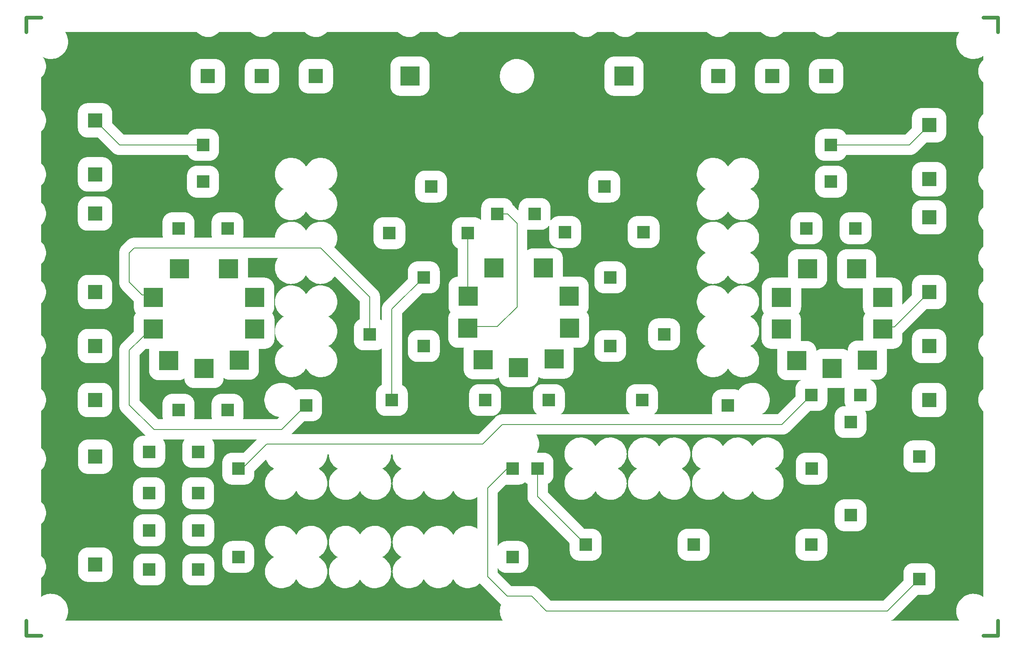
<source format=gbl>
G04 ---------------------------- Layer name :BOTTOM LAYER*
G04 EasyEDA v5.8.22, Tue, 04 Dec 2018 11:43:46 GMT*
G04 7e299c6323ff4f129420c85f7de63bec*
G04 Gerber Generator version 0.2*
G04 Scale: 100 percent, Rotated: No, Reflected: No *
G04 Dimensions in millimeters *
G04 leading zeros omitted , absolute positions ,3 integer and 3 decimal *
%FSLAX33Y33*%
%MOMM*%
G90*
G71D02*

%ADD11C,1.999996*%
%ADD12C,0.152000*%
%ADD13C,0.799998*%
%ADD14R,2.499995X2.499995*%
%ADD15R,2.999994X2.999994*%
%ADD16R,3.999992X3.999992*%

%LPD*%
G36*
G01X98130Y3999D02*
G01X8873Y3999D01*
G01X8893Y4026D01*
G01X9075Y4324D01*
G01X9227Y4638D01*
G01X9346Y4967D01*
G01X9433Y5305D01*
G01X9485Y5650D01*
G01X9502Y5999D01*
G01X9485Y6348D01*
G01X9433Y6693D01*
G01X9346Y7031D01*
G01X9227Y7359D01*
G01X9075Y7674D01*
G01X8893Y7972D01*
G01X8683Y8250D01*
G01X8445Y8506D01*
G01X8183Y8737D01*
G01X7900Y8941D01*
G01X7597Y9116D01*
G01X7279Y9259D01*
G01X6948Y9371D01*
G01X6608Y9448D01*
G01X6261Y9492D01*
G01X5912Y9500D01*
G01X5564Y9474D01*
G01X5220Y9414D01*
G01X4884Y9319D01*
G01X4559Y9192D01*
G01X4248Y9032D01*
G01X3999Y8872D01*
G01X3999Y12740D01*
G01X4109Y12837D01*
G01X4314Y13057D01*
G01X4496Y13297D01*
G01X4652Y13554D01*
G01X4783Y13825D01*
G01X4886Y14108D01*
G01X4960Y14399D01*
G01X5005Y14697D01*
G01X5020Y14997D01*
G01X5005Y15298D01*
G01X4960Y15596D01*
G01X4886Y15887D01*
G01X4783Y16170D01*
G01X4652Y16441D01*
G01X4496Y16698D01*
G01X4314Y16938D01*
G01X4109Y17158D01*
G01X3999Y17255D01*
G01X3999Y23740D01*
G01X4109Y23837D01*
G01X4314Y24057D01*
G01X4496Y24297D01*
G01X4652Y24554D01*
G01X4783Y24825D01*
G01X4886Y25108D01*
G01X4960Y25399D01*
G01X5005Y25697D01*
G01X5020Y25997D01*
G01X5005Y26298D01*
G01X4960Y26596D01*
G01X4886Y26887D01*
G01X4783Y27170D01*
G01X4652Y27441D01*
G01X4496Y27698D01*
G01X4314Y27938D01*
G01X4109Y28158D01*
G01X3999Y28255D01*
G01X3999Y34743D01*
G01X4107Y34838D01*
G01X4312Y35059D01*
G01X4494Y35299D01*
G01X4650Y35555D01*
G01X4781Y35826D01*
G01X4884Y36109D01*
G01X4958Y36401D01*
G01X5003Y36698D01*
G01X5018Y36999D01*
G01X5003Y37299D01*
G01X4958Y37597D01*
G01X4884Y37889D01*
G01X4781Y38171D01*
G01X4650Y38443D01*
G01X4494Y38699D01*
G01X4312Y38939D01*
G01X4107Y39160D01*
G01X3999Y39255D01*
G01X3999Y46743D01*
G01X4107Y46838D01*
G01X4312Y47059D01*
G01X4494Y47298D01*
G01X4650Y47555D01*
G01X4781Y47826D01*
G01X4884Y48109D01*
G01X4958Y48401D01*
G01X5003Y48698D01*
G01X5018Y48999D01*
G01X5003Y49299D01*
G01X4958Y49597D01*
G01X4884Y49889D01*
G01X4781Y50171D01*
G01X4650Y50443D01*
G01X4494Y50699D01*
G01X4312Y50939D01*
G01X4107Y51160D01*
G01X3999Y51255D01*
G01X3999Y57743D01*
G01X4107Y57838D01*
G01X4312Y58059D01*
G01X4494Y58298D01*
G01X4650Y58555D01*
G01X4781Y58826D01*
G01X4884Y59109D01*
G01X4958Y59401D01*
G01X5003Y59698D01*
G01X5018Y59999D01*
G01X5003Y60299D01*
G01X4958Y60597D01*
G01X4884Y60889D01*
G01X4781Y61171D01*
G01X4650Y61443D01*
G01X4494Y61699D01*
G01X4312Y61939D01*
G01X4107Y62160D01*
G01X3999Y62255D01*
G01X3999Y68743D01*
G01X4107Y68838D01*
G01X4312Y69059D01*
G01X4494Y69298D01*
G01X4650Y69555D01*
G01X4781Y69826D01*
G01X4884Y70109D01*
G01X4958Y70401D01*
G01X5003Y70698D01*
G01X5018Y70999D01*
G01X5003Y71299D01*
G01X4958Y71597D01*
G01X4884Y71889D01*
G01X4781Y72171D01*
G01X4650Y72442D01*
G01X4494Y72699D01*
G01X4312Y72939D01*
G01X4107Y73160D01*
G01X3999Y73255D01*
G01X3999Y76743D01*
G01X4107Y76838D01*
G01X4312Y77059D01*
G01X4494Y77298D01*
G01X4650Y77555D01*
G01X4781Y77826D01*
G01X4884Y78109D01*
G01X4958Y78401D01*
G01X5003Y78698D01*
G01X5018Y78999D01*
G01X5003Y79299D01*
G01X4958Y79597D01*
G01X4884Y79889D01*
G01X4781Y80171D01*
G01X4650Y80442D01*
G01X4494Y80699D01*
G01X4312Y80939D01*
G01X4107Y81160D01*
G01X3999Y81255D01*
G01X3999Y84743D01*
G01X4107Y84838D01*
G01X4312Y85059D01*
G01X4494Y85298D01*
G01X4650Y85555D01*
G01X4781Y85826D01*
G01X4884Y86109D01*
G01X4958Y86401D01*
G01X5003Y86698D01*
G01X5018Y86999D01*
G01X5003Y87299D01*
G01X4958Y87597D01*
G01X4884Y87889D01*
G01X4781Y88171D01*
G01X4650Y88442D01*
G01X4494Y88699D01*
G01X4312Y88939D01*
G01X4107Y89160D01*
G01X3999Y89255D01*
G01X3999Y92743D01*
G01X4107Y92838D01*
G01X4312Y93059D01*
G01X4494Y93298D01*
G01X4650Y93555D01*
G01X4781Y93826D01*
G01X4884Y94109D01*
G01X4958Y94401D01*
G01X5003Y94698D01*
G01X5018Y94999D01*
G01X5003Y95299D01*
G01X4958Y95597D01*
G01X4884Y95889D01*
G01X4781Y96171D01*
G01X4650Y96442D01*
G01X4494Y96699D01*
G01X4312Y96939D01*
G01X4107Y97160D01*
G01X3999Y97255D01*
G01X3999Y103743D01*
G01X4107Y103838D01*
G01X4312Y104058D01*
G01X4494Y104298D01*
G01X4650Y104555D01*
G01X4781Y104826D01*
G01X4884Y105109D01*
G01X4958Y105401D01*
G01X5003Y105698D01*
G01X5018Y105999D01*
G01X5003Y106299D01*
G01X4958Y106597D01*
G01X4884Y106889D01*
G01X4781Y107171D01*
G01X4650Y107442D01*
G01X4494Y107699D01*
G01X4312Y107939D01*
G01X4107Y108160D01*
G01X3999Y108255D01*
G01X3999Y114743D01*
G01X4107Y114838D01*
G01X4312Y115058D01*
G01X4494Y115298D01*
G01X4650Y115555D01*
G01X4781Y115826D01*
G01X4884Y116109D01*
G01X4958Y116401D01*
G01X5003Y116698D01*
G01X5018Y116999D01*
G01X5003Y117299D01*
G01X4958Y117597D01*
G01X4884Y117888D01*
G01X4781Y118171D01*
G01X4650Y118442D01*
G01X4494Y118699D01*
G01X4320Y118929D01*
G01X4559Y118806D01*
G01X4884Y118679D01*
G01X5220Y118584D01*
G01X5564Y118523D01*
G01X5912Y118497D01*
G01X6261Y118506D01*
G01X6608Y118549D01*
G01X6948Y118627D01*
G01X7279Y118738D01*
G01X7597Y118882D01*
G01X7900Y119057D01*
G01X8183Y119260D01*
G01X8445Y119491D01*
G01X8683Y119747D01*
G01X8893Y120026D01*
G01X9075Y120324D01*
G01X9227Y120638D01*
G01X9346Y120966D01*
G01X9433Y121305D01*
G01X9485Y121650D01*
G01X9502Y121999D01*
G01X9485Y122347D01*
G01X9433Y122693D01*
G01X9346Y123031D01*
G01X9227Y123359D01*
G01X9075Y123674D01*
G01X8893Y123972D01*
G01X8873Y123999D01*
G01X35742Y123999D01*
G01X35787Y123946D01*
G01X36002Y123735D01*
G01X36237Y123548D01*
G01X36490Y123385D01*
G01X36758Y123247D01*
G01X37038Y123137D01*
G01X37328Y123056D01*
G01X37624Y123004D01*
G01X37924Y122981D01*
G01X38225Y122989D01*
G01X38524Y123026D01*
G01X38817Y123093D01*
G01X39102Y123189D01*
G01X39377Y123313D01*
G01X39637Y123463D01*
G01X39881Y123639D01*
G01X40107Y123838D01*
G01X40256Y123999D01*
G01X46742Y123999D01*
G01X46787Y123946D01*
G01X47002Y123735D01*
G01X47237Y123548D01*
G01X47490Y123385D01*
G01X47758Y123247D01*
G01X48038Y123137D01*
G01X48328Y123056D01*
G01X48624Y123004D01*
G01X48924Y122981D01*
G01X49225Y122989D01*
G01X49524Y123026D01*
G01X49817Y123093D01*
G01X50102Y123189D01*
G01X50376Y123313D01*
G01X50637Y123463D01*
G01X50881Y123639D01*
G01X51107Y123838D01*
G01X51256Y123999D01*
G01X57742Y123999D01*
G01X57787Y123946D01*
G01X58002Y123735D01*
G01X58237Y123548D01*
G01X58490Y123385D01*
G01X58758Y123247D01*
G01X59038Y123137D01*
G01X59328Y123056D01*
G01X59624Y123004D01*
G01X59924Y122981D01*
G01X60225Y122989D01*
G01X60524Y123026D01*
G01X60817Y123093D01*
G01X61102Y123189D01*
G01X61376Y123313D01*
G01X61637Y123463D01*
G01X61881Y123639D01*
G01X62107Y123838D01*
G01X62256Y123999D01*
G01X76742Y123999D01*
G01X76787Y123946D01*
G01X77002Y123735D01*
G01X77237Y123548D01*
G01X77490Y123385D01*
G01X77758Y123247D01*
G01X78038Y123137D01*
G01X78328Y123056D01*
G01X78624Y123004D01*
G01X78924Y122981D01*
G01X79225Y122989D01*
G01X79523Y123026D01*
G01X79817Y123093D01*
G01X80102Y123189D01*
G01X80376Y123313D01*
G01X80637Y123463D01*
G01X80881Y123639D01*
G01X81107Y123838D01*
G01X81256Y123999D01*
G01X84742Y123999D01*
G01X84787Y123946D01*
G01X85002Y123735D01*
G01X85237Y123548D01*
G01X85490Y123385D01*
G01X85758Y123247D01*
G01X86038Y123137D01*
G01X86328Y123056D01*
G01X86624Y123004D01*
G01X86924Y122981D01*
G01X87225Y122989D01*
G01X87523Y123026D01*
G01X87817Y123093D01*
G01X88102Y123189D01*
G01X88376Y123313D01*
G01X88637Y123463D01*
G01X88881Y123639D01*
G01X89107Y123838D01*
G01X89256Y123999D01*
G01X112742Y123999D01*
G01X112787Y123946D01*
G01X113002Y123735D01*
G01X113237Y123548D01*
G01X113490Y123385D01*
G01X113758Y123247D01*
G01X114038Y123137D01*
G01X114328Y123056D01*
G01X114624Y123004D01*
G01X114924Y122981D01*
G01X115225Y122989D01*
G01X115523Y123026D01*
G01X115817Y123093D01*
G01X116102Y123189D01*
G01X116376Y123313D01*
G01X116637Y123463D01*
G01X116881Y123639D01*
G01X117107Y123838D01*
G01X117256Y123999D01*
G01X120742Y123999D01*
G01X120787Y123946D01*
G01X121002Y123735D01*
G01X121237Y123548D01*
G01X121490Y123385D01*
G01X121758Y123247D01*
G01X122038Y123137D01*
G01X122328Y123056D01*
G01X122624Y123004D01*
G01X122924Y122981D01*
G01X123225Y122989D01*
G01X123523Y123026D01*
G01X123817Y123093D01*
G01X124102Y123189D01*
G01X124376Y123313D01*
G01X124637Y123463D01*
G01X124881Y123639D01*
G01X125107Y123838D01*
G01X125256Y123999D01*
G01X139742Y123999D01*
G01X139786Y123946D01*
G01X140002Y123735D01*
G01X140237Y123548D01*
G01X140490Y123385D01*
G01X140758Y123247D01*
G01X141038Y123137D01*
G01X141328Y123056D01*
G01X141624Y123004D01*
G01X141924Y122981D01*
G01X142225Y122989D01*
G01X142523Y123026D01*
G01X142817Y123093D01*
G01X143102Y123189D01*
G01X143376Y123313D01*
G01X143637Y123463D01*
G01X143881Y123639D01*
G01X144107Y123838D01*
G01X144256Y123999D01*
G01X150742Y123999D01*
G01X150786Y123946D01*
G01X151002Y123735D01*
G01X151237Y123548D01*
G01X151490Y123385D01*
G01X151758Y123247D01*
G01X152038Y123137D01*
G01X152328Y123056D01*
G01X152624Y123004D01*
G01X152924Y122981D01*
G01X153225Y122989D01*
G01X153523Y123026D01*
G01X153817Y123093D01*
G01X154102Y123189D01*
G01X154376Y123313D01*
G01X154637Y123463D01*
G01X154881Y123639D01*
G01X155107Y123838D01*
G01X155256Y123999D01*
G01X161742Y123999D01*
G01X161786Y123946D01*
G01X162002Y123735D01*
G01X162237Y123548D01*
G01X162490Y123385D01*
G01X162758Y123247D01*
G01X163038Y123137D01*
G01X163327Y123056D01*
G01X163624Y123004D01*
G01X163924Y122981D01*
G01X164225Y122989D01*
G01X164523Y123026D01*
G01X164817Y123093D01*
G01X165102Y123189D01*
G01X165376Y123313D01*
G01X165637Y123463D01*
G01X165881Y123639D01*
G01X166107Y123838D01*
G01X166256Y123999D01*
G01X191129Y123999D01*
G01X191010Y123825D01*
G01X190843Y123518D01*
G01X190708Y123197D01*
G01X190605Y122863D01*
G01X190536Y122521D01*
G01X190501Y122173D01*
G01X190501Y121824D01*
G01X190536Y121477D01*
G01X190605Y121134D01*
G01X190708Y120801D01*
G01X190843Y120479D01*
G01X191010Y120172D01*
G01X191207Y119884D01*
G01X191432Y119616D01*
G01X191682Y119373D01*
G01X191955Y119155D01*
G01X192248Y118965D01*
G01X192559Y118806D01*
G01X192884Y118679D01*
G01X193220Y118584D01*
G01X193564Y118523D01*
G01X193912Y118497D01*
G01X194261Y118506D01*
G01X194607Y118549D01*
G01X194948Y118627D01*
G01X195279Y118738D01*
G01X195597Y118882D01*
G01X195899Y119057D01*
G01X195999Y119128D01*
G01X195999Y118259D01*
G01X195786Y118052D01*
G01X195593Y117821D01*
G01X195423Y117573D01*
G01X195280Y117308D01*
G01X195163Y117031D01*
G01X195074Y116744D01*
G01X195014Y116449D01*
G01X194984Y116149D01*
G01X194984Y115848D01*
G01X195014Y115549D01*
G01X195074Y115254D01*
G01X195163Y114966D01*
G01X195280Y114689D01*
G01X195423Y114425D01*
G01X195593Y114176D01*
G01X195786Y113946D01*
G01X195999Y113738D01*
G01X195999Y107259D01*
G01X195786Y107052D01*
G01X195593Y106821D01*
G01X195423Y106573D01*
G01X195280Y106308D01*
G01X195163Y106031D01*
G01X195074Y105744D01*
G01X195014Y105449D01*
G01X194984Y105149D01*
G01X194984Y104848D01*
G01X195014Y104549D01*
G01X195074Y104254D01*
G01X195163Y103966D01*
G01X195280Y103689D01*
G01X195423Y103425D01*
G01X195593Y103176D01*
G01X195786Y102946D01*
G01X195999Y102738D01*
G01X195999Y96259D01*
G01X195786Y96052D01*
G01X195593Y95821D01*
G01X195423Y95573D01*
G01X195280Y95309D01*
G01X195163Y95031D01*
G01X195074Y94744D01*
G01X195014Y94449D01*
G01X194984Y94149D01*
G01X194984Y93848D01*
G01X195014Y93549D01*
G01X195074Y93254D01*
G01X195163Y92966D01*
G01X195280Y92689D01*
G01X195423Y92425D01*
G01X195593Y92176D01*
G01X195786Y91946D01*
G01X195999Y91738D01*
G01X195999Y88259D01*
G01X195786Y88052D01*
G01X195593Y87821D01*
G01X195423Y87573D01*
G01X195280Y87309D01*
G01X195163Y87031D01*
G01X195074Y86744D01*
G01X195014Y86449D01*
G01X194984Y86149D01*
G01X194984Y85848D01*
G01X195014Y85549D01*
G01X195074Y85254D01*
G01X195163Y84966D01*
G01X195280Y84689D01*
G01X195423Y84425D01*
G01X195593Y84176D01*
G01X195786Y83946D01*
G01X195999Y83738D01*
G01X195999Y80259D01*
G01X195786Y80052D01*
G01X195593Y79821D01*
G01X195423Y79573D01*
G01X195280Y79309D01*
G01X195163Y79031D01*
G01X195074Y78744D01*
G01X195014Y78449D01*
G01X194984Y78149D01*
G01X194984Y77848D01*
G01X195014Y77549D01*
G01X195074Y77254D01*
G01X195163Y76966D01*
G01X195280Y76689D01*
G01X195423Y76425D01*
G01X195593Y76176D01*
G01X195786Y75946D01*
G01X195999Y75738D01*
G01X195999Y73260D01*
G01X195786Y73052D01*
G01X195593Y72821D01*
G01X195423Y72573D01*
G01X195280Y72309D01*
G01X195163Y72031D01*
G01X195074Y71744D01*
G01X195014Y71449D01*
G01X194984Y71149D01*
G01X194984Y70848D01*
G01X195014Y70549D01*
G01X195074Y70254D01*
G01X195163Y69966D01*
G01X195280Y69689D01*
G01X195423Y69425D01*
G01X195593Y69176D01*
G01X195786Y68946D01*
G01X195999Y68738D01*
G01X195999Y62260D01*
G01X195786Y62052D01*
G01X195593Y61821D01*
G01X195423Y61573D01*
G01X195280Y61309D01*
G01X195163Y61031D01*
G01X195074Y60744D01*
G01X195014Y60449D01*
G01X194984Y60149D01*
G01X194984Y59848D01*
G01X195014Y59549D01*
G01X195074Y59254D01*
G01X195163Y58966D01*
G01X195280Y58689D01*
G01X195423Y58425D01*
G01X195593Y58176D01*
G01X195786Y57946D01*
G01X195999Y57738D01*
G01X195999Y51260D01*
G01X195786Y51052D01*
G01X195593Y50821D01*
G01X195423Y50573D01*
G01X195280Y50309D01*
G01X195163Y50031D01*
G01X195074Y49744D01*
G01X195014Y49449D01*
G01X194984Y49149D01*
G01X194984Y48848D01*
G01X195014Y48549D01*
G01X195074Y48254D01*
G01X195163Y47966D01*
G01X195280Y47689D01*
G01X195423Y47425D01*
G01X195593Y47176D01*
G01X195786Y46946D01*
G01X195999Y46738D01*
G01X195999Y8870D01*
G01X195899Y8941D01*
G01X195597Y9116D01*
G01X195279Y9259D01*
G01X194948Y9371D01*
G01X194607Y9448D01*
G01X194261Y9492D01*
G01X193912Y9500D01*
G01X193564Y9474D01*
G01X193220Y9414D01*
G01X192884Y9319D01*
G01X192559Y9192D01*
G01X192248Y9032D01*
G01X191955Y8843D01*
G01X191682Y8625D01*
G01X191432Y8381D01*
G01X191207Y8114D01*
G01X191010Y7825D01*
G01X190843Y7519D01*
G01X190708Y7197D01*
G01X190605Y6863D01*
G01X190536Y6521D01*
G01X190501Y6174D01*
G01X190501Y5824D01*
G01X190536Y5477D01*
G01X190605Y5135D01*
G01X190708Y4801D01*
G01X190843Y4479D01*
G01X191010Y4173D01*
G01X191129Y3999D01*
G01X177056Y3999D01*
G01X177084Y4007D01*
G01X177112Y4016D01*
G01X177141Y4025D01*
G01X177169Y4034D01*
G01X177197Y4044D01*
G01X177224Y4054D01*
G01X177252Y4064D01*
G01X177280Y4075D01*
G01X177307Y4087D01*
G01X177334Y4098D01*
G01X177361Y4111D01*
G01X177388Y4123D01*
G01X177415Y4136D01*
G01X177442Y4149D01*
G01X177468Y4163D01*
G01X177494Y4177D01*
G01X177520Y4191D01*
G01X177546Y4206D01*
G01X177571Y4221D01*
G01X177596Y4237D01*
G01X177621Y4253D01*
G01X177646Y4269D01*
G01X177671Y4285D01*
G01X177695Y4302D01*
G01X177719Y4319D01*
G01X177743Y4337D01*
G01X177767Y4355D01*
G01X177790Y4373D01*
G01X177813Y4392D01*
G01X177836Y4411D01*
G01X177859Y4430D01*
G01X177881Y4450D01*
G01X177903Y4470D01*
G01X177924Y4490D01*
G01X177946Y4510D01*
G01X177967Y4531D01*
G01X182685Y9249D01*
G01X184251Y9249D01*
G01X184301Y9250D01*
G01X184351Y9252D01*
G01X184401Y9255D01*
G01X184450Y9259D01*
G01X184500Y9265D01*
G01X184549Y9271D01*
G01X184598Y9280D01*
G01X184647Y9289D01*
G01X184696Y9299D01*
G01X184745Y9311D01*
G01X184793Y9324D01*
G01X184841Y9338D01*
G01X184888Y9353D01*
G01X184935Y9370D01*
G01X184982Y9387D01*
G01X185028Y9406D01*
G01X185074Y9426D01*
G01X185119Y9447D01*
G01X185164Y9469D01*
G01X185208Y9493D01*
G01X185251Y9517D01*
G01X185294Y9543D01*
G01X185336Y9569D01*
G01X185378Y9597D01*
G01X185419Y9625D01*
G01X185459Y9655D01*
G01X185498Y9686D01*
G01X185537Y9717D01*
G01X185574Y9750D01*
G01X185611Y9783D01*
G01X185648Y9817D01*
G01X185683Y9853D01*
G01X185717Y9889D01*
G01X185751Y9926D01*
G01X185783Y9964D01*
G01X185815Y10002D01*
G01X185845Y10042D01*
G01X185875Y10082D01*
G01X185904Y10123D01*
G01X185931Y10164D01*
G01X185958Y10206D01*
G01X185983Y10249D01*
G01X186008Y10293D01*
G01X186031Y10337D01*
G01X186053Y10381D01*
G01X186074Y10427D01*
G01X186094Y10472D01*
G01X186113Y10518D01*
G01X186130Y10565D01*
G01X186147Y10612D01*
G01X186162Y10660D01*
G01X186176Y10707D01*
G01X186189Y10756D01*
G01X186201Y10804D01*
G01X186211Y10853D01*
G01X186221Y10902D01*
G01X186229Y10951D01*
G01X186236Y11000D01*
G01X186241Y11050D01*
G01X186246Y11100D01*
G01X186249Y11149D01*
G01X186250Y11199D01*
G01X186251Y11249D01*
G01X186251Y13749D01*
G01X186250Y13798D01*
G01X186249Y13848D01*
G01X186246Y13898D01*
G01X186241Y13948D01*
G01X186236Y13997D01*
G01X186229Y14047D01*
G01X186221Y14096D01*
G01X186211Y14145D01*
G01X186201Y14194D01*
G01X186189Y14242D01*
G01X186176Y14290D01*
G01X186162Y14338D01*
G01X186147Y14386D01*
G01X186130Y14433D01*
G01X186113Y14479D01*
G01X186094Y14525D01*
G01X186074Y14571D01*
G01X186053Y14616D01*
G01X186031Y14661D01*
G01X186008Y14705D01*
G01X185983Y14749D01*
G01X185958Y14791D01*
G01X185931Y14834D01*
G01X185904Y14875D01*
G01X185875Y14916D01*
G01X185845Y14956D01*
G01X185815Y14996D01*
G01X185783Y15034D01*
G01X185751Y15072D01*
G01X185717Y15109D01*
G01X185683Y15145D01*
G01X185648Y15180D01*
G01X185611Y15215D01*
G01X185574Y15248D01*
G01X185537Y15281D01*
G01X185498Y15312D01*
G01X185459Y15343D01*
G01X185419Y15372D01*
G01X185378Y15401D01*
G01X185336Y15429D01*
G01X185294Y15455D01*
G01X185251Y15481D01*
G01X185208Y15505D01*
G01X185164Y15528D01*
G01X185119Y15550D01*
G01X185074Y15572D01*
G01X185028Y15591D01*
G01X184982Y15610D01*
G01X184935Y15628D01*
G01X184888Y15644D01*
G01X184841Y15660D01*
G01X184793Y15674D01*
G01X184745Y15687D01*
G01X184696Y15698D01*
G01X184647Y15709D01*
G01X184598Y15718D01*
G01X184549Y15726D01*
G01X184500Y15733D01*
G01X184450Y15739D01*
G01X184401Y15743D01*
G01X184351Y15746D01*
G01X184301Y15748D01*
G01X184251Y15749D01*
G01X181749Y15749D01*
G01X181699Y15748D01*
G01X181650Y15746D01*
G01X181600Y15743D01*
G01X181550Y15739D01*
G01X181501Y15733D01*
G01X181451Y15726D01*
G01X181402Y15718D01*
G01X181353Y15709D01*
G01X181304Y15698D01*
G01X181256Y15687D01*
G01X181208Y15674D01*
G01X181160Y15660D01*
G01X181112Y15644D01*
G01X181065Y15628D01*
G01X181019Y15610D01*
G01X180972Y15591D01*
G01X180927Y15572D01*
G01X180881Y15550D01*
G01X180837Y15528D01*
G01X180793Y15505D01*
G01X180749Y15481D01*
G01X180706Y15455D01*
G01X180664Y15429D01*
G01X180623Y15401D01*
G01X180582Y15372D01*
G01X180542Y15343D01*
G01X180502Y15312D01*
G01X180464Y15281D01*
G01X180426Y15248D01*
G01X180389Y15215D01*
G01X180353Y15180D01*
G01X180317Y15145D01*
G01X180283Y15109D01*
G01X180250Y15072D01*
G01X180217Y15034D01*
G01X180186Y14996D01*
G01X180155Y14956D01*
G01X180125Y14916D01*
G01X180097Y14875D01*
G01X180069Y14834D01*
G01X180043Y14791D01*
G01X180017Y14749D01*
G01X179993Y14705D01*
G01X179969Y14661D01*
G01X179947Y14616D01*
G01X179926Y14571D01*
G01X179906Y14525D01*
G01X179887Y14479D01*
G01X179870Y14433D01*
G01X179853Y14386D01*
G01X179838Y14338D01*
G01X179824Y14290D01*
G01X179811Y14242D01*
G01X179799Y14194D01*
G01X179789Y14145D01*
G01X179780Y14096D01*
G01X179772Y14047D01*
G01X179765Y13997D01*
G01X179759Y13948D01*
G01X179755Y13898D01*
G01X179752Y13848D01*
G01X179750Y13798D01*
G01X179749Y13749D01*
G01X179749Y12185D01*
G01X175639Y8075D01*
G01X107859Y8075D01*
G01X105468Y10467D01*
G01X105447Y10487D01*
G01X105425Y10508D01*
G01X105404Y10528D01*
G01X105382Y10548D01*
G01X105359Y10568D01*
G01X105337Y10587D01*
G01X105314Y10606D01*
G01X105291Y10624D01*
G01X105267Y10643D01*
G01X105244Y10661D01*
G01X105220Y10678D01*
G01X105196Y10695D01*
G01X105172Y10712D01*
G01X105147Y10729D01*
G01X105122Y10745D01*
G01X105097Y10761D01*
G01X105072Y10776D01*
G01X105046Y10792D01*
G01X105021Y10806D01*
G01X104995Y10821D01*
G01X104969Y10835D01*
G01X104942Y10848D01*
G01X104916Y10862D01*
G01X104889Y10875D01*
G01X104862Y10887D01*
G01X104835Y10899D01*
G01X104808Y10911D01*
G01X104781Y10922D01*
G01X104753Y10933D01*
G01X104725Y10944D01*
G01X104697Y10954D01*
G01X104669Y10964D01*
G01X104641Y10973D01*
G01X104613Y10982D01*
G01X104585Y10991D01*
G01X104556Y10999D01*
G01X104528Y11007D01*
G01X104499Y11014D01*
G01X104470Y11021D01*
G01X104441Y11027D01*
G01X104412Y11033D01*
G01X104383Y11039D01*
G01X104354Y11044D01*
G01X104325Y11049D01*
G01X104295Y11054D01*
G01X104266Y11058D01*
G01X104236Y11061D01*
G01X104207Y11064D01*
G01X104177Y11067D01*
G01X104148Y11069D01*
G01X104118Y11071D01*
G01X104089Y11073D01*
G01X104059Y11074D01*
G01X104029Y11075D01*
G01X104000Y11075D01*
G01X99859Y11075D01*
G01X97077Y13859D01*
G01X97077Y14771D01*
G01X97088Y14750D01*
G01X97114Y14707D01*
G01X97140Y14665D01*
G01X97168Y14623D01*
G01X97197Y14582D01*
G01X97226Y14542D01*
G01X97257Y14503D01*
G01X97288Y14464D01*
G01X97321Y14426D01*
G01X97354Y14389D01*
G01X97389Y14353D01*
G01X97424Y14318D01*
G01X97460Y14284D01*
G01X97497Y14250D01*
G01X97535Y14218D01*
G01X97573Y14186D01*
G01X97613Y14155D01*
G01X97653Y14126D01*
G01X97694Y14097D01*
G01X97735Y14070D01*
G01X97778Y14043D01*
G01X97820Y14018D01*
G01X97864Y13993D01*
G01X97908Y13970D01*
G01X97953Y13948D01*
G01X97998Y13927D01*
G01X98044Y13907D01*
G01X98090Y13888D01*
G01X98136Y13870D01*
G01X98183Y13854D01*
G01X98231Y13839D01*
G01X98279Y13824D01*
G01X98327Y13812D01*
G01X98375Y13800D01*
G01X98424Y13789D01*
G01X98473Y13780D01*
G01X98522Y13772D01*
G01X98572Y13765D01*
G01X98621Y13760D01*
G01X98671Y13755D01*
G01X98721Y13752D01*
G01X98771Y13750D01*
G01X98820Y13750D01*
G01X101320Y13750D01*
G01X101370Y13750D01*
G01X101420Y13752D01*
G01X101470Y13755D01*
G01X101520Y13760D01*
G01X101569Y13765D01*
G01X101619Y13772D01*
G01X101668Y13780D01*
G01X101717Y13789D01*
G01X101765Y13800D01*
G01X101814Y13812D01*
G01X101862Y13824D01*
G01X101910Y13839D01*
G01X101957Y13854D01*
G01X102004Y13870D01*
G01X102051Y13888D01*
G01X102097Y13907D01*
G01X102143Y13927D01*
G01X102188Y13948D01*
G01X102233Y13970D01*
G01X102277Y13993D01*
G01X102320Y14018D01*
G01X102363Y14043D01*
G01X102406Y14070D01*
G01X102447Y14097D01*
G01X102488Y14126D01*
G01X102528Y14155D01*
G01X102567Y14186D01*
G01X102606Y14218D01*
G01X102644Y14250D01*
G01X102681Y14284D01*
G01X102717Y14318D01*
G01X102752Y14353D01*
G01X102787Y14389D01*
G01X102820Y14426D01*
G01X102853Y14464D01*
G01X102884Y14503D01*
G01X102915Y14542D01*
G01X102944Y14582D01*
G01X102973Y14623D01*
G01X103000Y14665D01*
G01X103027Y14707D01*
G01X103052Y14750D01*
G01X103077Y14793D01*
G01X103100Y14837D01*
G01X103122Y14882D01*
G01X103143Y14927D01*
G01X103163Y14973D01*
G01X103182Y15019D01*
G01X103200Y15066D01*
G01X103216Y15113D01*
G01X103232Y15160D01*
G01X103246Y15208D01*
G01X103259Y15256D01*
G01X103270Y15305D01*
G01X103281Y15353D01*
G01X103290Y15402D01*
G01X103298Y15452D01*
G01X103305Y15501D01*
G01X103310Y15551D01*
G01X103315Y15600D01*
G01X103318Y15650D01*
G01X103320Y15700D01*
G01X103320Y15750D01*
G01X103320Y18250D01*
G01X103320Y18300D01*
G01X103318Y18349D01*
G01X103315Y18399D01*
G01X103310Y18449D01*
G01X103305Y18498D01*
G01X103298Y18548D01*
G01X103290Y18597D01*
G01X103281Y18646D01*
G01X103270Y18695D01*
G01X103259Y18743D01*
G01X103246Y18791D01*
G01X103232Y18839D01*
G01X103216Y18887D01*
G01X103200Y18934D01*
G01X103182Y18980D01*
G01X103163Y19027D01*
G01X103143Y19072D01*
G01X103122Y19117D01*
G01X103100Y19162D01*
G01X103077Y19206D01*
G01X103052Y19250D01*
G01X103027Y19293D01*
G01X103000Y19335D01*
G01X102973Y19376D01*
G01X102944Y19417D01*
G01X102915Y19457D01*
G01X102884Y19497D01*
G01X102853Y19535D01*
G01X102820Y19573D01*
G01X102787Y19610D01*
G01X102752Y19646D01*
G01X102717Y19681D01*
G01X102681Y19716D01*
G01X102644Y19749D01*
G01X102606Y19782D01*
G01X102567Y19813D01*
G01X102528Y19844D01*
G01X102488Y19874D01*
G01X102447Y19902D01*
G01X102406Y19930D01*
G01X102363Y19956D01*
G01X102320Y19982D01*
G01X102277Y20006D01*
G01X102233Y20029D01*
G01X102188Y20052D01*
G01X102143Y20073D01*
G01X102097Y20093D01*
G01X102051Y20111D01*
G01X102004Y20129D01*
G01X101957Y20146D01*
G01X101910Y20161D01*
G01X101862Y20175D01*
G01X101814Y20188D01*
G01X101765Y20200D01*
G01X101717Y20210D01*
G01X101668Y20219D01*
G01X101619Y20227D01*
G01X101569Y20234D01*
G01X101520Y20240D01*
G01X101470Y20244D01*
G01X101420Y20247D01*
G01X101370Y20249D01*
G01X101320Y20250D01*
G01X98820Y20250D01*
G01X98771Y20249D01*
G01X98721Y20247D01*
G01X98671Y20244D01*
G01X98621Y20240D01*
G01X98572Y20234D01*
G01X98522Y20227D01*
G01X98473Y20219D01*
G01X98424Y20210D01*
G01X98375Y20200D01*
G01X98327Y20188D01*
G01X98279Y20175D01*
G01X98231Y20161D01*
G01X98183Y20146D01*
G01X98136Y20129D01*
G01X98090Y20111D01*
G01X98044Y20093D01*
G01X97998Y20073D01*
G01X97953Y20052D01*
G01X97908Y20029D01*
G01X97864Y20006D01*
G01X97820Y19982D01*
G01X97778Y19956D01*
G01X97735Y19930D01*
G01X97694Y19902D01*
G01X97653Y19874D01*
G01X97613Y19844D01*
G01X97573Y19813D01*
G01X97535Y19782D01*
G01X97497Y19749D01*
G01X97460Y19716D01*
G01X97424Y19681D01*
G01X97389Y19646D01*
G01X97354Y19610D01*
G01X97321Y19573D01*
G01X97288Y19535D01*
G01X97257Y19497D01*
G01X97226Y19457D01*
G01X97197Y19417D01*
G01X97168Y19376D01*
G01X97140Y19335D01*
G01X97114Y19293D01*
G01X97088Y19250D01*
G01X97077Y19229D01*
G01X97077Y30140D01*
G01X98689Y31753D01*
G01X98721Y31751D01*
G01X98771Y31749D01*
G01X98820Y31748D01*
G01X101320Y31748D01*
G01X101370Y31749D01*
G01X101420Y31751D01*
G01X101470Y31754D01*
G01X101520Y31758D01*
G01X101569Y31764D01*
G01X101619Y31770D01*
G01X101668Y31779D01*
G01X101717Y31788D01*
G01X101765Y31798D01*
G01X101814Y31810D01*
G01X101862Y31823D01*
G01X101910Y31837D01*
G01X101957Y31852D01*
G01X102004Y31869D01*
G01X102051Y31886D01*
G01X102097Y31905D01*
G01X102143Y31925D01*
G01X102188Y31946D01*
G01X102233Y31968D01*
G01X102277Y31992D01*
G01X102320Y32016D01*
G01X102363Y32042D01*
G01X102406Y32068D01*
G01X102447Y32096D01*
G01X102488Y32124D01*
G01X102528Y32154D01*
G01X102567Y32185D01*
G01X102606Y32216D01*
G01X102629Y32236D01*
G01X102653Y32216D01*
G01X102692Y32185D01*
G01X102731Y32154D01*
G01X102771Y32124D01*
G01X102812Y32096D01*
G01X102853Y32068D01*
G01X102896Y32042D01*
G01X102939Y32016D01*
G01X102982Y31992D01*
G01X103026Y31968D01*
G01X103071Y31946D01*
G01X103113Y31927D01*
G01X103113Y29309D01*
G01X103113Y29279D01*
G01X103113Y29249D01*
G01X103114Y29220D01*
G01X103116Y29190D01*
G01X103118Y29160D01*
G01X103120Y29131D01*
G01X103123Y29101D01*
G01X103126Y29072D01*
G01X103130Y29042D01*
G01X103134Y29013D01*
G01X103138Y28984D01*
G01X103143Y28955D01*
G01X103148Y28925D01*
G01X103154Y28896D01*
G01X103160Y28867D01*
G01X103166Y28838D01*
G01X103173Y28810D01*
G01X103181Y28781D01*
G01X103188Y28752D01*
G01X103197Y28724D01*
G01X103205Y28695D01*
G01X103214Y28667D01*
G01X103223Y28639D01*
G01X103233Y28611D01*
G01X103243Y28583D01*
G01X103254Y28555D01*
G01X103265Y28528D01*
G01X103276Y28500D01*
G01X103288Y28473D01*
G01X103300Y28446D01*
G01X103313Y28419D01*
G01X103326Y28393D01*
G01X103339Y28366D01*
G01X103352Y28340D01*
G01X103366Y28314D01*
G01X103381Y28288D01*
G01X103396Y28262D01*
G01X103411Y28237D01*
G01X103426Y28211D01*
G01X103442Y28186D01*
G01X103458Y28161D01*
G01X103475Y28137D01*
G01X103492Y28112D01*
G01X103509Y28088D01*
G01X103527Y28064D01*
G01X103545Y28041D01*
G01X103563Y28018D01*
G01X103581Y27994D01*
G01X103600Y27972D01*
G01X103620Y27949D01*
G01X103639Y27927D01*
G01X103659Y27905D01*
G01X103679Y27883D01*
G01X103700Y27862D01*
G01X103721Y27841D01*
G01X111748Y19813D01*
G01X111748Y18247D01*
G01X111749Y18197D01*
G01X111751Y18147D01*
G01X111754Y18097D01*
G01X111758Y18048D01*
G01X111764Y17998D01*
G01X111771Y17949D01*
G01X111779Y17900D01*
G01X111788Y17851D01*
G01X111798Y17802D01*
G01X111810Y17753D01*
G01X111823Y17705D01*
G01X111837Y17657D01*
G01X111852Y17610D01*
G01X111869Y17563D01*
G01X111887Y17516D01*
G01X111905Y17470D01*
G01X111925Y17424D01*
G01X111946Y17379D01*
G01X111969Y17334D01*
G01X111992Y17290D01*
G01X112016Y17247D01*
G01X112042Y17204D01*
G01X112068Y17162D01*
G01X112096Y17120D01*
G01X112124Y17079D01*
G01X112154Y17039D01*
G01X112185Y17000D01*
G01X112216Y16961D01*
G01X112249Y16923D01*
G01X112282Y16887D01*
G01X112317Y16850D01*
G01X112352Y16815D01*
G01X112388Y16781D01*
G01X112425Y16747D01*
G01X112463Y16715D01*
G01X112501Y16683D01*
G01X112541Y16653D01*
G01X112581Y16623D01*
G01X112622Y16594D01*
G01X112663Y16567D01*
G01X112705Y16540D01*
G01X112748Y16515D01*
G01X112792Y16490D01*
G01X112836Y16467D01*
G01X112881Y16445D01*
G01X112926Y16424D01*
G01X112971Y16404D01*
G01X113018Y16385D01*
G01X113064Y16367D01*
G01X113111Y16351D01*
G01X113159Y16336D01*
G01X113207Y16322D01*
G01X113255Y16309D01*
G01X113303Y16297D01*
G01X113352Y16287D01*
G01X113401Y16277D01*
G01X113450Y16269D01*
G01X113500Y16262D01*
G01X113549Y16257D01*
G01X113599Y16252D01*
G01X113649Y16249D01*
G01X113698Y16247D01*
G01X113748Y16247D01*
G01X116250Y16247D01*
G01X116300Y16247D01*
G01X116350Y16249D01*
G01X116400Y16252D01*
G01X116449Y16257D01*
G01X116499Y16262D01*
G01X116548Y16269D01*
G01X116598Y16277D01*
G01X116647Y16287D01*
G01X116695Y16297D01*
G01X116744Y16309D01*
G01X116792Y16322D01*
G01X116840Y16336D01*
G01X116887Y16351D01*
G01X116934Y16367D01*
G01X116981Y16385D01*
G01X117027Y16404D01*
G01X117073Y16424D01*
G01X117118Y16445D01*
G01X117163Y16467D01*
G01X117207Y16490D01*
G01X117250Y16515D01*
G01X117293Y16540D01*
G01X117335Y16567D01*
G01X117377Y16594D01*
G01X117418Y16623D01*
G01X117458Y16653D01*
G01X117497Y16683D01*
G01X117536Y16715D01*
G01X117574Y16747D01*
G01X117611Y16781D01*
G01X117647Y16815D01*
G01X117682Y16850D01*
G01X117716Y16887D01*
G01X117750Y16923D01*
G01X117782Y16961D01*
G01X117814Y17000D01*
G01X117844Y17039D01*
G01X117874Y17079D01*
G01X117903Y17120D01*
G01X117930Y17162D01*
G01X117957Y17204D01*
G01X117982Y17247D01*
G01X118007Y17290D01*
G01X118030Y17334D01*
G01X118052Y17379D01*
G01X118073Y17424D01*
G01X118093Y17470D01*
G01X118112Y17516D01*
G01X118130Y17563D01*
G01X118146Y17610D01*
G01X118161Y17657D01*
G01X118175Y17705D01*
G01X118188Y17753D01*
G01X118200Y17802D01*
G01X118211Y17851D01*
G01X118220Y17900D01*
G01X118228Y17949D01*
G01X118235Y17998D01*
G01X118240Y18048D01*
G01X118245Y18097D01*
G01X118248Y18147D01*
G01X118250Y18197D01*
G01X118250Y18247D01*
G01X118250Y20749D01*
G01X118250Y20799D01*
G01X118248Y20848D01*
G01X118245Y20898D01*
G01X118240Y20948D01*
G01X118235Y20997D01*
G01X118228Y21047D01*
G01X118220Y21096D01*
G01X118211Y21145D01*
G01X118200Y21194D01*
G01X118188Y21242D01*
G01X118175Y21290D01*
G01X118161Y21338D01*
G01X118146Y21386D01*
G01X118130Y21433D01*
G01X118112Y21479D01*
G01X118093Y21526D01*
G01X118073Y21571D01*
G01X118052Y21617D01*
G01X118030Y21661D01*
G01X118007Y21705D01*
G01X117982Y21749D01*
G01X117957Y21792D01*
G01X117930Y21834D01*
G01X117903Y21875D01*
G01X117874Y21916D01*
G01X117844Y21956D01*
G01X117814Y21996D01*
G01X117782Y22034D01*
G01X117750Y22072D01*
G01X117716Y22109D01*
G01X117682Y22145D01*
G01X117647Y22180D01*
G01X117611Y22215D01*
G01X117574Y22248D01*
G01X117536Y22281D01*
G01X117497Y22312D01*
G01X117458Y22343D01*
G01X117418Y22373D01*
G01X117377Y22401D01*
G01X117335Y22429D01*
G01X117293Y22455D01*
G01X117250Y22481D01*
G01X117207Y22505D01*
G01X117163Y22529D01*
G01X117118Y22551D01*
G01X117073Y22572D01*
G01X117027Y22592D01*
G01X116981Y22611D01*
G01X116934Y22628D01*
G01X116887Y22645D01*
G01X116840Y22660D01*
G01X116792Y22674D01*
G01X116744Y22687D01*
G01X116695Y22699D01*
G01X116647Y22709D01*
G01X116598Y22718D01*
G01X116548Y22726D01*
G01X116499Y22733D01*
G01X116449Y22739D01*
G01X116400Y22743D01*
G01X116350Y22746D01*
G01X116300Y22748D01*
G01X116250Y22749D01*
G01X114684Y22749D01*
G01X107265Y30168D01*
G01X107265Y31927D01*
G01X107306Y31946D01*
G01X107351Y31968D01*
G01X107395Y31992D01*
G01X107439Y32016D01*
G01X107481Y32042D01*
G01X107524Y32068D01*
G01X107565Y32096D01*
G01X107606Y32124D01*
G01X107646Y32154D01*
G01X107686Y32185D01*
G01X107724Y32216D01*
G01X107762Y32249D01*
G01X107799Y32282D01*
G01X107835Y32316D01*
G01X107870Y32352D01*
G01X107905Y32388D01*
G01X107938Y32425D01*
G01X107971Y32463D01*
G01X108002Y32501D01*
G01X108033Y32541D01*
G01X108062Y32581D01*
G01X108091Y32622D01*
G01X108119Y32663D01*
G01X108145Y32705D01*
G01X108171Y32748D01*
G01X108195Y32792D01*
G01X108218Y32836D01*
G01X108240Y32880D01*
G01X108262Y32926D01*
G01X108281Y32971D01*
G01X108300Y33017D01*
G01X108318Y33064D01*
G01X108334Y33111D01*
G01X108350Y33159D01*
G01X108364Y33206D01*
G01X108377Y33255D01*
G01X108388Y33303D01*
G01X108399Y33352D01*
G01X108408Y33401D01*
G01X108416Y33450D01*
G01X108423Y33499D01*
G01X108429Y33549D01*
G01X108433Y33599D01*
G01X108436Y33648D01*
G01X108438Y33698D01*
G01X108439Y33748D01*
G01X108439Y36248D01*
G01X108438Y36298D01*
G01X108436Y36348D01*
G01X108433Y36398D01*
G01X108429Y36447D01*
G01X108423Y36497D01*
G01X108416Y36546D01*
G01X108408Y36595D01*
G01X108399Y36644D01*
G01X108388Y36693D01*
G01X108377Y36742D01*
G01X108364Y36790D01*
G01X108350Y36838D01*
G01X108334Y36885D01*
G01X108318Y36932D01*
G01X108300Y36979D01*
G01X108281Y37025D01*
G01X108262Y37071D01*
G01X108240Y37116D01*
G01X108218Y37161D01*
G01X108195Y37205D01*
G01X108171Y37248D01*
G01X108145Y37291D01*
G01X108119Y37333D01*
G01X108091Y37375D01*
G01X108062Y37416D01*
G01X108033Y37456D01*
G01X108002Y37495D01*
G01X107971Y37534D01*
G01X107938Y37572D01*
G01X107905Y37608D01*
G01X107870Y37645D01*
G01X107835Y37680D01*
G01X107799Y37714D01*
G01X107762Y37748D01*
G01X107724Y37780D01*
G01X107686Y37812D01*
G01X107646Y37842D01*
G01X107606Y37872D01*
G01X107565Y37901D01*
G01X107524Y37928D01*
G01X107481Y37955D01*
G01X107439Y37980D01*
G01X107395Y38005D01*
G01X107351Y38028D01*
G01X107306Y38050D01*
G01X107261Y38071D01*
G01X107215Y38091D01*
G01X107169Y38110D01*
G01X107123Y38128D01*
G01X107076Y38144D01*
G01X107028Y38159D01*
G01X106980Y38173D01*
G01X106932Y38186D01*
G01X106884Y38198D01*
G01X106835Y38208D01*
G01X106786Y38218D01*
G01X106737Y38226D01*
G01X106687Y38233D01*
G01X106638Y38238D01*
G01X106588Y38243D01*
G01X106538Y38246D01*
G01X106488Y38248D01*
G01X106439Y38248D01*
G01X105032Y38248D01*
G01X105077Y38322D01*
G01X105229Y38637D01*
G01X105348Y38965D01*
G01X105434Y39303D01*
G01X105486Y39649D01*
G01X105504Y39997D01*
G01X105486Y40346D01*
G01X105434Y40691D01*
G01X105348Y41030D01*
G01X105229Y41358D01*
G01X105077Y41672D01*
G01X104924Y41923D01*
G01X155001Y41923D01*
G01X155031Y41923D01*
G01X155061Y41924D01*
G01X155090Y41925D01*
G01X155120Y41926D01*
G01X155150Y41928D01*
G01X155179Y41931D01*
G01X155209Y41933D01*
G01X155238Y41936D01*
G01X155268Y41940D01*
G01X155297Y41944D01*
G01X155326Y41948D01*
G01X155355Y41953D01*
G01X155385Y41959D01*
G01X155414Y41964D01*
G01X155443Y41970D01*
G01X155472Y41977D01*
G01X155501Y41984D01*
G01X155529Y41991D01*
G01X155558Y41999D01*
G01X155586Y42007D01*
G01X155615Y42016D01*
G01X155643Y42025D01*
G01X155671Y42034D01*
G01X155699Y42044D01*
G01X155727Y42054D01*
G01X155755Y42064D01*
G01X155782Y42075D01*
G01X155810Y42087D01*
G01X155837Y42098D01*
G01X155864Y42111D01*
G01X155891Y42123D01*
G01X155917Y42136D01*
G01X155944Y42149D01*
G01X155970Y42163D01*
G01X155996Y42177D01*
G01X156022Y42191D01*
G01X156048Y42206D01*
G01X156074Y42221D01*
G01X156099Y42237D01*
G01X156124Y42252D01*
G01X156149Y42269D01*
G01X156173Y42285D01*
G01X156198Y42302D01*
G01X156222Y42319D01*
G01X156246Y42337D01*
G01X156269Y42355D01*
G01X156293Y42373D01*
G01X156316Y42392D01*
G01X156338Y42411D01*
G01X156361Y42430D01*
G01X156383Y42450D01*
G01X156405Y42469D01*
G01X156427Y42490D01*
G01X156448Y42510D01*
G01X156469Y42531D01*
G01X160687Y46749D01*
G01X162251Y46749D01*
G01X162301Y46750D01*
G01X162351Y46751D01*
G01X162400Y46755D01*
G01X162450Y46759D01*
G01X162500Y46764D01*
G01X162549Y46771D01*
G01X162598Y46779D01*
G01X162647Y46789D01*
G01X162696Y46799D01*
G01X162744Y46811D01*
G01X162793Y46824D01*
G01X162840Y46838D01*
G01X162888Y46853D01*
G01X162935Y46870D01*
G01X162982Y46887D01*
G01X163028Y46906D01*
G01X163073Y46926D01*
G01X163119Y46947D01*
G01X163163Y46969D01*
G01X163207Y46993D01*
G01X163251Y47017D01*
G01X163294Y47042D01*
G01X163336Y47069D01*
G01X163378Y47096D01*
G01X163418Y47125D01*
G01X163459Y47155D01*
G01X163498Y47185D01*
G01X163536Y47217D01*
G01X163574Y47249D01*
G01X163611Y47283D01*
G01X163647Y47317D01*
G01X163683Y47352D01*
G01X163717Y47389D01*
G01X163750Y47426D01*
G01X163783Y47463D01*
G01X163815Y47502D01*
G01X163845Y47541D01*
G01X163875Y47581D01*
G01X163903Y47622D01*
G01X163931Y47664D01*
G01X163957Y47706D01*
G01X163983Y47749D01*
G01X164007Y47792D01*
G01X164031Y47837D01*
G01X164053Y47881D01*
G01X164074Y47926D01*
G01X164094Y47972D01*
G01X164113Y48018D01*
G01X164130Y48065D01*
G01X164147Y48112D01*
G01X164162Y48159D01*
G01X164176Y48207D01*
G01X164189Y48255D01*
G01X164201Y48304D01*
G01X164211Y48353D01*
G01X164221Y48402D01*
G01X164229Y48451D01*
G01X164235Y48500D01*
G01X164241Y48550D01*
G01X164245Y48600D01*
G01X164248Y48649D01*
G01X164250Y48699D01*
G01X164251Y48749D01*
G01X164251Y51248D01*
G01X164250Y51298D01*
G01X164248Y51348D01*
G01X164245Y51398D01*
G01X164243Y51428D01*
G01X167209Y51428D01*
G01X167259Y51428D01*
G01X167308Y51430D01*
G01X167358Y51433D01*
G01X167408Y51438D01*
G01X167457Y51443D01*
G01X167507Y51450D01*
G01X167556Y51458D01*
G01X167605Y51467D01*
G01X167654Y51478D01*
G01X167702Y51490D01*
G01X167750Y51503D01*
G01X167769Y51508D01*
G01X167767Y51497D01*
G01X167761Y51447D01*
G01X167757Y51398D01*
G01X167754Y51348D01*
G01X167752Y51298D01*
G01X167752Y51248D01*
G01X167752Y48749D01*
G01X167752Y48699D01*
G01X167754Y48649D01*
G01X167757Y48600D01*
G01X167761Y48550D01*
G01X167767Y48500D01*
G01X167774Y48451D01*
G01X167782Y48402D01*
G01X167791Y48353D01*
G01X167802Y48304D01*
G01X167813Y48255D01*
G01X167826Y48207D01*
G01X167840Y48159D01*
G01X167856Y48112D01*
G01X167872Y48065D01*
G01X167890Y48018D01*
G01X167909Y47972D01*
G01X167929Y47926D01*
G01X167950Y47881D01*
G01X167972Y47837D01*
G01X167995Y47792D01*
G01X168019Y47750D01*
G01X167749Y47750D01*
G01X167699Y47749D01*
G01X167649Y47747D01*
G01X167599Y47744D01*
G01X167550Y47740D01*
G01X167500Y47734D01*
G01X167451Y47728D01*
G01X167401Y47720D01*
G01X167352Y47710D01*
G01X167304Y47700D01*
G01X167255Y47688D01*
G01X167207Y47675D01*
G01X167159Y47661D01*
G01X167112Y47646D01*
G01X167065Y47629D01*
G01X167018Y47612D01*
G01X166972Y47593D01*
G01X166926Y47573D01*
G01X166881Y47552D01*
G01X166836Y47530D01*
G01X166792Y47506D01*
G01X166749Y47482D01*
G01X166706Y47457D01*
G01X166664Y47430D01*
G01X166622Y47402D01*
G01X166581Y47374D01*
G01X166541Y47344D01*
G01X166502Y47314D01*
G01X166463Y47282D01*
G01X166425Y47250D01*
G01X166388Y47216D01*
G01X166352Y47182D01*
G01X166317Y47146D01*
G01X166283Y47110D01*
G01X166249Y47073D01*
G01X166217Y47036D01*
G01X166185Y46997D01*
G01X166154Y46958D01*
G01X166125Y46917D01*
G01X166096Y46877D01*
G01X166069Y46835D01*
G01X166042Y46793D01*
G01X166017Y46750D01*
G01X165992Y46706D01*
G01X165969Y46662D01*
G01X165947Y46618D01*
G01X165926Y46573D01*
G01X165906Y46527D01*
G01X165887Y46481D01*
G01X165869Y46434D01*
G01X165853Y46387D01*
G01X165838Y46339D01*
G01X165823Y46292D01*
G01X165811Y46244D01*
G01X165799Y46195D01*
G01X165788Y46146D01*
G01X165779Y46097D01*
G01X165771Y46048D01*
G01X165764Y45999D01*
G01X165759Y45949D01*
G01X165754Y45899D01*
G01X165751Y45850D01*
G01X165749Y45800D01*
G01X165749Y45750D01*
G01X165749Y43248D01*
G01X165749Y43198D01*
G01X165751Y43148D01*
G01X165754Y43099D01*
G01X165759Y43049D01*
G01X165764Y42999D01*
G01X165771Y42950D01*
G01X165779Y42901D01*
G01X165788Y42852D01*
G01X165799Y42803D01*
G01X165811Y42755D01*
G01X165823Y42706D01*
G01X165838Y42659D01*
G01X165853Y42611D01*
G01X165869Y42564D01*
G01X165887Y42517D01*
G01X165906Y42471D01*
G01X165926Y42426D01*
G01X165947Y42380D01*
G01X165969Y42336D01*
G01X165992Y42292D01*
G01X166017Y42248D01*
G01X166042Y42205D01*
G01X166069Y42163D01*
G01X166096Y42121D01*
G01X166125Y42081D01*
G01X166154Y42040D01*
G01X166185Y42001D01*
G01X166217Y41963D01*
G01X166249Y41925D01*
G01X166283Y41888D01*
G01X166317Y41852D01*
G01X166352Y41816D01*
G01X166388Y41782D01*
G01X166425Y41749D01*
G01X166463Y41716D01*
G01X166502Y41684D01*
G01X166541Y41654D01*
G01X166581Y41624D01*
G01X166622Y41596D01*
G01X166664Y41568D01*
G01X166706Y41542D01*
G01X166749Y41516D01*
G01X166792Y41492D01*
G01X166836Y41468D01*
G01X166881Y41446D01*
G01X166926Y41425D01*
G01X166972Y41405D01*
G01X167018Y41386D01*
G01X167065Y41369D01*
G01X167112Y41352D01*
G01X167159Y41337D01*
G01X167207Y41323D01*
G01X167255Y41310D01*
G01X167304Y41298D01*
G01X167352Y41288D01*
G01X167401Y41278D01*
G01X167451Y41270D01*
G01X167500Y41264D01*
G01X167550Y41258D01*
G01X167599Y41254D01*
G01X167649Y41251D01*
G01X167699Y41249D01*
G01X167749Y41248D01*
G01X170251Y41248D01*
G01X170300Y41249D01*
G01X170350Y41251D01*
G01X170400Y41254D01*
G01X170450Y41258D01*
G01X170499Y41264D01*
G01X170549Y41270D01*
G01X170598Y41278D01*
G01X170647Y41288D01*
G01X170696Y41298D01*
G01X170744Y41310D01*
G01X170792Y41323D01*
G01X170840Y41337D01*
G01X170888Y41352D01*
G01X170935Y41369D01*
G01X170981Y41386D01*
G01X171027Y41405D01*
G01X171073Y41425D01*
G01X171118Y41446D01*
G01X171163Y41468D01*
G01X171207Y41492D01*
G01X171251Y41516D01*
G01X171293Y41542D01*
G01X171336Y41568D01*
G01X171377Y41596D01*
G01X171418Y41624D01*
G01X171458Y41654D01*
G01X171498Y41684D01*
G01X171536Y41716D01*
G01X171574Y41749D01*
G01X171611Y41782D01*
G01X171647Y41816D01*
G01X171682Y41852D01*
G01X171717Y41888D01*
G01X171750Y41925D01*
G01X171783Y41963D01*
G01X171814Y42001D01*
G01X171845Y42040D01*
G01X171874Y42081D01*
G01X171903Y42121D01*
G01X171931Y42163D01*
G01X171957Y42205D01*
G01X171983Y42248D01*
G01X172007Y42292D01*
G01X172030Y42336D01*
G01X172053Y42380D01*
G01X172074Y42426D01*
G01X172094Y42471D01*
G01X172112Y42517D01*
G01X172130Y42564D01*
G01X172146Y42611D01*
G01X172162Y42659D01*
G01X172176Y42706D01*
G01X172189Y42755D01*
G01X172200Y42803D01*
G01X172211Y42852D01*
G01X172220Y42901D01*
G01X172228Y42950D01*
G01X172235Y42999D01*
G01X172241Y43049D01*
G01X172245Y43099D01*
G01X172248Y43148D01*
G01X172250Y43198D01*
G01X172251Y43248D01*
G01X172251Y45750D01*
G01X172250Y45800D01*
G01X172248Y45850D01*
G01X172245Y45899D01*
G01X172241Y45949D01*
G01X172235Y45999D01*
G01X172228Y46048D01*
G01X172220Y46097D01*
G01X172211Y46146D01*
G01X172200Y46195D01*
G01X172189Y46244D01*
G01X172176Y46292D01*
G01X172162Y46339D01*
G01X172146Y46387D01*
G01X172130Y46434D01*
G01X172112Y46481D01*
G01X172094Y46527D01*
G01X172074Y46573D01*
G01X172053Y46618D01*
G01X172030Y46662D01*
G01X172007Y46706D01*
G01X171983Y46749D01*
G01X172251Y46749D01*
G01X172301Y46750D01*
G01X172351Y46751D01*
G01X172400Y46755D01*
G01X172450Y46759D01*
G01X172500Y46764D01*
G01X172549Y46771D01*
G01X172598Y46779D01*
G01X172647Y46789D01*
G01X172696Y46799D01*
G01X172744Y46811D01*
G01X172793Y46824D01*
G01X172840Y46838D01*
G01X172888Y46853D01*
G01X172935Y46870D01*
G01X172982Y46887D01*
G01X173028Y46906D01*
G01X173073Y46926D01*
G01X173119Y46947D01*
G01X173163Y46969D01*
G01X173207Y46993D01*
G01X173251Y47017D01*
G01X173294Y47042D01*
G01X173336Y47069D01*
G01X173378Y47096D01*
G01X173418Y47125D01*
G01X173458Y47155D01*
G01X173498Y47185D01*
G01X173536Y47217D01*
G01X173574Y47249D01*
G01X173611Y47283D01*
G01X173647Y47317D01*
G01X173683Y47352D01*
G01X173717Y47389D01*
G01X173750Y47426D01*
G01X173783Y47463D01*
G01X173815Y47502D01*
G01X173845Y47541D01*
G01X173875Y47581D01*
G01X173903Y47622D01*
G01X173931Y47664D01*
G01X173957Y47706D01*
G01X173983Y47749D01*
G01X174007Y47792D01*
G01X174031Y47837D01*
G01X174053Y47881D01*
G01X174074Y47926D01*
G01X174094Y47972D01*
G01X174113Y48018D01*
G01X174130Y48065D01*
G01X174147Y48112D01*
G01X174162Y48159D01*
G01X174176Y48207D01*
G01X174189Y48255D01*
G01X174201Y48304D01*
G01X174211Y48353D01*
G01X174220Y48402D01*
G01X174229Y48451D01*
G01X174235Y48500D01*
G01X174241Y48550D01*
G01X174245Y48600D01*
G01X174248Y48649D01*
G01X174250Y48699D01*
G01X174251Y48749D01*
G01X174251Y51248D01*
G01X174250Y51298D01*
G01X174248Y51348D01*
G01X174245Y51398D01*
G01X174241Y51447D01*
G01X174235Y51497D01*
G01X174229Y51546D01*
G01X174220Y51596D01*
G01X174211Y51645D01*
G01X174201Y51693D01*
G01X174189Y51742D01*
G01X174176Y51790D01*
G01X174162Y51838D01*
G01X174147Y51885D01*
G01X174130Y51932D01*
G01X174113Y51979D01*
G01X174094Y52025D01*
G01X174074Y52071D01*
G01X174053Y52116D01*
G01X174031Y52161D01*
G01X174007Y52205D01*
G01X173983Y52248D01*
G01X173957Y52291D01*
G01X173931Y52333D01*
G01X173903Y52375D01*
G01X173875Y52416D01*
G01X173845Y52456D01*
G01X173815Y52495D01*
G01X173783Y52534D01*
G01X173750Y52572D01*
G01X173717Y52609D01*
G01X173683Y52645D01*
G01X173647Y52680D01*
G01X173611Y52714D01*
G01X173574Y52748D01*
G01X173536Y52780D01*
G01X173498Y52812D01*
G01X173458Y52843D01*
G01X173418Y52872D01*
G01X173378Y52901D01*
G01X173336Y52928D01*
G01X173294Y52955D01*
G01X173251Y52980D01*
G01X173207Y53005D01*
G01X173163Y53028D01*
G01X173119Y53050D01*
G01X173073Y53071D01*
G01X173028Y53091D01*
G01X172982Y53110D01*
G01X172935Y53128D01*
G01X172935Y53128D01*
G01X174409Y53128D01*
G01X174459Y53128D01*
G01X174508Y53130D01*
G01X174558Y53133D01*
G01X174608Y53138D01*
G01X174657Y53143D01*
G01X174707Y53150D01*
G01X174756Y53158D01*
G01X174805Y53167D01*
G01X174854Y53178D01*
G01X174902Y53190D01*
G01X174950Y53203D01*
G01X174998Y53217D01*
G01X175046Y53232D01*
G01X175093Y53248D01*
G01X175139Y53266D01*
G01X175186Y53285D01*
G01X175231Y53305D01*
G01X175276Y53326D01*
G01X175321Y53348D01*
G01X175365Y53371D01*
G01X175409Y53396D01*
G01X175452Y53421D01*
G01X175494Y53448D01*
G01X175535Y53475D01*
G01X175576Y53504D01*
G01X175616Y53534D01*
G01X175656Y53564D01*
G01X175694Y53596D01*
G01X175732Y53628D01*
G01X175769Y53662D01*
G01X175805Y53696D01*
G01X175840Y53731D01*
G01X175875Y53767D01*
G01X175908Y53804D01*
G01X175941Y53842D01*
G01X175972Y53881D01*
G01X176003Y53920D01*
G01X176033Y53960D01*
G01X176061Y54001D01*
G01X176089Y54043D01*
G01X176115Y54085D01*
G01X176141Y54128D01*
G01X176165Y54171D01*
G01X176188Y54215D01*
G01X176211Y54260D01*
G01X176232Y54305D01*
G01X176252Y54351D01*
G01X176270Y54397D01*
G01X176288Y54444D01*
G01X176305Y54491D01*
G01X176320Y54538D01*
G01X176334Y54586D01*
G01X176347Y54634D01*
G01X176359Y54683D01*
G01X176369Y54731D01*
G01X176378Y54780D01*
G01X176386Y54830D01*
G01X176393Y54879D01*
G01X176399Y54929D01*
G01X176403Y54978D01*
G01X176406Y55028D01*
G01X176408Y55078D01*
G01X176409Y55128D01*
G01X176409Y59128D01*
G01X176408Y59178D01*
G01X176406Y59227D01*
G01X176403Y59277D01*
G01X176399Y59327D01*
G01X176393Y59376D01*
G01X176386Y59426D01*
G01X176386Y59428D01*
G01X177559Y59428D01*
G01X177609Y59428D01*
G01X177658Y59430D01*
G01X177708Y59433D01*
G01X177758Y59438D01*
G01X177807Y59443D01*
G01X177857Y59450D01*
G01X177906Y59458D01*
G01X177955Y59468D01*
G01X178004Y59478D01*
G01X178052Y59490D01*
G01X178100Y59503D01*
G01X178148Y59517D01*
G01X178196Y59532D01*
G01X178243Y59549D01*
G01X178289Y59566D01*
G01X178336Y59585D01*
G01X178381Y59605D01*
G01X178426Y59626D01*
G01X178471Y59648D01*
G01X178515Y59671D01*
G01X178559Y59696D01*
G01X178602Y59721D01*
G01X178644Y59748D01*
G01X178685Y59775D01*
G01X178726Y59804D01*
G01X178766Y59834D01*
G01X178806Y59864D01*
G01X178844Y59896D01*
G01X178882Y59928D01*
G01X178919Y59962D01*
G01X178955Y59996D01*
G01X178990Y60031D01*
G01X179025Y60068D01*
G01X179058Y60105D01*
G01X179091Y60142D01*
G01X179122Y60181D01*
G01X179153Y60220D01*
G01X179183Y60260D01*
G01X179211Y60301D01*
G01X179239Y60343D01*
G01X179265Y60385D01*
G01X179291Y60428D01*
G01X179315Y60471D01*
G01X179338Y60515D01*
G01X179361Y60560D01*
G01X179382Y60605D01*
G01X179402Y60651D01*
G01X179420Y60697D01*
G01X179438Y60744D01*
G01X179455Y60791D01*
G01X179470Y60838D01*
G01X179484Y60886D01*
G01X179497Y60934D01*
G01X179509Y60983D01*
G01X179519Y61032D01*
G01X179528Y61081D01*
G01X179536Y61130D01*
G01X179543Y61179D01*
G01X179549Y61229D01*
G01X179553Y61278D01*
G01X179556Y61328D01*
G01X179558Y61378D01*
G01X179559Y61428D01*
G01X179559Y62619D01*
G01X184436Y67496D01*
G01X186502Y67496D01*
G01X186551Y67497D01*
G01X186601Y67499D01*
G01X186651Y67502D01*
G01X186701Y67506D01*
G01X186750Y67512D01*
G01X186800Y67519D01*
G01X186849Y67527D01*
G01X186898Y67536D01*
G01X186947Y67547D01*
G01X186995Y67558D01*
G01X187043Y67571D01*
G01X187091Y67585D01*
G01X187139Y67601D01*
G01X187186Y67617D01*
G01X187232Y67635D01*
G01X187278Y67653D01*
G01X187324Y67673D01*
G01X187369Y67695D01*
G01X187414Y67717D01*
G01X187458Y67740D01*
G01X187502Y67764D01*
G01X187544Y67790D01*
G01X187587Y67816D01*
G01X187628Y67844D01*
G01X187669Y67873D01*
G01X187709Y67902D01*
G01X187749Y67933D01*
G01X187787Y67964D01*
G01X187825Y67997D01*
G01X187862Y68030D01*
G01X187898Y68065D01*
G01X187933Y68100D01*
G01X187968Y68136D01*
G01X188001Y68173D01*
G01X188034Y68211D01*
G01X188065Y68249D01*
G01X188096Y68289D01*
G01X188125Y68329D01*
G01X188154Y68370D01*
G01X188182Y68411D01*
G01X188208Y68454D01*
G01X188234Y68496D01*
G01X188258Y68540D01*
G01X188281Y68584D01*
G01X188303Y68629D01*
G01X188325Y68674D01*
G01X188344Y68720D01*
G01X188363Y68766D01*
G01X188381Y68812D01*
G01X188397Y68859D01*
G01X188413Y68907D01*
G01X188427Y68955D01*
G01X188440Y69003D01*
G01X188451Y69051D01*
G01X188462Y69100D01*
G01X188471Y69149D01*
G01X188479Y69198D01*
G01X188486Y69248D01*
G01X188492Y69297D01*
G01X188496Y69347D01*
G01X188499Y69397D01*
G01X188501Y69447D01*
G01X188502Y69496D01*
G01X188502Y72496D01*
G01X188501Y72546D01*
G01X188499Y72596D01*
G01X188496Y72646D01*
G01X188492Y72695D01*
G01X188486Y72745D01*
G01X188479Y72794D01*
G01X188471Y72843D01*
G01X188462Y72892D01*
G01X188451Y72941D01*
G01X188440Y72990D01*
G01X188427Y73038D01*
G01X188413Y73086D01*
G01X188397Y73133D01*
G01X188381Y73180D01*
G01X188363Y73227D01*
G01X188344Y73273D01*
G01X188325Y73319D01*
G01X188303Y73364D01*
G01X188281Y73409D01*
G01X188258Y73453D01*
G01X188234Y73496D01*
G01X188208Y73539D01*
G01X188182Y73581D01*
G01X188154Y73623D01*
G01X188125Y73664D01*
G01X188096Y73704D01*
G01X188065Y73743D01*
G01X188034Y73782D01*
G01X188001Y73820D01*
G01X187968Y73857D01*
G01X187933Y73893D01*
G01X187898Y73928D01*
G01X187862Y73962D01*
G01X187825Y73996D01*
G01X187787Y74028D01*
G01X187749Y74060D01*
G01X187709Y74090D01*
G01X187669Y74120D01*
G01X187628Y74149D01*
G01X187587Y74176D01*
G01X187544Y74203D01*
G01X187502Y74228D01*
G01X187458Y74253D01*
G01X187414Y74276D01*
G01X187369Y74298D01*
G01X187324Y74319D01*
G01X187278Y74339D01*
G01X187232Y74358D01*
G01X187186Y74376D01*
G01X187139Y74392D01*
G01X187091Y74407D01*
G01X187043Y74421D01*
G01X186995Y74434D01*
G01X186947Y74446D01*
G01X186898Y74457D01*
G01X186849Y74466D01*
G01X186800Y74474D01*
G01X186750Y74481D01*
G01X186701Y74486D01*
G01X186651Y74491D01*
G01X186601Y74494D01*
G01X186551Y74496D01*
G01X186502Y74496D01*
G01X183499Y74496D01*
G01X183449Y74496D01*
G01X183400Y74494D01*
G01X183350Y74491D01*
G01X183300Y74486D01*
G01X183251Y74481D01*
G01X183201Y74474D01*
G01X183152Y74466D01*
G01X183103Y74457D01*
G01X183054Y74446D01*
G01X183006Y74434D01*
G01X182958Y74421D01*
G01X182910Y74407D01*
G01X182862Y74392D01*
G01X182815Y74376D01*
G01X182769Y74358D01*
G01X182722Y74339D01*
G01X182677Y74319D01*
G01X182631Y74298D01*
G01X182587Y74276D01*
G01X182543Y74253D01*
G01X182499Y74228D01*
G01X182456Y74203D01*
G01X182414Y74176D01*
G01X182373Y74149D01*
G01X182332Y74120D01*
G01X182292Y74090D01*
G01X182252Y74060D01*
G01X182214Y74028D01*
G01X182176Y73996D01*
G01X182139Y73962D01*
G01X182103Y73928D01*
G01X182068Y73893D01*
G01X182033Y73857D01*
G01X182000Y73820D01*
G01X181967Y73782D01*
G01X181936Y73743D01*
G01X181905Y73704D01*
G01X181875Y73664D01*
G01X181847Y73623D01*
G01X181819Y73581D01*
G01X181793Y73539D01*
G01X181767Y73496D01*
G01X181743Y73453D01*
G01X181720Y73409D01*
G01X181697Y73364D01*
G01X181676Y73319D01*
G01X181656Y73273D01*
G01X181638Y73227D01*
G01X181620Y73180D01*
G01X181603Y73133D01*
G01X181588Y73086D01*
G01X181574Y73038D01*
G01X181561Y72990D01*
G01X181549Y72941D01*
G01X181539Y72892D01*
G01X181530Y72843D01*
G01X181522Y72794D01*
G01X181515Y72745D01*
G01X181509Y72695D01*
G01X181505Y72646D01*
G01X181502Y72596D01*
G01X181500Y72546D01*
G01X181499Y72496D01*
G01X181499Y70431D01*
G01X179509Y68440D01*
G01X179509Y71928D01*
G01X179508Y71978D01*
G01X179506Y72027D01*
G01X179503Y72077D01*
G01X179499Y72127D01*
G01X179493Y72176D01*
G01X179486Y72226D01*
G01X179478Y72275D01*
G01X179469Y72324D01*
G01X179459Y72373D01*
G01X179447Y72421D01*
G01X179434Y72469D01*
G01X179420Y72517D01*
G01X179405Y72565D01*
G01X179388Y72612D01*
G01X179370Y72658D01*
G01X179352Y72705D01*
G01X179332Y72750D01*
G01X179311Y72795D01*
G01X179288Y72840D01*
G01X179265Y72884D01*
G01X179241Y72928D01*
G01X179215Y72971D01*
G01X179189Y73013D01*
G01X179161Y73054D01*
G01X179133Y73095D01*
G01X179103Y73135D01*
G01X179072Y73175D01*
G01X179041Y73213D01*
G01X179008Y73251D01*
G01X178975Y73288D01*
G01X178940Y73324D01*
G01X178905Y73359D01*
G01X178869Y73394D01*
G01X178832Y73427D01*
G01X178794Y73460D01*
G01X178756Y73491D01*
G01X178716Y73522D01*
G01X178676Y73552D01*
G01X178635Y73580D01*
G01X178594Y73608D01*
G01X178552Y73634D01*
G01X178509Y73660D01*
G01X178465Y73684D01*
G01X178421Y73707D01*
G01X178376Y73730D01*
G01X178331Y73751D01*
G01X178286Y73771D01*
G01X178239Y73789D01*
G01X178193Y73807D01*
G01X178146Y73824D01*
G01X178098Y73839D01*
G01X178050Y73853D01*
G01X178002Y73866D01*
G01X177954Y73878D01*
G01X177905Y73888D01*
G01X177856Y73897D01*
G01X177807Y73905D01*
G01X177757Y73912D01*
G01X177708Y73918D01*
G01X177658Y73922D01*
G01X177608Y73925D01*
G01X177559Y73927D01*
G01X177509Y73928D01*
G01X174209Y73928D01*
G01X174209Y77728D01*
G01X174208Y77778D01*
G01X174206Y77827D01*
G01X174203Y77877D01*
G01X174199Y77927D01*
G01X174193Y77976D01*
G01X174186Y78026D01*
G01X174178Y78075D01*
G01X174169Y78124D01*
G01X174159Y78173D01*
G01X174147Y78221D01*
G01X174134Y78269D01*
G01X174120Y78317D01*
G01X174105Y78365D01*
G01X174088Y78412D01*
G01X174070Y78458D01*
G01X174052Y78505D01*
G01X174032Y78550D01*
G01X174011Y78595D01*
G01X173988Y78640D01*
G01X173965Y78684D01*
G01X173941Y78728D01*
G01X173915Y78771D01*
G01X173889Y78813D01*
G01X173861Y78854D01*
G01X173833Y78895D01*
G01X173803Y78935D01*
G01X173772Y78975D01*
G01X173741Y79013D01*
G01X173708Y79051D01*
G01X173675Y79088D01*
G01X173640Y79124D01*
G01X173605Y79159D01*
G01X173569Y79194D01*
G01X173532Y79227D01*
G01X173494Y79260D01*
G01X173456Y79291D01*
G01X173416Y79322D01*
G01X173376Y79352D01*
G01X173335Y79380D01*
G01X173294Y79408D01*
G01X173252Y79434D01*
G01X173209Y79460D01*
G01X173165Y79484D01*
G01X173121Y79507D01*
G01X173076Y79530D01*
G01X173031Y79551D01*
G01X172986Y79571D01*
G01X172939Y79589D01*
G01X172893Y79607D01*
G01X172846Y79624D01*
G01X172798Y79639D01*
G01X172750Y79653D01*
G01X172702Y79666D01*
G01X172654Y79678D01*
G01X172605Y79688D01*
G01X172556Y79697D01*
G01X172507Y79705D01*
G01X172457Y79712D01*
G01X172408Y79718D01*
G01X172358Y79722D01*
G01X172308Y79725D01*
G01X172259Y79727D01*
G01X172209Y79728D01*
G01X168209Y79728D01*
G01X168159Y79727D01*
G01X168109Y79725D01*
G01X168059Y79722D01*
G01X168010Y79718D01*
G01X167960Y79712D01*
G01X167911Y79705D01*
G01X167861Y79697D01*
G01X167812Y79688D01*
G01X167764Y79678D01*
G01X167715Y79666D01*
G01X167667Y79653D01*
G01X167619Y79639D01*
G01X167572Y79624D01*
G01X167525Y79607D01*
G01X167478Y79589D01*
G01X167432Y79571D01*
G01X167386Y79551D01*
G01X167341Y79530D01*
G01X167296Y79507D01*
G01X167252Y79484D01*
G01X167209Y79460D01*
G01X167166Y79434D01*
G01X167124Y79408D01*
G01X167082Y79380D01*
G01X167041Y79352D01*
G01X167001Y79322D01*
G01X166962Y79291D01*
G01X166923Y79260D01*
G01X166885Y79227D01*
G01X166848Y79194D01*
G01X166812Y79159D01*
G01X166777Y79124D01*
G01X166743Y79088D01*
G01X166709Y79051D01*
G01X166677Y79013D01*
G01X166645Y78975D01*
G01X166614Y78935D01*
G01X166585Y78895D01*
G01X166556Y78854D01*
G01X166529Y78813D01*
G01X166502Y78771D01*
G01X166477Y78728D01*
G01X166452Y78684D01*
G01X166429Y78640D01*
G01X166407Y78595D01*
G01X166386Y78550D01*
G01X166366Y78505D01*
G01X166347Y78458D01*
G01X166329Y78412D01*
G01X166313Y78365D01*
G01X166298Y78317D01*
G01X166283Y78269D01*
G01X166271Y78221D01*
G01X166259Y78173D01*
G01X166248Y78124D01*
G01X166239Y78075D01*
G01X166231Y78026D01*
G01X166224Y77976D01*
G01X166219Y77927D01*
G01X166214Y77877D01*
G01X166211Y77827D01*
G01X166209Y77778D01*
G01X166209Y77728D01*
G01X166209Y73728D01*
G01X166209Y73678D01*
G01X166211Y73628D01*
G01X166214Y73578D01*
G01X166219Y73529D01*
G01X166224Y73479D01*
G01X166231Y73430D01*
G01X166239Y73380D01*
G01X166248Y73331D01*
G01X166259Y73283D01*
G01X166271Y73234D01*
G01X166283Y73186D01*
G01X166298Y73138D01*
G01X166313Y73091D01*
G01X166329Y73044D01*
G01X166347Y72997D01*
G01X166366Y72951D01*
G01X166386Y72905D01*
G01X166407Y72860D01*
G01X166429Y72815D01*
G01X166452Y72771D01*
G01X166477Y72728D01*
G01X166502Y72685D01*
G01X166529Y72643D01*
G01X166556Y72601D01*
G01X166585Y72560D01*
G01X166614Y72520D01*
G01X166645Y72481D01*
G01X166677Y72442D01*
G01X166709Y72404D01*
G01X166743Y72367D01*
G01X166777Y72331D01*
G01X166812Y72296D01*
G01X166848Y72262D01*
G01X166885Y72228D01*
G01X166923Y72196D01*
G01X166962Y72164D01*
G01X167001Y72133D01*
G01X167041Y72104D01*
G01X167082Y72075D01*
G01X167124Y72048D01*
G01X167166Y72021D01*
G01X167209Y71996D01*
G01X167252Y71971D01*
G01X167296Y71948D01*
G01X167341Y71926D01*
G01X167386Y71905D01*
G01X167432Y71885D01*
G01X167478Y71866D01*
G01X167525Y71848D01*
G01X167572Y71832D01*
G01X167619Y71817D01*
G01X167667Y71802D01*
G01X167715Y71790D01*
G01X167764Y71778D01*
G01X167812Y71767D01*
G01X167861Y71758D01*
G01X167911Y71750D01*
G01X167960Y71743D01*
G01X168010Y71738D01*
G01X168059Y71733D01*
G01X168109Y71730D01*
G01X168159Y71728D01*
G01X168209Y71728D01*
G01X171509Y71728D01*
G01X171509Y67928D01*
G01X171509Y67878D01*
G01X171511Y67828D01*
G01X171514Y67778D01*
G01X171519Y67729D01*
G01X171524Y67679D01*
G01X171531Y67630D01*
G01X171539Y67580D01*
G01X171548Y67531D01*
G01X171559Y67483D01*
G01X171571Y67434D01*
G01X171583Y67386D01*
G01X171598Y67338D01*
G01X171613Y67291D01*
G01X171629Y67244D01*
G01X171647Y67197D01*
G01X171666Y67151D01*
G01X171686Y67105D01*
G01X171707Y67060D01*
G01X171729Y67015D01*
G01X171752Y66971D01*
G01X171777Y66928D01*
G01X171802Y66885D01*
G01X171829Y66843D01*
G01X171856Y66801D01*
G01X171885Y66760D01*
G01X171914Y66720D01*
G01X171945Y66681D01*
G01X171973Y66647D01*
G01X171964Y66635D01*
G01X171935Y66595D01*
G01X171906Y66555D01*
G01X171879Y66513D01*
G01X171852Y66471D01*
G01X171827Y66428D01*
G01X171802Y66384D01*
G01X171779Y66340D01*
G01X171757Y66296D01*
G01X171736Y66250D01*
G01X171716Y66205D01*
G01X171697Y66159D01*
G01X171679Y66112D01*
G01X171663Y66065D01*
G01X171648Y66017D01*
G01X171633Y65970D01*
G01X171621Y65921D01*
G01X171609Y65873D01*
G01X171598Y65824D01*
G01X171589Y65775D01*
G01X171581Y65726D01*
G01X171574Y65677D01*
G01X171569Y65627D01*
G01X171564Y65577D01*
G01X171561Y65528D01*
G01X171559Y65478D01*
G01X171559Y65428D01*
G01X171559Y61428D01*
G01X171559Y61378D01*
G01X171561Y61328D01*
G01X171564Y61278D01*
G01X171569Y61229D01*
G01X171574Y61179D01*
G01X171581Y61130D01*
G01X171581Y61128D01*
G01X170409Y61128D01*
G01X170359Y61127D01*
G01X170309Y61125D01*
G01X170259Y61122D01*
G01X170210Y61118D01*
G01X170160Y61112D01*
G01X170111Y61105D01*
G01X170061Y61097D01*
G01X170012Y61088D01*
G01X169964Y61078D01*
G01X169915Y61066D01*
G01X169867Y61053D01*
G01X169819Y61039D01*
G01X169772Y61024D01*
G01X169725Y61007D01*
G01X169678Y60989D01*
G01X169632Y60971D01*
G01X169586Y60951D01*
G01X169541Y60930D01*
G01X169496Y60908D01*
G01X169452Y60884D01*
G01X169409Y60860D01*
G01X169366Y60834D01*
G01X169324Y60808D01*
G01X169282Y60780D01*
G01X169241Y60752D01*
G01X169201Y60722D01*
G01X169162Y60691D01*
G01X169123Y60660D01*
G01X169085Y60627D01*
G01X169048Y60594D01*
G01X169012Y60559D01*
G01X168977Y60524D01*
G01X168943Y60488D01*
G01X168909Y60451D01*
G01X168877Y60413D01*
G01X168845Y60375D01*
G01X168814Y60335D01*
G01X168785Y60295D01*
G01X168756Y60254D01*
G01X168729Y60213D01*
G01X168702Y60171D01*
G01X168677Y60128D01*
G01X168652Y60084D01*
G01X168629Y60040D01*
G01X168607Y59996D01*
G01X168586Y59950D01*
G01X168566Y59905D01*
G01X168547Y59858D01*
G01X168529Y59812D01*
G01X168513Y59765D01*
G01X168498Y59717D01*
G01X168483Y59669D01*
G01X168471Y59621D01*
G01X168459Y59573D01*
G01X168448Y59524D01*
G01X168439Y59475D01*
G01X168431Y59426D01*
G01X168424Y59376D01*
G01X168419Y59327D01*
G01X168414Y59277D01*
G01X168411Y59227D01*
G01X168409Y59178D01*
G01X168409Y59128D01*
G01X168409Y59028D01*
G01X168376Y59052D01*
G01X168335Y59080D01*
G01X168294Y59108D01*
G01X168252Y59134D01*
G01X168209Y59160D01*
G01X168165Y59184D01*
G01X168121Y59208D01*
G01X168076Y59230D01*
G01X168031Y59251D01*
G01X167986Y59271D01*
G01X167939Y59290D01*
G01X167893Y59307D01*
G01X167846Y59324D01*
G01X167798Y59339D01*
G01X167750Y59353D01*
G01X167702Y59366D01*
G01X167654Y59378D01*
G01X167605Y59388D01*
G01X167556Y59397D01*
G01X167507Y59405D01*
G01X167457Y59412D01*
G01X167408Y59418D01*
G01X167358Y59422D01*
G01X167308Y59425D01*
G01X167259Y59427D01*
G01X167209Y59428D01*
G01X163209Y59428D01*
G01X163159Y59427D01*
G01X163109Y59425D01*
G01X163059Y59422D01*
G01X163010Y59418D01*
G01X162960Y59412D01*
G01X162911Y59405D01*
G01X162861Y59397D01*
G01X162812Y59388D01*
G01X162764Y59378D01*
G01X162715Y59366D01*
G01X162667Y59353D01*
G01X162619Y59339D01*
G01X162572Y59324D01*
G01X162525Y59307D01*
G01X162478Y59290D01*
G01X162432Y59271D01*
G01X162386Y59251D01*
G01X162341Y59230D01*
G01X162296Y59208D01*
G01X162252Y59184D01*
G01X162209Y59160D01*
G01X162166Y59134D01*
G01X162124Y59108D01*
G01X162082Y59080D01*
G01X162041Y59052D01*
G01X162009Y59028D01*
G01X162009Y59028D01*
G01X162008Y59078D01*
G01X162006Y59127D01*
G01X162003Y59177D01*
G01X161999Y59227D01*
G01X161993Y59276D01*
G01X161986Y59326D01*
G01X161978Y59375D01*
G01X161969Y59424D01*
G01X161959Y59473D01*
G01X161947Y59521D01*
G01X161934Y59569D01*
G01X161920Y59617D01*
G01X161905Y59665D01*
G01X161888Y59712D01*
G01X161870Y59758D01*
G01X161852Y59805D01*
G01X161832Y59850D01*
G01X161811Y59896D01*
G01X161788Y59940D01*
G01X161765Y59984D01*
G01X161741Y60028D01*
G01X161715Y60071D01*
G01X161689Y60113D01*
G01X161661Y60154D01*
G01X161633Y60195D01*
G01X161603Y60235D01*
G01X161572Y60275D01*
G01X161541Y60313D01*
G01X161508Y60351D01*
G01X161475Y60388D01*
G01X161440Y60424D01*
G01X161405Y60459D01*
G01X161369Y60494D01*
G01X161332Y60527D01*
G01X161294Y60560D01*
G01X161256Y60591D01*
G01X161216Y60622D01*
G01X161176Y60652D01*
G01X161135Y60680D01*
G01X161094Y60708D01*
G01X161052Y60734D01*
G01X161009Y60760D01*
G01X160965Y60784D01*
G01X160921Y60808D01*
G01X160876Y60830D01*
G01X160831Y60851D01*
G01X160786Y60871D01*
G01X160739Y60889D01*
G01X160693Y60907D01*
G01X160646Y60924D01*
G01X160598Y60939D01*
G01X160550Y60953D01*
G01X160502Y60966D01*
G01X160454Y60978D01*
G01X160405Y60988D01*
G01X160356Y60997D01*
G01X160307Y61005D01*
G01X160257Y61012D01*
G01X160208Y61018D01*
G01X160158Y61022D01*
G01X160108Y61025D01*
G01X160059Y61027D01*
G01X160009Y61028D01*
G01X158818Y61028D01*
G01X158819Y61032D01*
G01X158828Y61081D01*
G01X158836Y61130D01*
G01X158843Y61179D01*
G01X158849Y61229D01*
G01X158853Y61278D01*
G01X158856Y61328D01*
G01X158858Y61378D01*
G01X158859Y61428D01*
G01X158859Y65428D01*
G01X158858Y65478D01*
G01X158856Y65528D01*
G01X158853Y65577D01*
G01X158849Y65627D01*
G01X158843Y65677D01*
G01X158836Y65726D01*
G01X158828Y65775D01*
G01X158819Y65824D01*
G01X158809Y65873D01*
G01X158797Y65921D01*
G01X158784Y65970D01*
G01X158770Y66017D01*
G01X158755Y66065D01*
G01X158738Y66112D01*
G01X158720Y66159D01*
G01X158702Y66205D01*
G01X158682Y66250D01*
G01X158661Y66296D01*
G01X158638Y66340D01*
G01X158615Y66384D01*
G01X158591Y66428D01*
G01X158565Y66471D01*
G01X158539Y66513D01*
G01X158511Y66555D01*
G01X158483Y66595D01*
G01X158453Y66635D01*
G01X158444Y66647D01*
G01X158472Y66681D01*
G01X158503Y66720D01*
G01X158533Y66760D01*
G01X158561Y66801D01*
G01X158589Y66843D01*
G01X158615Y66885D01*
G01X158641Y66928D01*
G01X158665Y66971D01*
G01X158688Y67015D01*
G01X158711Y67060D01*
G01X158732Y67105D01*
G01X158752Y67151D01*
G01X158770Y67197D01*
G01X158788Y67244D01*
G01X158805Y67291D01*
G01X158820Y67338D01*
G01X158834Y67386D01*
G01X158847Y67434D01*
G01X158859Y67483D01*
G01X158869Y67531D01*
G01X158878Y67580D01*
G01X158886Y67630D01*
G01X158893Y67679D01*
G01X158899Y67729D01*
G01X158903Y67778D01*
G01X158906Y67828D01*
G01X158908Y67878D01*
G01X158909Y67928D01*
G01X158909Y71728D01*
G01X162209Y71728D01*
G01X162259Y71728D01*
G01X162308Y71730D01*
G01X162358Y71733D01*
G01X162408Y71738D01*
G01X162457Y71743D01*
G01X162507Y71750D01*
G01X162556Y71758D01*
G01X162605Y71767D01*
G01X162654Y71778D01*
G01X162702Y71790D01*
G01X162750Y71802D01*
G01X162798Y71817D01*
G01X162846Y71832D01*
G01X162893Y71848D01*
G01X162939Y71866D01*
G01X162986Y71885D01*
G01X163031Y71905D01*
G01X163076Y71926D01*
G01X163121Y71948D01*
G01X163165Y71971D01*
G01X163209Y71996D01*
G01X163252Y72021D01*
G01X163294Y72048D01*
G01X163335Y72075D01*
G01X163376Y72104D01*
G01X163416Y72133D01*
G01X163456Y72164D01*
G01X163494Y72196D01*
G01X163532Y72228D01*
G01X163569Y72262D01*
G01X163605Y72296D01*
G01X163640Y72331D01*
G01X163675Y72367D01*
G01X163708Y72404D01*
G01X163741Y72442D01*
G01X163772Y72481D01*
G01X163803Y72520D01*
G01X163833Y72560D01*
G01X163861Y72601D01*
G01X163889Y72643D01*
G01X163915Y72685D01*
G01X163941Y72728D01*
G01X163965Y72771D01*
G01X163988Y72815D01*
G01X164011Y72860D01*
G01X164032Y72905D01*
G01X164052Y72951D01*
G01X164070Y72997D01*
G01X164088Y73044D01*
G01X164105Y73091D01*
G01X164120Y73138D01*
G01X164134Y73186D01*
G01X164147Y73234D01*
G01X164159Y73283D01*
G01X164169Y73331D01*
G01X164178Y73380D01*
G01X164186Y73430D01*
G01X164193Y73479D01*
G01X164199Y73529D01*
G01X164203Y73578D01*
G01X164206Y73628D01*
G01X164208Y73678D01*
G01X164209Y73728D01*
G01X164209Y77728D01*
G01X164208Y77778D01*
G01X164206Y77827D01*
G01X164203Y77877D01*
G01X164199Y77927D01*
G01X164193Y77976D01*
G01X164186Y78026D01*
G01X164178Y78075D01*
G01X164169Y78124D01*
G01X164159Y78173D01*
G01X164147Y78221D01*
G01X164134Y78269D01*
G01X164120Y78317D01*
G01X164105Y78365D01*
G01X164088Y78412D01*
G01X164070Y78458D01*
G01X164052Y78505D01*
G01X164032Y78550D01*
G01X164011Y78595D01*
G01X163988Y78640D01*
G01X163965Y78684D01*
G01X163941Y78728D01*
G01X163915Y78771D01*
G01X163889Y78813D01*
G01X163861Y78854D01*
G01X163833Y78895D01*
G01X163803Y78935D01*
G01X163772Y78975D01*
G01X163741Y79013D01*
G01X163708Y79051D01*
G01X163675Y79088D01*
G01X163640Y79124D01*
G01X163605Y79159D01*
G01X163569Y79194D01*
G01X163532Y79227D01*
G01X163494Y79260D01*
G01X163456Y79291D01*
G01X163416Y79322D01*
G01X163376Y79352D01*
G01X163335Y79380D01*
G01X163294Y79408D01*
G01X163252Y79434D01*
G01X163209Y79460D01*
G01X163165Y79484D01*
G01X163121Y79507D01*
G01X163076Y79530D01*
G01X163031Y79551D01*
G01X162986Y79571D01*
G01X162939Y79589D01*
G01X162893Y79607D01*
G01X162846Y79624D01*
G01X162798Y79639D01*
G01X162750Y79653D01*
G01X162702Y79666D01*
G01X162654Y79678D01*
G01X162605Y79688D01*
G01X162556Y79697D01*
G01X162507Y79705D01*
G01X162457Y79712D01*
G01X162408Y79718D01*
G01X162358Y79722D01*
G01X162308Y79725D01*
G01X162259Y79727D01*
G01X162209Y79728D01*
G01X158209Y79728D01*
G01X158159Y79727D01*
G01X158109Y79725D01*
G01X158059Y79722D01*
G01X158010Y79718D01*
G01X157960Y79712D01*
G01X157911Y79705D01*
G01X157861Y79697D01*
G01X157812Y79688D01*
G01X157764Y79678D01*
G01X157715Y79666D01*
G01X157667Y79653D01*
G01X157619Y79639D01*
G01X157572Y79624D01*
G01X157525Y79607D01*
G01X157478Y79589D01*
G01X157432Y79571D01*
G01X157386Y79551D01*
G01X157341Y79530D01*
G01X157296Y79507D01*
G01X157252Y79484D01*
G01X157209Y79460D01*
G01X157166Y79434D01*
G01X157124Y79408D01*
G01X157082Y79380D01*
G01X157041Y79352D01*
G01X157001Y79322D01*
G01X156962Y79291D01*
G01X156923Y79260D01*
G01X156885Y79227D01*
G01X156848Y79194D01*
G01X156812Y79159D01*
G01X156777Y79124D01*
G01X156743Y79088D01*
G01X156709Y79051D01*
G01X156677Y79013D01*
G01X156645Y78975D01*
G01X156614Y78935D01*
G01X156585Y78895D01*
G01X156556Y78854D01*
G01X156529Y78813D01*
G01X156502Y78771D01*
G01X156477Y78728D01*
G01X156452Y78684D01*
G01X156429Y78640D01*
G01X156407Y78595D01*
G01X156386Y78550D01*
G01X156366Y78505D01*
G01X156347Y78458D01*
G01X156329Y78412D01*
G01X156313Y78365D01*
G01X156298Y78317D01*
G01X156283Y78269D01*
G01X156271Y78221D01*
G01X156259Y78173D01*
G01X156248Y78124D01*
G01X156239Y78075D01*
G01X156231Y78026D01*
G01X156224Y77976D01*
G01X156219Y77927D01*
G01X156214Y77877D01*
G01X156211Y77827D01*
G01X156209Y77778D01*
G01X156209Y77728D01*
G01X156209Y73928D01*
G01X152909Y73928D01*
G01X152859Y73927D01*
G01X152809Y73925D01*
G01X152759Y73922D01*
G01X152710Y73918D01*
G01X152660Y73912D01*
G01X152611Y73905D01*
G01X152561Y73897D01*
G01X152512Y73888D01*
G01X152464Y73878D01*
G01X152415Y73866D01*
G01X152367Y73853D01*
G01X152319Y73839D01*
G01X152272Y73824D01*
G01X152225Y73807D01*
G01X152178Y73789D01*
G01X152132Y73771D01*
G01X152086Y73751D01*
G01X152041Y73730D01*
G01X151996Y73707D01*
G01X151952Y73684D01*
G01X151909Y73660D01*
G01X151866Y73634D01*
G01X151824Y73608D01*
G01X151782Y73580D01*
G01X151741Y73552D01*
G01X151701Y73522D01*
G01X151662Y73491D01*
G01X151623Y73460D01*
G01X151585Y73427D01*
G01X151548Y73394D01*
G01X151512Y73359D01*
G01X151477Y73324D01*
G01X151443Y73288D01*
G01X151409Y73251D01*
G01X151377Y73213D01*
G01X151345Y73175D01*
G01X151314Y73135D01*
G01X151285Y73095D01*
G01X151256Y73054D01*
G01X151229Y73013D01*
G01X151202Y72971D01*
G01X151177Y72928D01*
G01X151152Y72884D01*
G01X151129Y72840D01*
G01X151107Y72795D01*
G01X151086Y72750D01*
G01X151066Y72705D01*
G01X151047Y72658D01*
G01X151029Y72612D01*
G01X151013Y72565D01*
G01X150998Y72517D01*
G01X150984Y72469D01*
G01X150971Y72421D01*
G01X150959Y72373D01*
G01X150948Y72324D01*
G01X150939Y72275D01*
G01X150931Y72226D01*
G01X150924Y72176D01*
G01X150919Y72127D01*
G01X150914Y72077D01*
G01X150911Y72027D01*
G01X150909Y71978D01*
G01X150909Y71928D01*
G01X150909Y67928D01*
G01X150909Y67878D01*
G01X150911Y67828D01*
G01X150914Y67778D01*
G01X150919Y67729D01*
G01X150924Y67679D01*
G01X150931Y67630D01*
G01X150939Y67580D01*
G01X150948Y67531D01*
G01X150959Y67483D01*
G01X150971Y67434D01*
G01X150984Y67386D01*
G01X150998Y67338D01*
G01X151013Y67291D01*
G01X151029Y67244D01*
G01X151047Y67197D01*
G01X151066Y67151D01*
G01X151086Y67105D01*
G01X151107Y67060D01*
G01X151129Y67015D01*
G01X151152Y66971D01*
G01X151177Y66928D01*
G01X151202Y66885D01*
G01X151229Y66843D01*
G01X151256Y66801D01*
G01X151285Y66760D01*
G01X151314Y66720D01*
G01X151323Y66709D01*
G01X151295Y66675D01*
G01X151264Y66635D01*
G01X151235Y66595D01*
G01X151206Y66555D01*
G01X151179Y66513D01*
G01X151152Y66471D01*
G01X151127Y66428D01*
G01X151102Y66384D01*
G01X151079Y66340D01*
G01X151057Y66296D01*
G01X151036Y66250D01*
G01X151016Y66205D01*
G01X150997Y66159D01*
G01X150979Y66112D01*
G01X150963Y66065D01*
G01X150948Y66017D01*
G01X150933Y65970D01*
G01X150921Y65921D01*
G01X150909Y65873D01*
G01X150898Y65824D01*
G01X150889Y65775D01*
G01X150881Y65726D01*
G01X150874Y65677D01*
G01X150869Y65627D01*
G01X150864Y65577D01*
G01X150861Y65528D01*
G01X150859Y65478D01*
G01X150859Y65428D01*
G01X150859Y61428D01*
G01X150859Y61378D01*
G01X150861Y61328D01*
G01X150864Y61278D01*
G01X150869Y61229D01*
G01X150874Y61179D01*
G01X150881Y61130D01*
G01X150889Y61081D01*
G01X150898Y61032D01*
G01X150909Y60983D01*
G01X150921Y60934D01*
G01X150933Y60886D01*
G01X150948Y60838D01*
G01X150963Y60791D01*
G01X150979Y60744D01*
G01X150997Y60697D01*
G01X151016Y60651D01*
G01X151036Y60605D01*
G01X151057Y60560D01*
G01X151079Y60515D01*
G01X151102Y60471D01*
G01X151127Y60428D01*
G01X151152Y60385D01*
G01X151179Y60343D01*
G01X151206Y60301D01*
G01X151235Y60260D01*
G01X151264Y60220D01*
G01X151295Y60181D01*
G01X151327Y60142D01*
G01X151359Y60105D01*
G01X151393Y60068D01*
G01X151427Y60031D01*
G01X151462Y59996D01*
G01X151498Y59962D01*
G01X151535Y59928D01*
G01X151573Y59896D01*
G01X151612Y59864D01*
G01X151651Y59834D01*
G01X151691Y59804D01*
G01X151732Y59775D01*
G01X151774Y59748D01*
G01X151816Y59721D01*
G01X151859Y59696D01*
G01X151902Y59671D01*
G01X151946Y59648D01*
G01X151991Y59626D01*
G01X152036Y59605D01*
G01X152082Y59585D01*
G01X152128Y59566D01*
G01X152175Y59549D01*
G01X152222Y59532D01*
G01X152269Y59517D01*
G01X152317Y59503D01*
G01X152365Y59490D01*
G01X152414Y59478D01*
G01X152462Y59468D01*
G01X152511Y59458D01*
G01X152561Y59450D01*
G01X152610Y59443D01*
G01X152660Y59438D01*
G01X152709Y59433D01*
G01X152759Y59430D01*
G01X152809Y59428D01*
G01X152859Y59428D01*
G01X154049Y59428D01*
G01X154048Y59424D01*
G01X154039Y59375D01*
G01X154031Y59326D01*
G01X154024Y59276D01*
G01X154019Y59227D01*
G01X154014Y59177D01*
G01X154011Y59127D01*
G01X154009Y59078D01*
G01X154009Y59028D01*
G01X154009Y55028D01*
G01X154009Y54978D01*
G01X154011Y54928D01*
G01X154014Y54878D01*
G01X154019Y54829D01*
G01X154024Y54779D01*
G01X154031Y54730D01*
G01X154039Y54680D01*
G01X154048Y54631D01*
G01X154059Y54583D01*
G01X154071Y54534D01*
G01X154083Y54486D01*
G01X154098Y54438D01*
G01X154113Y54391D01*
G01X154129Y54344D01*
G01X154147Y54297D01*
G01X154166Y54251D01*
G01X154186Y54205D01*
G01X154207Y54160D01*
G01X154229Y54115D01*
G01X154252Y54071D01*
G01X154277Y54028D01*
G01X154302Y53985D01*
G01X154329Y53943D01*
G01X154356Y53901D01*
G01X154385Y53860D01*
G01X154414Y53820D01*
G01X154445Y53781D01*
G01X154477Y53742D01*
G01X154509Y53704D01*
G01X154543Y53667D01*
G01X154577Y53631D01*
G01X154612Y53596D01*
G01X154648Y53562D01*
G01X154685Y53528D01*
G01X154723Y53496D01*
G01X154762Y53464D01*
G01X154801Y53434D01*
G01X154841Y53404D01*
G01X154882Y53375D01*
G01X154924Y53348D01*
G01X154966Y53321D01*
G01X155009Y53296D01*
G01X155052Y53271D01*
G01X155096Y53248D01*
G01X155141Y53226D01*
G01X155186Y53205D01*
G01X155232Y53185D01*
G01X155278Y53166D01*
G01X155325Y53148D01*
G01X155372Y53132D01*
G01X155419Y53117D01*
G01X155467Y53103D01*
G01X155515Y53090D01*
G01X155564Y53078D01*
G01X155612Y53067D01*
G01X155661Y53058D01*
G01X155711Y53050D01*
G01X155760Y53043D01*
G01X155810Y53038D01*
G01X155859Y53033D01*
G01X155909Y53030D01*
G01X155959Y53028D01*
G01X156009Y53028D01*
G01X158839Y53028D01*
G01X158795Y53005D01*
G01X158752Y52980D01*
G01X158709Y52955D01*
G01X158666Y52928D01*
G01X158625Y52901D01*
G01X158584Y52872D01*
G01X158544Y52843D01*
G01X158505Y52812D01*
G01X158466Y52780D01*
G01X158428Y52748D01*
G01X158391Y52714D01*
G01X158355Y52680D01*
G01X158320Y52645D01*
G01X158285Y52609D01*
G01X158252Y52572D01*
G01X158219Y52534D01*
G01X158188Y52495D01*
G01X158157Y52456D01*
G01X158128Y52416D01*
G01X158099Y52375D01*
G01X158071Y52333D01*
G01X158045Y52291D01*
G01X158019Y52248D01*
G01X157995Y52205D01*
G01X157972Y52161D01*
G01X157950Y52116D01*
G01X157929Y52071D01*
G01X157909Y52025D01*
G01X157890Y51979D01*
G01X157872Y51932D01*
G01X157856Y51885D01*
G01X157840Y51838D01*
G01X157826Y51790D01*
G01X157813Y51742D01*
G01X157802Y51693D01*
G01X157791Y51645D01*
G01X157782Y51596D01*
G01X157774Y51546D01*
G01X157767Y51497D01*
G01X157761Y51447D01*
G01X157757Y51398D01*
G01X157754Y51348D01*
G01X157752Y51298D01*
G01X157752Y51248D01*
G01X157752Y49685D01*
G01X154142Y46075D01*
G01X150929Y46075D01*
G01X151185Y46259D01*
G01X151447Y46490D01*
G01X151684Y46746D01*
G01X151895Y47024D01*
G01X152077Y47322D01*
G01X152229Y47637D01*
G01X152348Y47965D01*
G01X152434Y48303D01*
G01X152486Y48649D01*
G01X152504Y48997D01*
G01X152486Y49346D01*
G01X152434Y49691D01*
G01X152348Y50030D01*
G01X152229Y50358D01*
G01X152077Y50672D01*
G01X151895Y50970D01*
G01X151684Y51249D01*
G01X151447Y51505D01*
G01X151185Y51736D01*
G01X150902Y51940D01*
G01X150599Y52114D01*
G01X150281Y52258D01*
G01X149950Y52369D01*
G01X149609Y52447D01*
G01X149263Y52490D01*
G01X148914Y52499D01*
G01X148566Y52473D01*
G01X148222Y52412D01*
G01X147886Y52318D01*
G01X147561Y52190D01*
G01X147250Y52031D01*
G01X146957Y51841D01*
G01X146684Y51624D01*
G01X146434Y51380D01*
G01X146209Y51112D01*
G01X146119Y50980D01*
G01X146117Y50981D01*
G01X146072Y51002D01*
G01X146027Y51022D01*
G01X145980Y51041D01*
G01X145934Y51059D01*
G01X145887Y51075D01*
G01X145839Y51090D01*
G01X145791Y51105D01*
G01X145743Y51117D01*
G01X145695Y51129D01*
G01X145646Y51140D01*
G01X145597Y51149D01*
G01X145548Y51157D01*
G01X145498Y51164D01*
G01X145449Y51169D01*
G01X145399Y51174D01*
G01X145349Y51177D01*
G01X145300Y51179D01*
G01X145250Y51179D01*
G01X142750Y51179D01*
G01X142700Y51179D01*
G01X142650Y51177D01*
G01X142600Y51174D01*
G01X142551Y51169D01*
G01X142501Y51164D01*
G01X142452Y51157D01*
G01X142402Y51149D01*
G01X142353Y51140D01*
G01X142305Y51129D01*
G01X142256Y51117D01*
G01X142208Y51105D01*
G01X142160Y51090D01*
G01X142113Y51075D01*
G01X142066Y51059D01*
G01X142019Y51041D01*
G01X141973Y51022D01*
G01X141927Y51002D01*
G01X141882Y50981D01*
G01X141837Y50959D01*
G01X141793Y50936D01*
G01X141750Y50911D01*
G01X141707Y50886D01*
G01X141665Y50859D01*
G01X141623Y50832D01*
G01X141582Y50803D01*
G01X141542Y50774D01*
G01X141503Y50743D01*
G01X141464Y50711D01*
G01X141426Y50679D01*
G01X141389Y50645D01*
G01X141353Y50611D01*
G01X141318Y50576D01*
G01X141284Y50540D01*
G01X141250Y50503D01*
G01X141218Y50465D01*
G01X141186Y50426D01*
G01X141155Y50387D01*
G01X141126Y50347D01*
G01X141097Y50306D01*
G01X141070Y50264D01*
G01X141043Y50222D01*
G01X141018Y50179D01*
G01X140993Y50136D01*
G01X140970Y50092D01*
G01X140948Y50047D01*
G01X140927Y50002D01*
G01X140907Y49956D01*
G01X140888Y49910D01*
G01X140870Y49863D01*
G01X140854Y49816D01*
G01X140839Y49769D01*
G01X140824Y49721D01*
G01X140812Y49673D01*
G01X140800Y49624D01*
G01X140789Y49576D01*
G01X140780Y49527D01*
G01X140772Y49477D01*
G01X140765Y49428D01*
G01X140760Y49378D01*
G01X140755Y49329D01*
G01X140752Y49279D01*
G01X140750Y49229D01*
G01X140750Y49179D01*
G01X140750Y46679D01*
G01X140750Y46629D01*
G01X140752Y46580D01*
G01X140755Y46530D01*
G01X140760Y46480D01*
G01X140765Y46431D01*
G01X140772Y46381D01*
G01X140780Y46332D01*
G01X140789Y46283D01*
G01X140800Y46234D01*
G01X140812Y46186D01*
G01X140824Y46138D01*
G01X140839Y46090D01*
G01X140843Y46075D01*
G01X128846Y46075D01*
G01X128876Y46095D01*
G01X128917Y46124D01*
G01X128957Y46153D01*
G01X128997Y46184D01*
G01X129035Y46215D01*
G01X129073Y46248D01*
G01X129110Y46281D01*
G01X129146Y46316D01*
G01X129182Y46351D01*
G01X129216Y46387D01*
G01X129249Y46424D01*
G01X129282Y46462D01*
G01X129313Y46500D01*
G01X129344Y46540D01*
G01X129374Y46580D01*
G01X129402Y46621D01*
G01X129430Y46662D01*
G01X129456Y46705D01*
G01X129482Y46747D01*
G01X129506Y46791D01*
G01X129530Y46835D01*
G01X129552Y46880D01*
G01X129573Y46925D01*
G01X129593Y46971D01*
G01X129612Y47017D01*
G01X129629Y47063D01*
G01X129646Y47110D01*
G01X129661Y47158D01*
G01X129675Y47206D01*
G01X129688Y47254D01*
G01X129700Y47302D01*
G01X129710Y47351D01*
G01X129719Y47400D01*
G01X129727Y47449D01*
G01X129734Y47499D01*
G01X129740Y47548D01*
G01X129744Y47598D01*
G01X129747Y47648D01*
G01X129749Y47698D01*
G01X129750Y47747D01*
G01X129750Y50249D01*
G01X129749Y50299D01*
G01X129747Y50349D01*
G01X129744Y50399D01*
G01X129740Y50448D01*
G01X129734Y50498D01*
G01X129727Y50547D01*
G01X129719Y50597D01*
G01X129710Y50646D01*
G01X129700Y50694D01*
G01X129688Y50743D01*
G01X129675Y50791D01*
G01X129661Y50839D01*
G01X129646Y50886D01*
G01X129629Y50933D01*
G01X129612Y50980D01*
G01X129593Y51026D01*
G01X129573Y51072D01*
G01X129552Y51117D01*
G01X129530Y51162D01*
G01X129506Y51206D01*
G01X129482Y51249D01*
G01X129456Y51292D01*
G01X129430Y51334D01*
G01X129402Y51376D01*
G01X129374Y51417D01*
G01X129344Y51457D01*
G01X129313Y51496D01*
G01X129282Y51535D01*
G01X129249Y51573D01*
G01X129216Y51610D01*
G01X129182Y51646D01*
G01X129146Y51681D01*
G01X129110Y51715D01*
G01X129073Y51749D01*
G01X129035Y51781D01*
G01X128997Y51813D01*
G01X128957Y51844D01*
G01X128917Y51873D01*
G01X128876Y51902D01*
G01X128835Y51929D01*
G01X128793Y51956D01*
G01X128750Y51981D01*
G01X128706Y52006D01*
G01X128662Y52029D01*
G01X128618Y52051D01*
G01X128572Y52072D01*
G01X128527Y52092D01*
G01X128480Y52111D01*
G01X128434Y52129D01*
G01X128387Y52145D01*
G01X128339Y52160D01*
G01X128291Y52175D01*
G01X128243Y52187D01*
G01X128195Y52199D01*
G01X128146Y52210D01*
G01X128097Y52219D01*
G01X128048Y52227D01*
G01X127999Y52234D01*
G01X127949Y52239D01*
G01X127899Y52244D01*
G01X127850Y52247D01*
G01X127800Y52249D01*
G01X127750Y52249D01*
G01X125248Y52249D01*
G01X125198Y52249D01*
G01X125148Y52247D01*
G01X125098Y52244D01*
G01X125049Y52239D01*
G01X124999Y52234D01*
G01X124950Y52227D01*
G01X124901Y52219D01*
G01X124852Y52210D01*
G01X124803Y52199D01*
G01X124754Y52187D01*
G01X124706Y52175D01*
G01X124658Y52160D01*
G01X124611Y52145D01*
G01X124564Y52129D01*
G01X124517Y52111D01*
G01X124471Y52092D01*
G01X124425Y52072D01*
G01X124380Y52051D01*
G01X124335Y52029D01*
G01X124291Y52006D01*
G01X124248Y51981D01*
G01X124205Y51956D01*
G01X124163Y51929D01*
G01X124121Y51902D01*
G01X124080Y51873D01*
G01X124040Y51844D01*
G01X124001Y51813D01*
G01X123962Y51781D01*
G01X123925Y51749D01*
G01X123888Y51715D01*
G01X123851Y51681D01*
G01X123816Y51646D01*
G01X123782Y51610D01*
G01X123748Y51573D01*
G01X123716Y51535D01*
G01X123684Y51496D01*
G01X123654Y51457D01*
G01X123624Y51417D01*
G01X123595Y51376D01*
G01X123568Y51334D01*
G01X123541Y51292D01*
G01X123516Y51249D01*
G01X123491Y51206D01*
G01X123468Y51162D01*
G01X123446Y51117D01*
G01X123425Y51072D01*
G01X123405Y51026D01*
G01X123386Y50980D01*
G01X123369Y50933D01*
G01X123352Y50886D01*
G01X123337Y50839D01*
G01X123323Y50791D01*
G01X123310Y50743D01*
G01X123298Y50694D01*
G01X123288Y50646D01*
G01X123278Y50597D01*
G01X123270Y50547D01*
G01X123263Y50498D01*
G01X123258Y50448D01*
G01X123254Y50399D01*
G01X123250Y50349D01*
G01X123249Y50299D01*
G01X123248Y50249D01*
G01X123248Y47747D01*
G01X123249Y47698D01*
G01X123250Y47648D01*
G01X123254Y47598D01*
G01X123258Y47548D01*
G01X123263Y47499D01*
G01X123270Y47449D01*
G01X123278Y47400D01*
G01X123288Y47351D01*
G01X123298Y47302D01*
G01X123310Y47254D01*
G01X123323Y47206D01*
G01X123337Y47158D01*
G01X123352Y47110D01*
G01X123369Y47063D01*
G01X123386Y47017D01*
G01X123405Y46971D01*
G01X123425Y46925D01*
G01X123446Y46880D01*
G01X123468Y46835D01*
G01X123491Y46791D01*
G01X123516Y46747D01*
G01X123541Y46705D01*
G01X123568Y46662D01*
G01X123595Y46621D01*
G01X123624Y46580D01*
G01X123654Y46540D01*
G01X123684Y46500D01*
G01X123716Y46462D01*
G01X123748Y46424D01*
G01X123782Y46387D01*
G01X123816Y46351D01*
G01X123851Y46316D01*
G01X123888Y46281D01*
G01X123925Y46248D01*
G01X123962Y46215D01*
G01X124001Y46184D01*
G01X124040Y46153D01*
G01X124080Y46124D01*
G01X124121Y46095D01*
G01X124151Y46075D01*
G01X109841Y46075D01*
G01X109875Y46098D01*
G01X109916Y46126D01*
G01X109956Y46156D01*
G01X109995Y46186D01*
G01X110034Y46218D01*
G01X110071Y46250D01*
G01X110108Y46284D01*
G01X110145Y46318D01*
G01X110180Y46354D01*
G01X110214Y46390D01*
G01X110248Y46427D01*
G01X110280Y46464D01*
G01X110312Y46503D01*
G01X110342Y46542D01*
G01X110372Y46582D01*
G01X110401Y46623D01*
G01X110428Y46665D01*
G01X110455Y46707D01*
G01X110480Y46750D01*
G01X110505Y46793D01*
G01X110528Y46838D01*
G01X110550Y46882D01*
G01X110571Y46927D01*
G01X110591Y46973D01*
G01X110610Y47019D01*
G01X110627Y47066D01*
G01X110644Y47113D01*
G01X110659Y47160D01*
G01X110673Y47208D01*
G01X110686Y47256D01*
G01X110698Y47305D01*
G01X110708Y47354D01*
G01X110718Y47403D01*
G01X110726Y47452D01*
G01X110733Y47501D01*
G01X110738Y47551D01*
G01X110742Y47601D01*
G01X110746Y47650D01*
G01X110747Y47700D01*
G01X110748Y47750D01*
G01X110748Y50249D01*
G01X110747Y50299D01*
G01X110746Y50349D01*
G01X110742Y50399D01*
G01X110738Y50448D01*
G01X110733Y50498D01*
G01X110726Y50547D01*
G01X110718Y50597D01*
G01X110708Y50646D01*
G01X110698Y50694D01*
G01X110686Y50743D01*
G01X110673Y50791D01*
G01X110659Y50839D01*
G01X110644Y50886D01*
G01X110627Y50933D01*
G01X110610Y50980D01*
G01X110591Y51026D01*
G01X110571Y51072D01*
G01X110550Y51117D01*
G01X110528Y51162D01*
G01X110505Y51206D01*
G01X110480Y51249D01*
G01X110455Y51292D01*
G01X110428Y51334D01*
G01X110401Y51376D01*
G01X110372Y51417D01*
G01X110342Y51457D01*
G01X110312Y51496D01*
G01X110280Y51535D01*
G01X110248Y51573D01*
G01X110214Y51610D01*
G01X110180Y51646D01*
G01X110145Y51681D01*
G01X110108Y51715D01*
G01X110071Y51749D01*
G01X110034Y51781D01*
G01X109995Y51813D01*
G01X109956Y51844D01*
G01X109916Y51873D01*
G01X109875Y51902D01*
G01X109833Y51929D01*
G01X109791Y51956D01*
G01X109748Y51981D01*
G01X109705Y52006D01*
G01X109660Y52029D01*
G01X109616Y52051D01*
G01X109571Y52072D01*
G01X109525Y52092D01*
G01X109479Y52111D01*
G01X109432Y52129D01*
G01X109385Y52145D01*
G01X109338Y52160D01*
G01X109290Y52175D01*
G01X109242Y52187D01*
G01X109193Y52199D01*
G01X109144Y52210D01*
G01X109095Y52219D01*
G01X109046Y52227D01*
G01X108997Y52234D01*
G01X108947Y52239D01*
G01X108898Y52244D01*
G01X108848Y52247D01*
G01X108798Y52249D01*
G01X108748Y52249D01*
G01X106249Y52249D01*
G01X106199Y52249D01*
G01X106149Y52247D01*
G01X106099Y52244D01*
G01X106050Y52239D01*
G01X106000Y52234D01*
G01X105951Y52227D01*
G01X105901Y52219D01*
G01X105852Y52210D01*
G01X105804Y52199D01*
G01X105755Y52187D01*
G01X105707Y52175D01*
G01X105659Y52160D01*
G01X105612Y52145D01*
G01X105565Y52129D01*
G01X105518Y52111D01*
G01X105472Y52092D01*
G01X105426Y52072D01*
G01X105381Y52051D01*
G01X105336Y52029D01*
G01X105292Y52006D01*
G01X105249Y51981D01*
G01X105206Y51956D01*
G01X105164Y51929D01*
G01X105122Y51902D01*
G01X105081Y51873D01*
G01X105041Y51844D01*
G01X105002Y51813D01*
G01X104963Y51781D01*
G01X104925Y51749D01*
G01X104888Y51715D01*
G01X104852Y51681D01*
G01X104817Y51646D01*
G01X104783Y51610D01*
G01X104749Y51573D01*
G01X104717Y51535D01*
G01X104685Y51496D01*
G01X104654Y51457D01*
G01X104625Y51417D01*
G01X104596Y51376D01*
G01X104569Y51334D01*
G01X104542Y51292D01*
G01X104517Y51249D01*
G01X104492Y51206D01*
G01X104469Y51162D01*
G01X104447Y51117D01*
G01X104426Y51072D01*
G01X104406Y51026D01*
G01X104387Y50980D01*
G01X104369Y50933D01*
G01X104353Y50886D01*
G01X104338Y50839D01*
G01X104323Y50791D01*
G01X104311Y50743D01*
G01X104299Y50694D01*
G01X104288Y50646D01*
G01X104279Y50597D01*
G01X104271Y50547D01*
G01X104264Y50498D01*
G01X104259Y50448D01*
G01X104254Y50399D01*
G01X104251Y50349D01*
G01X104249Y50299D01*
G01X104249Y50249D01*
G01X104249Y47750D01*
G01X104249Y47700D01*
G01X104251Y47650D01*
G01X104254Y47601D01*
G01X104259Y47551D01*
G01X104264Y47501D01*
G01X104271Y47452D01*
G01X104279Y47403D01*
G01X104288Y47354D01*
G01X104299Y47305D01*
G01X104311Y47256D01*
G01X104323Y47208D01*
G01X104338Y47160D01*
G01X104353Y47113D01*
G01X104369Y47066D01*
G01X104387Y47019D01*
G01X104406Y46973D01*
G01X104426Y46927D01*
G01X104447Y46882D01*
G01X104469Y46838D01*
G01X104492Y46793D01*
G01X104517Y46750D01*
G01X104542Y46707D01*
G01X104569Y46665D01*
G01X104596Y46623D01*
G01X104625Y46582D01*
G01X104654Y46542D01*
G01X104685Y46503D01*
G01X104717Y46464D01*
G01X104749Y46427D01*
G01X104783Y46390D01*
G01X104817Y46354D01*
G01X104852Y46318D01*
G01X104888Y46284D01*
G01X104925Y46250D01*
G01X104963Y46218D01*
G01X105002Y46186D01*
G01X105041Y46156D01*
G01X105081Y46126D01*
G01X105122Y46098D01*
G01X105156Y46075D01*
G01X97999Y46075D01*
G01X97970Y46075D01*
G01X97940Y46074D01*
G01X97910Y46073D01*
G01X97881Y46072D01*
G01X97851Y46070D01*
G01X97822Y46067D01*
G01X97792Y46065D01*
G01X97763Y46061D01*
G01X97733Y46058D01*
G01X97704Y46054D01*
G01X97675Y46049D01*
G01X97645Y46044D01*
G01X97616Y46039D01*
G01X97587Y46034D01*
G01X97558Y46027D01*
G01X97529Y46021D01*
G01X97500Y46014D01*
G01X97472Y46007D01*
G01X97443Y45999D01*
G01X97414Y45991D01*
G01X97386Y45982D01*
G01X97358Y45973D01*
G01X97330Y45964D01*
G01X97302Y45954D01*
G01X97274Y45944D01*
G01X97246Y45933D01*
G01X97219Y45922D01*
G01X97191Y45911D01*
G01X97164Y45899D01*
G01X97137Y45887D01*
G01X97110Y45875D01*
G01X97083Y45862D01*
G01X97057Y45849D01*
G01X97030Y45835D01*
G01X97004Y45821D01*
G01X96978Y45807D01*
G01X96953Y45792D01*
G01X96927Y45777D01*
G01X96902Y45761D01*
G01X96877Y45745D01*
G01X96852Y45729D01*
G01X96828Y45713D01*
G01X96803Y45696D01*
G01X96779Y45678D01*
G01X96755Y45661D01*
G01X96732Y45643D01*
G01X96708Y45625D01*
G01X96685Y45606D01*
G01X96662Y45587D01*
G01X96640Y45568D01*
G01X96618Y45548D01*
G01X96596Y45528D01*
G01X96574Y45508D01*
G01X96552Y45488D01*
G01X96531Y45467D01*
G01X93139Y42075D01*
G01X55011Y42075D01*
G01X57615Y44679D01*
G01X59250Y44679D01*
G01X59300Y44680D01*
G01X59350Y44682D01*
G01X59400Y44685D01*
G01X59450Y44689D01*
G01X59499Y44695D01*
G01X59548Y44702D01*
G01X59598Y44710D01*
G01X59647Y44719D01*
G01X59695Y44729D01*
G01X59744Y44741D01*
G01X59792Y44754D01*
G01X59840Y44768D01*
G01X59887Y44783D01*
G01X59934Y44800D01*
G01X59981Y44818D01*
G01X60027Y44836D01*
G01X60073Y44856D01*
G01X60118Y44877D01*
G01X60163Y44900D01*
G01X60207Y44923D01*
G01X60250Y44947D01*
G01X60293Y44973D01*
G01X60335Y44999D01*
G01X60377Y45027D01*
G01X60418Y45055D01*
G01X60458Y45085D01*
G01X60497Y45116D01*
G01X60536Y45147D01*
G01X60574Y45180D01*
G01X60611Y45213D01*
G01X60647Y45248D01*
G01X60682Y45283D01*
G01X60716Y45319D01*
G01X60750Y45356D01*
G01X60782Y45394D01*
G01X60814Y45432D01*
G01X60845Y45472D01*
G01X60874Y45512D01*
G01X60903Y45553D01*
G01X60930Y45594D01*
G01X60957Y45636D01*
G01X60982Y45679D01*
G01X61007Y45723D01*
G01X61030Y45767D01*
G01X61052Y45812D01*
G01X61073Y45857D01*
G01X61093Y45902D01*
G01X61112Y45949D01*
G01X61130Y45995D01*
G01X61146Y46042D01*
G01X61162Y46090D01*
G01X61176Y46138D01*
G01X61189Y46186D01*
G01X61200Y46234D01*
G01X61211Y46283D01*
G01X61220Y46332D01*
G01X61228Y46381D01*
G01X61235Y46431D01*
G01X61240Y46480D01*
G01X61245Y46530D01*
G01X61248Y46580D01*
G01X61250Y46629D01*
G01X61250Y46679D01*
G01X61250Y49179D01*
G01X61250Y49229D01*
G01X61248Y49279D01*
G01X61245Y49329D01*
G01X61240Y49378D01*
G01X61235Y49428D01*
G01X61228Y49477D01*
G01X61220Y49527D01*
G01X61211Y49576D01*
G01X61200Y49624D01*
G01X61189Y49673D01*
G01X61176Y49721D01*
G01X61162Y49769D01*
G01X61146Y49816D01*
G01X61130Y49863D01*
G01X61112Y49910D01*
G01X61093Y49956D01*
G01X61073Y50002D01*
G01X61052Y50047D01*
G01X61030Y50092D01*
G01X61007Y50136D01*
G01X60982Y50179D01*
G01X60957Y50222D01*
G01X60930Y50264D01*
G01X60903Y50306D01*
G01X60874Y50347D01*
G01X60845Y50387D01*
G01X60814Y50426D01*
G01X60782Y50465D01*
G01X60750Y50503D01*
G01X60716Y50540D01*
G01X60682Y50576D01*
G01X60647Y50611D01*
G01X60611Y50645D01*
G01X60574Y50679D01*
G01X60536Y50711D01*
G01X60497Y50743D01*
G01X60458Y50774D01*
G01X60418Y50803D01*
G01X60377Y50832D01*
G01X60335Y50859D01*
G01X60293Y50886D01*
G01X60250Y50911D01*
G01X60207Y50936D01*
G01X60163Y50959D01*
G01X60118Y50981D01*
G01X60073Y51002D01*
G01X60027Y51022D01*
G01X59981Y51041D01*
G01X59934Y51059D01*
G01X59887Y51075D01*
G01X59840Y51090D01*
G01X59792Y51105D01*
G01X59744Y51117D01*
G01X59695Y51129D01*
G01X59647Y51140D01*
G01X59598Y51149D01*
G01X59548Y51157D01*
G01X59499Y51164D01*
G01X59450Y51169D01*
G01X59400Y51174D01*
G01X59350Y51177D01*
G01X59300Y51179D01*
G01X59250Y51179D01*
G01X56750Y51179D01*
G01X56701Y51179D01*
G01X56651Y51177D01*
G01X56601Y51174D01*
G01X56551Y51169D01*
G01X56502Y51164D01*
G01X56452Y51157D01*
G01X56403Y51149D01*
G01X56354Y51140D01*
G01X56305Y51129D01*
G01X56257Y51117D01*
G01X56209Y51105D01*
G01X56161Y51090D01*
G01X56113Y51075D01*
G01X56066Y51059D01*
G01X56020Y51041D01*
G01X55974Y51022D01*
G01X55928Y51002D01*
G01X55885Y50982D01*
G01X55682Y51250D01*
G01X55445Y51506D01*
G01X55183Y51737D01*
G01X54900Y51941D01*
G01X54597Y52116D01*
G01X54279Y52259D01*
G01X53948Y52371D01*
G01X53608Y52448D01*
G01X53261Y52492D01*
G01X52912Y52500D01*
G01X52564Y52474D01*
G01X52220Y52414D01*
G01X51884Y52319D01*
G01X51559Y52191D01*
G01X51248Y52032D01*
G01X50955Y51843D01*
G01X50682Y51625D01*
G01X50432Y51381D01*
G01X50207Y51114D01*
G01X50011Y50825D01*
G01X49844Y50519D01*
G01X49708Y50197D01*
G01X49605Y49863D01*
G01X49536Y49521D01*
G01X49501Y49173D01*
G01X49501Y48824D01*
G01X49536Y48477D01*
G01X49605Y48135D01*
G01X49708Y47801D01*
G01X49844Y47479D01*
G01X50011Y47173D01*
G01X50207Y46884D01*
G01X50432Y46617D01*
G01X50682Y46373D01*
G01X50955Y46155D01*
G01X51248Y45966D01*
G01X51559Y45806D01*
G01X51884Y45679D01*
G01X52220Y45584D01*
G01X52564Y45524D01*
G01X52586Y45522D01*
G01X52139Y45075D01*
G01X45137Y45075D01*
G01X45149Y45108D01*
G01X45164Y45155D01*
G01X45178Y45203D01*
G01X45191Y45251D01*
G01X45203Y45300D01*
G01X45213Y45349D01*
G01X45222Y45398D01*
G01X45230Y45447D01*
G01X45237Y45496D01*
G01X45243Y45546D01*
G01X45247Y45595D01*
G01X45250Y45645D01*
G01X45252Y45695D01*
G01X45253Y45745D01*
G01X45253Y48244D01*
G01X45252Y48294D01*
G01X45250Y48344D01*
G01X45247Y48394D01*
G01X45243Y48443D01*
G01X45237Y48493D01*
G01X45230Y48542D01*
G01X45222Y48592D01*
G01X45213Y48641D01*
G01X45203Y48689D01*
G01X45191Y48738D01*
G01X45178Y48786D01*
G01X45164Y48834D01*
G01X45149Y48881D01*
G01X45132Y48928D01*
G01X45114Y48975D01*
G01X45096Y49021D01*
G01X45076Y49067D01*
G01X45055Y49112D01*
G01X45032Y49157D01*
G01X45009Y49201D01*
G01X44985Y49244D01*
G01X44959Y49287D01*
G01X44933Y49329D01*
G01X44905Y49371D01*
G01X44877Y49412D01*
G01X44847Y49452D01*
G01X44816Y49491D01*
G01X44785Y49530D01*
G01X44752Y49568D01*
G01X44719Y49605D01*
G01X44684Y49641D01*
G01X44649Y49676D01*
G01X44613Y49710D01*
G01X44576Y49744D01*
G01X44538Y49776D01*
G01X44500Y49808D01*
G01X44460Y49839D01*
G01X44420Y49868D01*
G01X44379Y49897D01*
G01X44338Y49924D01*
G01X44296Y49951D01*
G01X44253Y49976D01*
G01X44209Y50001D01*
G01X44165Y50024D01*
G01X44120Y50046D01*
G01X44075Y50067D01*
G01X44030Y50087D01*
G01X43983Y50106D01*
G01X43937Y50124D01*
G01X43890Y50140D01*
G01X43842Y50155D01*
G01X43794Y50170D01*
G01X43746Y50182D01*
G01X43698Y50194D01*
G01X43649Y50205D01*
G01X43600Y50214D01*
G01X43551Y50222D01*
G01X43501Y50229D01*
G01X43452Y50234D01*
G01X43402Y50239D01*
G01X43352Y50242D01*
G01X43303Y50244D01*
G01X43253Y50244D01*
G01X40751Y50244D01*
G01X40701Y50244D01*
G01X40651Y50242D01*
G01X40601Y50239D01*
G01X40552Y50234D01*
G01X40502Y50229D01*
G01X40453Y50222D01*
G01X40403Y50214D01*
G01X40354Y50205D01*
G01X40306Y50194D01*
G01X40257Y50182D01*
G01X40209Y50170D01*
G01X40161Y50155D01*
G01X40114Y50140D01*
G01X40067Y50124D01*
G01X40020Y50106D01*
G01X39974Y50087D01*
G01X39928Y50067D01*
G01X39883Y50046D01*
G01X39838Y50024D01*
G01X39794Y50001D01*
G01X39751Y49976D01*
G01X39708Y49951D01*
G01X39666Y49924D01*
G01X39624Y49897D01*
G01X39583Y49868D01*
G01X39543Y49839D01*
G01X39504Y49808D01*
G01X39465Y49776D01*
G01X39427Y49744D01*
G01X39390Y49710D01*
G01X39354Y49676D01*
G01X39319Y49641D01*
G01X39285Y49605D01*
G01X39251Y49568D01*
G01X39219Y49530D01*
G01X39187Y49491D01*
G01X39156Y49452D01*
G01X39127Y49412D01*
G01X39098Y49371D01*
G01X39071Y49329D01*
G01X39044Y49287D01*
G01X39019Y49244D01*
G01X38994Y49201D01*
G01X38971Y49157D01*
G01X38949Y49112D01*
G01X38928Y49067D01*
G01X38908Y49021D01*
G01X38889Y48975D01*
G01X38871Y48928D01*
G01X38855Y48881D01*
G01X38840Y48834D01*
G01X38826Y48786D01*
G01X38813Y48738D01*
G01X38801Y48689D01*
G01X38790Y48641D01*
G01X38781Y48592D01*
G01X38773Y48542D01*
G01X38766Y48493D01*
G01X38761Y48443D01*
G01X38756Y48394D01*
G01X38753Y48344D01*
G01X38751Y48294D01*
G01X38751Y48244D01*
G01X38751Y45745D01*
G01X38751Y45695D01*
G01X38753Y45645D01*
G01X38756Y45595D01*
G01X38761Y45546D01*
G01X38766Y45496D01*
G01X38773Y45447D01*
G01X38781Y45398D01*
G01X38790Y45349D01*
G01X38801Y45300D01*
G01X38813Y45251D01*
G01X38826Y45203D01*
G01X38840Y45155D01*
G01X38855Y45108D01*
G01X38866Y45075D01*
G01X35137Y45075D01*
G01X35149Y45108D01*
G01X35164Y45155D01*
G01X35178Y45203D01*
G01X35191Y45251D01*
G01X35203Y45300D01*
G01X35213Y45349D01*
G01X35222Y45398D01*
G01X35230Y45447D01*
G01X35237Y45496D01*
G01X35243Y45546D01*
G01X35247Y45595D01*
G01X35250Y45645D01*
G01X35252Y45695D01*
G01X35253Y45745D01*
G01X35253Y48244D01*
G01X35252Y48294D01*
G01X35250Y48344D01*
G01X35247Y48394D01*
G01X35243Y48443D01*
G01X35237Y48493D01*
G01X35230Y48542D01*
G01X35222Y48592D01*
G01X35213Y48641D01*
G01X35203Y48689D01*
G01X35191Y48738D01*
G01X35178Y48786D01*
G01X35164Y48834D01*
G01X35149Y48881D01*
G01X35132Y48928D01*
G01X35114Y48975D01*
G01X35096Y49021D01*
G01X35076Y49067D01*
G01X35055Y49112D01*
G01X35032Y49157D01*
G01X35009Y49201D01*
G01X34985Y49244D01*
G01X34959Y49287D01*
G01X34933Y49329D01*
G01X34905Y49371D01*
G01X34877Y49412D01*
G01X34847Y49452D01*
G01X34816Y49491D01*
G01X34785Y49530D01*
G01X34752Y49568D01*
G01X34719Y49605D01*
G01X34684Y49641D01*
G01X34649Y49676D01*
G01X34613Y49710D01*
G01X34576Y49744D01*
G01X34538Y49776D01*
G01X34500Y49808D01*
G01X34460Y49839D01*
G01X34420Y49868D01*
G01X34379Y49897D01*
G01X34338Y49924D01*
G01X34296Y49951D01*
G01X34253Y49976D01*
G01X34209Y50001D01*
G01X34165Y50024D01*
G01X34120Y50046D01*
G01X34075Y50067D01*
G01X34030Y50087D01*
G01X33983Y50106D01*
G01X33937Y50124D01*
G01X33890Y50140D01*
G01X33842Y50155D01*
G01X33794Y50170D01*
G01X33746Y50182D01*
G01X33698Y50194D01*
G01X33649Y50205D01*
G01X33600Y50214D01*
G01X33551Y50222D01*
G01X33501Y50229D01*
G01X33452Y50234D01*
G01X33402Y50239D01*
G01X33352Y50242D01*
G01X33303Y50244D01*
G01X33253Y50244D01*
G01X30751Y50244D01*
G01X30701Y50244D01*
G01X30651Y50242D01*
G01X30601Y50239D01*
G01X30552Y50234D01*
G01X30502Y50229D01*
G01X30453Y50222D01*
G01X30403Y50214D01*
G01X30354Y50205D01*
G01X30306Y50194D01*
G01X30257Y50182D01*
G01X30209Y50170D01*
G01X30161Y50155D01*
G01X30114Y50140D01*
G01X30067Y50124D01*
G01X30020Y50106D01*
G01X29974Y50087D01*
G01X29928Y50067D01*
G01X29883Y50046D01*
G01X29838Y50024D01*
G01X29794Y50001D01*
G01X29751Y49976D01*
G01X29708Y49951D01*
G01X29666Y49924D01*
G01X29624Y49897D01*
G01X29583Y49868D01*
G01X29543Y49839D01*
G01X29504Y49808D01*
G01X29465Y49776D01*
G01X29427Y49744D01*
G01X29390Y49710D01*
G01X29354Y49676D01*
G01X29319Y49641D01*
G01X29285Y49605D01*
G01X29251Y49568D01*
G01X29219Y49530D01*
G01X29187Y49491D01*
G01X29157Y49452D01*
G01X29127Y49412D01*
G01X29098Y49371D01*
G01X29071Y49329D01*
G01X29044Y49287D01*
G01X29019Y49244D01*
G01X28994Y49201D01*
G01X28971Y49157D01*
G01X28949Y49112D01*
G01X28928Y49067D01*
G01X28908Y49021D01*
G01X28889Y48975D01*
G01X28871Y48928D01*
G01X28855Y48881D01*
G01X28840Y48834D01*
G01X28826Y48786D01*
G01X28813Y48738D01*
G01X28801Y48689D01*
G01X28790Y48641D01*
G01X28781Y48592D01*
G01X28773Y48542D01*
G01X28766Y48493D01*
G01X28761Y48443D01*
G01X28756Y48394D01*
G01X28753Y48344D01*
G01X28751Y48294D01*
G01X28751Y48244D01*
G01X28751Y45745D01*
G01X28751Y45695D01*
G01X28753Y45645D01*
G01X28756Y45595D01*
G01X28761Y45546D01*
G01X28766Y45496D01*
G01X28773Y45447D01*
G01X28781Y45398D01*
G01X28790Y45349D01*
G01X28801Y45300D01*
G01X28813Y45251D01*
G01X28826Y45203D01*
G01X28840Y45155D01*
G01X28855Y45108D01*
G01X28866Y45075D01*
G01X27859Y45075D01*
G01X24074Y48858D01*
G01X24074Y58254D01*
G01X25260Y59428D01*
G01X26048Y59428D01*
G01X26048Y59424D01*
G01X26038Y59375D01*
G01X26030Y59326D01*
G01X26024Y59276D01*
G01X26018Y59227D01*
G01X26014Y59177D01*
G01X26010Y59127D01*
G01X26009Y59078D01*
G01X26008Y59028D01*
G01X26008Y55028D01*
G01X26009Y54978D01*
G01X26010Y54928D01*
G01X26014Y54878D01*
G01X26018Y54829D01*
G01X26024Y54779D01*
G01X26030Y54730D01*
G01X26038Y54680D01*
G01X26048Y54631D01*
G01X26058Y54583D01*
G01X26070Y54534D01*
G01X26083Y54486D01*
G01X26097Y54438D01*
G01X26112Y54391D01*
G01X26129Y54344D01*
G01X26146Y54297D01*
G01X26165Y54251D01*
G01X26185Y54205D01*
G01X26206Y54160D01*
G01X26228Y54115D01*
G01X26252Y54071D01*
G01X26276Y54028D01*
G01X26301Y53985D01*
G01X26328Y53943D01*
G01X26356Y53901D01*
G01X26384Y53860D01*
G01X26414Y53820D01*
G01X26444Y53781D01*
G01X26476Y53742D01*
G01X26508Y53704D01*
G01X26542Y53667D01*
G01X26576Y53631D01*
G01X26612Y53596D01*
G01X26648Y53562D01*
G01X26685Y53528D01*
G01X26722Y53496D01*
G01X26761Y53464D01*
G01X26800Y53434D01*
G01X26840Y53404D01*
G01X26881Y53375D01*
G01X26923Y53348D01*
G01X26965Y53321D01*
G01X27008Y53296D01*
G01X27051Y53271D01*
G01X27096Y53248D01*
G01X27140Y53226D01*
G01X27185Y53205D01*
G01X27231Y53185D01*
G01X27277Y53166D01*
G01X27324Y53148D01*
G01X27371Y53132D01*
G01X27418Y53117D01*
G01X27466Y53103D01*
G01X27514Y53090D01*
G01X27563Y53078D01*
G01X27612Y53067D01*
G01X27661Y53058D01*
G01X27710Y53050D01*
G01X27759Y53043D01*
G01X27809Y53038D01*
G01X27859Y53033D01*
G01X27908Y53030D01*
G01X27958Y53028D01*
G01X28008Y53028D01*
G01X32008Y53028D01*
G01X32058Y53028D01*
G01X32108Y53030D01*
G01X32157Y53033D01*
G01X32207Y53038D01*
G01X32257Y53043D01*
G01X32306Y53050D01*
G01X32355Y53058D01*
G01X32404Y53067D01*
G01X32453Y53078D01*
G01X32501Y53090D01*
G01X32550Y53103D01*
G01X32597Y53117D01*
G01X32645Y53132D01*
G01X32692Y53148D01*
G01X32739Y53166D01*
G01X32785Y53185D01*
G01X32831Y53205D01*
G01X32876Y53226D01*
G01X32920Y53248D01*
G01X32964Y53271D01*
G01X33008Y53296D01*
G01X33051Y53321D01*
G01X33093Y53348D01*
G01X33135Y53375D01*
G01X33175Y53404D01*
G01X33208Y53428D01*
G01X33208Y53428D01*
G01X33209Y53378D01*
G01X33210Y53328D01*
G01X33214Y53278D01*
G01X33218Y53229D01*
G01X33223Y53179D01*
G01X33230Y53130D01*
G01X33238Y53080D01*
G01X33248Y53031D01*
G01X33258Y52983D01*
G01X33270Y52934D01*
G01X33283Y52886D01*
G01X33297Y52838D01*
G01X33312Y52791D01*
G01X33329Y52744D01*
G01X33346Y52697D01*
G01X33365Y52651D01*
G01X33385Y52605D01*
G01X33406Y52560D01*
G01X33428Y52515D01*
G01X33452Y52471D01*
G01X33476Y52428D01*
G01X33501Y52385D01*
G01X33528Y52343D01*
G01X33555Y52301D01*
G01X33584Y52260D01*
G01X33614Y52220D01*
G01X33644Y52181D01*
G01X33676Y52142D01*
G01X33708Y52104D01*
G01X33742Y52067D01*
G01X33776Y52031D01*
G01X33811Y51996D01*
G01X33848Y51962D01*
G01X33885Y51928D01*
G01X33922Y51896D01*
G01X33961Y51864D01*
G01X34000Y51834D01*
G01X34040Y51804D01*
G01X34081Y51775D01*
G01X34123Y51748D01*
G01X34165Y51721D01*
G01X34208Y51696D01*
G01X34251Y51671D01*
G01X34296Y51648D01*
G01X34340Y51626D01*
G01X34385Y51605D01*
G01X34431Y51585D01*
G01X34477Y51566D01*
G01X34524Y51548D01*
G01X34571Y51532D01*
G01X34618Y51517D01*
G01X34666Y51503D01*
G01X34714Y51490D01*
G01X34763Y51478D01*
G01X34812Y51467D01*
G01X34861Y51458D01*
G01X34910Y51450D01*
G01X34959Y51443D01*
G01X35009Y51438D01*
G01X35059Y51433D01*
G01X35108Y51430D01*
G01X35158Y51428D01*
G01X35208Y51428D01*
G01X39208Y51428D01*
G01X39258Y51428D01*
G01X39308Y51430D01*
G01X39357Y51433D01*
G01X39407Y51438D01*
G01X39457Y51443D01*
G01X39506Y51450D01*
G01X39555Y51458D01*
G01X39604Y51467D01*
G01X39653Y51478D01*
G01X39701Y51490D01*
G01X39750Y51503D01*
G01X39797Y51517D01*
G01X39845Y51532D01*
G01X39892Y51548D01*
G01X39939Y51566D01*
G01X39985Y51585D01*
G01X40031Y51605D01*
G01X40076Y51626D01*
G01X40120Y51648D01*
G01X40164Y51671D01*
G01X40208Y51696D01*
G01X40251Y51721D01*
G01X40293Y51748D01*
G01X40335Y51775D01*
G01X40375Y51804D01*
G01X40416Y51834D01*
G01X40455Y51864D01*
G01X40494Y51896D01*
G01X40531Y51928D01*
G01X40568Y51962D01*
G01X40604Y51996D01*
G01X40640Y52031D01*
G01X40674Y52067D01*
G01X40708Y52104D01*
G01X40740Y52142D01*
G01X40772Y52181D01*
G01X40802Y52220D01*
G01X40832Y52260D01*
G01X40860Y52301D01*
G01X40888Y52343D01*
G01X40915Y52385D01*
G01X40940Y52428D01*
G01X40964Y52471D01*
G01X40988Y52515D01*
G01X41010Y52560D01*
G01X41031Y52605D01*
G01X41051Y52651D01*
G01X41070Y52697D01*
G01X41087Y52744D01*
G01X41104Y52791D01*
G01X41119Y52838D01*
G01X41133Y52886D01*
G01X41146Y52934D01*
G01X41158Y52983D01*
G01X41168Y53031D01*
G01X41178Y53080D01*
G01X41186Y53130D01*
G01X41192Y53179D01*
G01X41198Y53229D01*
G01X41202Y53278D01*
G01X41205Y53328D01*
G01X41207Y53378D01*
G01X41208Y53428D01*
G01X41208Y53528D01*
G01X41240Y53504D01*
G01X41281Y53475D01*
G01X41323Y53448D01*
G01X41365Y53421D01*
G01X41408Y53396D01*
G01X41451Y53371D01*
G01X41496Y53348D01*
G01X41540Y53326D01*
G01X41585Y53305D01*
G01X41631Y53285D01*
G01X41677Y53266D01*
G01X41724Y53248D01*
G01X41771Y53232D01*
G01X41818Y53217D01*
G01X41866Y53203D01*
G01X41914Y53190D01*
G01X41963Y53178D01*
G01X42012Y53167D01*
G01X42061Y53158D01*
G01X42110Y53150D01*
G01X42159Y53143D01*
G01X42209Y53138D01*
G01X42258Y53133D01*
G01X42308Y53130D01*
G01X42358Y53128D01*
G01X42408Y53128D01*
G01X46408Y53128D01*
G01X46458Y53128D01*
G01X46508Y53130D01*
G01X46557Y53133D01*
G01X46607Y53138D01*
G01X46657Y53143D01*
G01X46706Y53150D01*
G01X46755Y53158D01*
G01X46804Y53167D01*
G01X46853Y53178D01*
G01X46901Y53190D01*
G01X46950Y53203D01*
G01X46997Y53217D01*
G01X47045Y53232D01*
G01X47092Y53248D01*
G01X47139Y53266D01*
G01X47185Y53285D01*
G01X47231Y53305D01*
G01X47276Y53326D01*
G01X47320Y53348D01*
G01X47364Y53371D01*
G01X47408Y53396D01*
G01X47451Y53421D01*
G01X47493Y53448D01*
G01X47535Y53475D01*
G01X47575Y53504D01*
G01X47616Y53534D01*
G01X47655Y53564D01*
G01X47694Y53596D01*
G01X47731Y53628D01*
G01X47768Y53662D01*
G01X47804Y53696D01*
G01X47840Y53731D01*
G01X47874Y53767D01*
G01X47908Y53804D01*
G01X47940Y53842D01*
G01X47972Y53881D01*
G01X48002Y53920D01*
G01X48032Y53960D01*
G01X48060Y54001D01*
G01X48088Y54043D01*
G01X48115Y54085D01*
G01X48140Y54128D01*
G01X48164Y54171D01*
G01X48188Y54215D01*
G01X48210Y54260D01*
G01X48231Y54305D01*
G01X48251Y54351D01*
G01X48270Y54397D01*
G01X48287Y54444D01*
G01X48304Y54491D01*
G01X48319Y54538D01*
G01X48333Y54586D01*
G01X48346Y54634D01*
G01X48358Y54683D01*
G01X48368Y54731D01*
G01X48378Y54780D01*
G01X48386Y54830D01*
G01X48392Y54879D01*
G01X48398Y54929D01*
G01X48402Y54978D01*
G01X48405Y55028D01*
G01X48407Y55078D01*
G01X48408Y55128D01*
G01X48408Y59128D01*
G01X48407Y59178D01*
G01X48405Y59227D01*
G01X48402Y59277D01*
G01X48398Y59327D01*
G01X48392Y59376D01*
G01X48386Y59426D01*
G01X48385Y59428D01*
G01X49558Y59428D01*
G01X49608Y59428D01*
G01X49658Y59430D01*
G01X49707Y59433D01*
G01X49757Y59438D01*
G01X49807Y59443D01*
G01X49856Y59450D01*
G01X49905Y59458D01*
G01X49954Y59468D01*
G01X50003Y59478D01*
G01X50051Y59490D01*
G01X50100Y59503D01*
G01X50147Y59517D01*
G01X50195Y59532D01*
G01X50242Y59549D01*
G01X50289Y59566D01*
G01X50335Y59585D01*
G01X50381Y59605D01*
G01X50426Y59626D01*
G01X50470Y59648D01*
G01X50514Y59671D01*
G01X50558Y59696D01*
G01X50601Y59721D01*
G01X50643Y59748D01*
G01X50685Y59775D01*
G01X50725Y59804D01*
G01X50766Y59834D01*
G01X50805Y59864D01*
G01X50844Y59896D01*
G01X50881Y59928D01*
G01X50918Y59962D01*
G01X50954Y59996D01*
G01X50990Y60031D01*
G01X51024Y60068D01*
G01X51058Y60105D01*
G01X51090Y60142D01*
G01X51122Y60181D01*
G01X51152Y60220D01*
G01X51182Y60260D01*
G01X51210Y60301D01*
G01X51238Y60343D01*
G01X51265Y60385D01*
G01X51290Y60428D01*
G01X51314Y60471D01*
G01X51338Y60515D01*
G01X51360Y60560D01*
G01X51381Y60605D01*
G01X51401Y60651D01*
G01X51420Y60697D01*
G01X51437Y60744D01*
G01X51454Y60791D01*
G01X51469Y60838D01*
G01X51483Y60886D01*
G01X51496Y60934D01*
G01X51508Y60983D01*
G01X51518Y61032D01*
G01X51528Y61081D01*
G01X51536Y61130D01*
G01X51542Y61179D01*
G01X51548Y61229D01*
G01X51552Y61278D01*
G01X51555Y61328D01*
G01X51557Y61378D01*
G01X51558Y61428D01*
G01X51558Y65428D01*
G01X51557Y65478D01*
G01X51555Y65528D01*
G01X51552Y65577D01*
G01X51548Y65627D01*
G01X51542Y65677D01*
G01X51536Y65726D01*
G01X51528Y65775D01*
G01X51518Y65824D01*
G01X51508Y65873D01*
G01X51496Y65921D01*
G01X51483Y65970D01*
G01X51469Y66017D01*
G01X51454Y66065D01*
G01X51437Y66112D01*
G01X51420Y66159D01*
G01X51401Y66205D01*
G01X51381Y66250D01*
G01X51360Y66296D01*
G01X51338Y66340D01*
G01X51314Y66384D01*
G01X51290Y66428D01*
G01X51265Y66471D01*
G01X51238Y66513D01*
G01X51210Y66555D01*
G01X51182Y66595D01*
G01X51152Y66635D01*
G01X51122Y66675D01*
G01X51094Y66709D01*
G01X51102Y66720D01*
G01X51132Y66760D01*
G01X51160Y66801D01*
G01X51188Y66843D01*
G01X51215Y66885D01*
G01X51240Y66928D01*
G01X51264Y66971D01*
G01X51288Y67015D01*
G01X51310Y67060D01*
G01X51331Y67105D01*
G01X51351Y67151D01*
G01X51370Y67197D01*
G01X51387Y67244D01*
G01X51404Y67291D01*
G01X51419Y67338D01*
G01X51433Y67386D01*
G01X51446Y67434D01*
G01X51458Y67483D01*
G01X51468Y67531D01*
G01X51478Y67580D01*
G01X51486Y67630D01*
G01X51492Y67679D01*
G01X51498Y67729D01*
G01X51502Y67778D01*
G01X51505Y67828D01*
G01X51507Y67878D01*
G01X51508Y67928D01*
G01X51508Y71928D01*
G01X51507Y71978D01*
G01X51505Y72027D01*
G01X51502Y72077D01*
G01X51498Y72127D01*
G01X51492Y72176D01*
G01X51486Y72226D01*
G01X51478Y72275D01*
G01X51468Y72324D01*
G01X51458Y72373D01*
G01X51446Y72421D01*
G01X51433Y72469D01*
G01X51419Y72517D01*
G01X51404Y72565D01*
G01X51387Y72612D01*
G01X51370Y72658D01*
G01X51351Y72705D01*
G01X51331Y72750D01*
G01X51310Y72795D01*
G01X51288Y72840D01*
G01X51264Y72884D01*
G01X51240Y72928D01*
G01X51215Y72971D01*
G01X51188Y73013D01*
G01X51160Y73054D01*
G01X51132Y73095D01*
G01X51102Y73135D01*
G01X51072Y73175D01*
G01X51040Y73213D01*
G01X51008Y73251D01*
G01X50974Y73288D01*
G01X50940Y73324D01*
G01X50904Y73359D01*
G01X50868Y73394D01*
G01X50831Y73427D01*
G01X50794Y73460D01*
G01X50755Y73491D01*
G01X50716Y73522D01*
G01X50675Y73552D01*
G01X50635Y73580D01*
G01X50593Y73608D01*
G01X50551Y73634D01*
G01X50508Y73660D01*
G01X50464Y73684D01*
G01X50420Y73707D01*
G01X50376Y73730D01*
G01X50331Y73751D01*
G01X50285Y73771D01*
G01X50239Y73789D01*
G01X50192Y73807D01*
G01X50145Y73824D01*
G01X50097Y73839D01*
G01X50050Y73853D01*
G01X50001Y73866D01*
G01X49953Y73878D01*
G01X49904Y73888D01*
G01X49855Y73897D01*
G01X49806Y73905D01*
G01X49757Y73912D01*
G01X49707Y73918D01*
G01X49657Y73922D01*
G01X49608Y73925D01*
G01X49558Y73927D01*
G01X49508Y73928D01*
G01X46208Y73928D01*
G01X46208Y77728D01*
G01X46207Y77778D01*
G01X46205Y77827D01*
G01X46202Y77877D01*
G01X46198Y77923D01*
G01X52259Y77923D01*
G01X52140Y77747D01*
G01X51980Y77454D01*
G01X51850Y77146D01*
G01X51752Y76827D01*
G01X51685Y76499D01*
G01X51652Y76166D01*
G01X51652Y75832D01*
G01X51685Y75500D01*
G01X51752Y75172D01*
G01X51850Y74853D01*
G01X51980Y74545D01*
G01X52140Y74251D01*
G01X52328Y73975D01*
G01X52543Y73719D01*
G01X52782Y73486D01*
G01X53043Y73277D01*
G01X53324Y73096D01*
G01X53622Y72943D01*
G01X53933Y72821D01*
G01X54254Y72731D01*
G01X54584Y72673D01*
G01X54917Y72648D01*
G01X55251Y72656D01*
G01X55583Y72698D01*
G01X55908Y72772D01*
G01X56225Y72879D01*
G01X56530Y73016D01*
G01X56819Y73183D01*
G01X57091Y73378D01*
G01X57341Y73599D01*
G01X57569Y73844D01*
G01X57770Y74111D01*
G01X57945Y74396D01*
G01X57999Y74509D01*
G01X58140Y74251D01*
G01X58328Y73975D01*
G01X58543Y73719D01*
G01X58782Y73486D01*
G01X59043Y73277D01*
G01X59324Y73096D01*
G01X59622Y72943D01*
G01X59933Y72821D01*
G01X60254Y72731D01*
G01X60584Y72673D01*
G01X60917Y72648D01*
G01X61251Y72656D01*
G01X61583Y72698D01*
G01X61908Y72772D01*
G01X62225Y72879D01*
G01X62530Y73016D01*
G01X62819Y73183D01*
G01X63091Y73378D01*
G01X63341Y73599D01*
G01X63569Y73844D01*
G01X63770Y74111D01*
G01X63839Y74223D01*
G01X68923Y69139D01*
G01X68923Y65450D01*
G01X68883Y65431D01*
G01X68838Y65409D01*
G01X68794Y65385D01*
G01X68750Y65361D01*
G01X68708Y65336D01*
G01X68665Y65309D01*
G01X68624Y65282D01*
G01X68583Y65253D01*
G01X68543Y65223D01*
G01X68503Y65193D01*
G01X68465Y65161D01*
G01X68427Y65129D01*
G01X68390Y65095D01*
G01X68354Y65061D01*
G01X68319Y65026D01*
G01X68284Y64989D01*
G01X68251Y64952D01*
G01X68218Y64915D01*
G01X68187Y64876D01*
G01X68156Y64837D01*
G01X68127Y64797D01*
G01X68098Y64756D01*
G01X68070Y64714D01*
G01X68044Y64672D01*
G01X68018Y64629D01*
G01X67994Y64586D01*
G01X67971Y64541D01*
G01X67949Y64497D01*
G01X67927Y64452D01*
G01X67907Y64406D01*
G01X67889Y64360D01*
G01X67871Y64313D01*
G01X67855Y64266D01*
G01X67839Y64219D01*
G01X67825Y64171D01*
G01X67812Y64123D01*
G01X67801Y64074D01*
G01X67790Y64025D01*
G01X67781Y63976D01*
G01X67773Y63927D01*
G01X67766Y63878D01*
G01X67760Y63828D01*
G01X67756Y63778D01*
G01X67753Y63729D01*
G01X67751Y63679D01*
G01X67750Y63629D01*
G01X67750Y61130D01*
G01X67751Y61080D01*
G01X67753Y61030D01*
G01X67756Y60980D01*
G01X67760Y60931D01*
G01X67766Y60881D01*
G01X67773Y60832D01*
G01X67781Y60782D01*
G01X67790Y60733D01*
G01X67801Y60685D01*
G01X67812Y60636D01*
G01X67825Y60588D01*
G01X67839Y60540D01*
G01X67855Y60493D01*
G01X67871Y60446D01*
G01X67889Y60399D01*
G01X67907Y60353D01*
G01X67927Y60307D01*
G01X67949Y60262D01*
G01X67971Y60217D01*
G01X67994Y60173D01*
G01X68018Y60130D01*
G01X68044Y60087D01*
G01X68070Y60045D01*
G01X68098Y60003D01*
G01X68127Y59962D01*
G01X68156Y59922D01*
G01X68187Y59883D01*
G01X68218Y59844D01*
G01X68251Y59806D01*
G01X68284Y59769D01*
G01X68319Y59733D01*
G01X68354Y59698D01*
G01X68390Y59664D01*
G01X68427Y59630D01*
G01X68465Y59598D01*
G01X68503Y59566D01*
G01X68543Y59535D01*
G01X68583Y59506D01*
G01X68624Y59477D01*
G01X68665Y59450D01*
G01X68708Y59423D01*
G01X68750Y59398D01*
G01X68794Y59373D01*
G01X68838Y59350D01*
G01X68883Y59328D01*
G01X68928Y59307D01*
G01X68974Y59287D01*
G01X69020Y59268D01*
G01X69066Y59250D01*
G01X69113Y59234D01*
G01X69161Y59219D01*
G01X69209Y59204D01*
G01X69257Y59192D01*
G01X69305Y59180D01*
G01X69354Y59169D01*
G01X69403Y59160D01*
G01X69452Y59152D01*
G01X69502Y59145D01*
G01X69551Y59140D01*
G01X69601Y59135D01*
G01X69651Y59132D01*
G01X69701Y59130D01*
G01X69750Y59130D01*
G01X72250Y59130D01*
G01X72300Y59130D01*
G01X72349Y59132D01*
G01X72399Y59135D01*
G01X72449Y59140D01*
G01X72498Y59145D01*
G01X72548Y59152D01*
G01X72597Y59160D01*
G01X72646Y59169D01*
G01X72695Y59180D01*
G01X72743Y59192D01*
G01X72791Y59204D01*
G01X72839Y59219D01*
G01X72887Y59234D01*
G01X72934Y59250D01*
G01X72980Y59268D01*
G01X73027Y59287D01*
G01X73072Y59307D01*
G01X73118Y59328D01*
G01X73162Y59350D01*
G01X73206Y59373D01*
G01X73250Y59398D01*
G01X73293Y59423D01*
G01X73335Y59450D01*
G01X73376Y59477D01*
G01X73417Y59506D01*
G01X73425Y59511D01*
G01X73424Y52072D01*
G01X73382Y52052D01*
G01X73337Y52030D01*
G01X73293Y52007D01*
G01X73249Y51982D01*
G01X73206Y51957D01*
G01X73164Y51930D01*
G01X73123Y51903D01*
G01X73082Y51874D01*
G01X73042Y51845D01*
G01X73002Y51814D01*
G01X72964Y51782D01*
G01X72926Y51750D01*
G01X72889Y51716D01*
G01X72853Y51682D01*
G01X72818Y51647D01*
G01X72783Y51611D01*
G01X72750Y51574D01*
G01X72717Y51536D01*
G01X72686Y51497D01*
G01X72655Y51458D01*
G01X72625Y51418D01*
G01X72597Y51377D01*
G01X72569Y51335D01*
G01X72543Y51293D01*
G01X72517Y51250D01*
G01X72493Y51207D01*
G01X72470Y51163D01*
G01X72447Y51118D01*
G01X72426Y51073D01*
G01X72406Y51027D01*
G01X72388Y50981D01*
G01X72370Y50934D01*
G01X72353Y50887D01*
G01X72338Y50840D01*
G01X72324Y50792D01*
G01X72311Y50744D01*
G01X72299Y50695D01*
G01X72289Y50647D01*
G01X72280Y50598D01*
G01X72272Y50548D01*
G01X72265Y50499D01*
G01X72259Y50449D01*
G01X72255Y50400D01*
G01X72252Y50350D01*
G01X72250Y50300D01*
G01X72249Y50250D01*
G01X72249Y47748D01*
G01X72250Y47699D01*
G01X72252Y47649D01*
G01X72255Y47599D01*
G01X72259Y47549D01*
G01X72265Y47500D01*
G01X72272Y47450D01*
G01X72280Y47401D01*
G01X72289Y47352D01*
G01X72299Y47303D01*
G01X72311Y47255D01*
G01X72324Y47207D01*
G01X72338Y47159D01*
G01X72353Y47111D01*
G01X72370Y47064D01*
G01X72388Y47018D01*
G01X72406Y46972D01*
G01X72426Y46926D01*
G01X72447Y46881D01*
G01X72470Y46836D01*
G01X72493Y46792D01*
G01X72517Y46748D01*
G01X72543Y46706D01*
G01X72569Y46663D01*
G01X72597Y46622D01*
G01X72625Y46581D01*
G01X72655Y46541D01*
G01X72686Y46501D01*
G01X72717Y46463D01*
G01X72750Y46425D01*
G01X72783Y46388D01*
G01X72818Y46352D01*
G01X72853Y46317D01*
G01X72889Y46282D01*
G01X72926Y46249D01*
G01X72964Y46216D01*
G01X73002Y46185D01*
G01X73042Y46154D01*
G01X73082Y46125D01*
G01X73123Y46096D01*
G01X73164Y46068D01*
G01X73206Y46042D01*
G01X73249Y46016D01*
G01X73293Y45992D01*
G01X73337Y45969D01*
G01X73382Y45947D01*
G01X73427Y45925D01*
G01X73472Y45906D01*
G01X73519Y45887D01*
G01X73565Y45869D01*
G01X73612Y45853D01*
G01X73660Y45837D01*
G01X73708Y45823D01*
G01X73756Y45810D01*
G01X73804Y45799D01*
G01X73853Y45788D01*
G01X73902Y45779D01*
G01X73951Y45771D01*
G01X74001Y45764D01*
G01X74050Y45758D01*
G01X74100Y45754D01*
G01X74150Y45751D01*
G01X74199Y45749D01*
G01X74249Y45748D01*
G01X76751Y45748D01*
G01X76801Y45749D01*
G01X76851Y45751D01*
G01X76901Y45754D01*
G01X76950Y45758D01*
G01X77000Y45764D01*
G01X77049Y45771D01*
G01X77098Y45779D01*
G01X77147Y45788D01*
G01X77196Y45799D01*
G01X77245Y45810D01*
G01X77293Y45823D01*
G01X77341Y45837D01*
G01X77388Y45853D01*
G01X77435Y45869D01*
G01X77482Y45887D01*
G01X77528Y45906D01*
G01X77574Y45925D01*
G01X77619Y45947D01*
G01X77664Y45969D01*
G01X77708Y45992D01*
G01X77751Y46016D01*
G01X77794Y46042D01*
G01X77836Y46068D01*
G01X77878Y46096D01*
G01X77919Y46125D01*
G01X77959Y46154D01*
G01X77998Y46185D01*
G01X78037Y46216D01*
G01X78075Y46249D01*
G01X78112Y46282D01*
G01X78148Y46317D01*
G01X78183Y46352D01*
G01X78217Y46388D01*
G01X78251Y46425D01*
G01X78283Y46463D01*
G01X78315Y46501D01*
G01X78345Y46541D01*
G01X78375Y46581D01*
G01X78404Y46622D01*
G01X78431Y46663D01*
G01X78458Y46706D01*
G01X78483Y46748D01*
G01X78508Y46792D01*
G01X78531Y46836D01*
G01X78553Y46881D01*
G01X78574Y46926D01*
G01X78594Y46972D01*
G01X78613Y47018D01*
G01X78631Y47064D01*
G01X78647Y47111D01*
G01X78662Y47159D01*
G01X78676Y47207D01*
G01X78689Y47255D01*
G01X78701Y47303D01*
G01X78712Y47352D01*
G01X78721Y47401D01*
G01X78729Y47450D01*
G01X78736Y47500D01*
G01X78741Y47549D01*
G01X78746Y47599D01*
G01X78749Y47649D01*
G01X78751Y47699D01*
G01X78751Y47748D01*
G01X78751Y50250D01*
G01X78751Y50300D01*
G01X78749Y50350D01*
G01X78746Y50400D01*
G01X78741Y50449D01*
G01X78736Y50499D01*
G01X78729Y50548D01*
G01X78721Y50598D01*
G01X78712Y50647D01*
G01X78701Y50695D01*
G01X78689Y50744D01*
G01X78676Y50792D01*
G01X78662Y50840D01*
G01X78647Y50887D01*
G01X78631Y50934D01*
G01X78613Y50981D01*
G01X78594Y51027D01*
G01X78574Y51073D01*
G01X78553Y51118D01*
G01X78531Y51163D01*
G01X78508Y51207D01*
G01X78483Y51250D01*
G01X78458Y51293D01*
G01X78431Y51335D01*
G01X78404Y51377D01*
G01X78375Y51418D01*
G01X78345Y51458D01*
G01X78315Y51497D01*
G01X78283Y51536D01*
G01X78251Y51574D01*
G01X78217Y51611D01*
G01X78183Y51647D01*
G01X78148Y51682D01*
G01X78112Y51716D01*
G01X78075Y51750D01*
G01X78037Y51782D01*
G01X77998Y51814D01*
G01X77959Y51845D01*
G01X77919Y51874D01*
G01X77878Y51903D01*
G01X77836Y51930D01*
G01X77794Y51957D01*
G01X77751Y51982D01*
G01X77708Y52007D01*
G01X77664Y52030D01*
G01X77619Y52052D01*
G01X77576Y52072D01*
G01X77577Y66638D01*
G01X81687Y70748D01*
G01X83251Y70748D01*
G01X83300Y70748D01*
G01X83350Y70750D01*
G01X83400Y70753D01*
G01X83450Y70758D01*
G01X83499Y70763D01*
G01X83549Y70770D01*
G01X83598Y70778D01*
G01X83647Y70787D01*
G01X83696Y70798D01*
G01X83744Y70809D01*
G01X83792Y70822D01*
G01X83840Y70836D01*
G01X83888Y70852D01*
G01X83935Y70868D01*
G01X83981Y70886D01*
G01X84027Y70905D01*
G01X84073Y70925D01*
G01X84118Y70946D01*
G01X84163Y70968D01*
G01X84207Y70991D01*
G01X84251Y71016D01*
G01X84293Y71041D01*
G01X84336Y71068D01*
G01X84377Y71095D01*
G01X84418Y71124D01*
G01X84458Y71153D01*
G01X84498Y71184D01*
G01X84536Y71216D01*
G01X84574Y71248D01*
G01X84611Y71282D01*
G01X84647Y71316D01*
G01X84682Y71351D01*
G01X84717Y71387D01*
G01X84750Y71424D01*
G01X84783Y71462D01*
G01X84814Y71501D01*
G01X84845Y71540D01*
G01X84874Y71580D01*
G01X84903Y71621D01*
G01X84931Y71663D01*
G01X84957Y71705D01*
G01X84983Y71748D01*
G01X85007Y71791D01*
G01X85030Y71835D01*
G01X85052Y71880D01*
G01X85074Y71925D01*
G01X85093Y71971D01*
G01X85112Y72017D01*
G01X85130Y72064D01*
G01X85146Y72111D01*
G01X85162Y72158D01*
G01X85176Y72206D01*
G01X85189Y72254D01*
G01X85200Y72303D01*
G01X85211Y72351D01*
G01X85220Y72400D01*
G01X85228Y72450D01*
G01X85235Y72499D01*
G01X85241Y72549D01*
G01X85245Y72598D01*
G01X85248Y72648D01*
G01X85250Y72698D01*
G01X85251Y72748D01*
G01X85251Y75247D01*
G01X85250Y75297D01*
G01X85248Y75347D01*
G01X85245Y75396D01*
G01X85241Y75446D01*
G01X85235Y75496D01*
G01X85228Y75545D01*
G01X85220Y75594D01*
G01X85211Y75643D01*
G01X85200Y75692D01*
G01X85189Y75741D01*
G01X85176Y75789D01*
G01X85162Y75837D01*
G01X85146Y75884D01*
G01X85130Y75931D01*
G01X85112Y75978D01*
G01X85093Y76024D01*
G01X85074Y76070D01*
G01X85052Y76115D01*
G01X85030Y76159D01*
G01X85007Y76204D01*
G01X84983Y76247D01*
G01X84957Y76290D01*
G01X84931Y76332D01*
G01X84903Y76374D01*
G01X84874Y76414D01*
G01X84845Y76455D01*
G01X84814Y76494D01*
G01X84783Y76533D01*
G01X84750Y76570D01*
G01X84717Y76607D01*
G01X84682Y76643D01*
G01X84647Y76679D01*
G01X84611Y76713D01*
G01X84574Y76747D01*
G01X84536Y76779D01*
G01X84498Y76811D01*
G01X84458Y76841D01*
G01X84418Y76871D01*
G01X84377Y76899D01*
G01X84336Y76927D01*
G01X84293Y76954D01*
G01X84251Y76979D01*
G01X84207Y77003D01*
G01X84163Y77027D01*
G01X84118Y77049D01*
G01X84073Y77070D01*
G01X84027Y77090D01*
G01X83981Y77109D01*
G01X83935Y77126D01*
G01X83888Y77143D01*
G01X83840Y77158D01*
G01X83792Y77172D01*
G01X83744Y77185D01*
G01X83696Y77197D01*
G01X83647Y77207D01*
G01X83598Y77217D01*
G01X83549Y77225D01*
G01X83499Y77231D01*
G01X83450Y77237D01*
G01X83400Y77241D01*
G01X83350Y77245D01*
G01X83300Y77246D01*
G01X83251Y77247D01*
G01X80751Y77247D01*
G01X80701Y77246D01*
G01X80651Y77245D01*
G01X80602Y77241D01*
G01X80552Y77237D01*
G01X80502Y77231D01*
G01X80453Y77225D01*
G01X80404Y77217D01*
G01X80355Y77207D01*
G01X80306Y77197D01*
G01X80258Y77185D01*
G01X80209Y77172D01*
G01X80162Y77158D01*
G01X80114Y77143D01*
G01X80067Y77126D01*
G01X80020Y77109D01*
G01X79974Y77090D01*
G01X79929Y77070D01*
G01X79883Y77049D01*
G01X79839Y77027D01*
G01X79795Y77003D01*
G01X79751Y76979D01*
G01X79708Y76954D01*
G01X79666Y76927D01*
G01X79625Y76899D01*
G01X79584Y76871D01*
G01X79544Y76841D01*
G01X79504Y76811D01*
G01X79466Y76779D01*
G01X79428Y76747D01*
G01X79391Y76713D01*
G01X79355Y76679D01*
G01X79319Y76643D01*
G01X79285Y76607D01*
G01X79252Y76570D01*
G01X79219Y76533D01*
G01X79188Y76494D01*
G01X79157Y76455D01*
G01X79127Y76414D01*
G01X79099Y76374D01*
G01X79071Y76332D01*
G01X79045Y76290D01*
G01X79019Y76247D01*
G01X78995Y76204D01*
G01X78971Y76159D01*
G01X78949Y76115D01*
G01X78928Y76070D01*
G01X78908Y76024D01*
G01X78889Y75978D01*
G01X78872Y75931D01*
G01X78855Y75884D01*
G01X78840Y75837D01*
G01X78826Y75789D01*
G01X78813Y75741D01*
G01X78801Y75692D01*
G01X78791Y75643D01*
G01X78782Y75594D01*
G01X78774Y75545D01*
G01X78767Y75496D01*
G01X78761Y75446D01*
G01X78757Y75396D01*
G01X78754Y75347D01*
G01X78752Y75297D01*
G01X78751Y75247D01*
G01X78751Y73684D01*
G01X74033Y68965D01*
G01X74012Y68944D01*
G01X73992Y68923D01*
G01X73972Y68901D01*
G01X73952Y68879D01*
G01X73932Y68857D01*
G01X73913Y68834D01*
G01X73894Y68812D01*
G01X73875Y68789D01*
G01X73857Y68765D01*
G01X73839Y68742D01*
G01X73822Y68718D01*
G01X73804Y68694D01*
G01X73787Y68669D01*
G01X73771Y68645D01*
G01X73755Y68620D01*
G01X73739Y68595D01*
G01X73723Y68570D01*
G01X73708Y68544D01*
G01X73693Y68518D01*
G01X73679Y68492D01*
G01X73665Y68466D01*
G01X73651Y68440D01*
G01X73638Y68413D01*
G01X73625Y68387D01*
G01X73613Y68360D01*
G01X73600Y68333D01*
G01X73589Y68306D01*
G01X73577Y68278D01*
G01X73566Y68251D01*
G01X73556Y68223D01*
G01X73546Y68195D01*
G01X73536Y68167D01*
G01X73527Y68139D01*
G01X73518Y68111D01*
G01X73509Y68082D01*
G01X73501Y68054D01*
G01X73493Y68025D01*
G01X73486Y67997D01*
G01X73479Y67968D01*
G01X73472Y67939D01*
G01X73466Y67910D01*
G01X73461Y67881D01*
G01X73455Y67852D01*
G01X73451Y67822D01*
G01X73446Y67793D01*
G01X73442Y67764D01*
G01X73439Y67734D01*
G01X73435Y67705D01*
G01X73433Y67675D01*
G01X73430Y67646D01*
G01X73428Y67616D01*
G01X73427Y67586D01*
G01X73426Y67557D01*
G01X73425Y67527D01*
G01X73425Y67498D01*
G01X73425Y65247D01*
G01X73417Y65253D01*
G01X73376Y65282D01*
G01X73335Y65309D01*
G01X73293Y65336D01*
G01X73250Y65361D01*
G01X73206Y65385D01*
G01X73162Y65409D01*
G01X73118Y65431D01*
G01X73075Y65451D01*
G01X73075Y69999D01*
G01X73075Y70028D01*
G01X73075Y70058D01*
G01X73073Y70088D01*
G01X73072Y70117D01*
G01X73070Y70147D01*
G01X73068Y70176D01*
G01X73065Y70206D01*
G01X73062Y70236D01*
G01X73058Y70265D01*
G01X73054Y70294D01*
G01X73050Y70324D01*
G01X73045Y70353D01*
G01X73040Y70382D01*
G01X73034Y70411D01*
G01X73028Y70440D01*
G01X73021Y70469D01*
G01X73014Y70498D01*
G01X73007Y70527D01*
G01X72999Y70555D01*
G01X72991Y70584D01*
G01X72983Y70612D01*
G01X72974Y70640D01*
G01X72964Y70668D01*
G01X72955Y70696D01*
G01X72944Y70724D01*
G01X72934Y70752D01*
G01X72923Y70780D01*
G01X72912Y70807D01*
G01X72900Y70834D01*
G01X72888Y70861D01*
G01X72875Y70888D01*
G01X72862Y70915D01*
G01X72849Y70941D01*
G01X72835Y70968D01*
G01X72821Y70994D01*
G01X72807Y71020D01*
G01X72792Y71045D01*
G01X72777Y71071D01*
G01X72762Y71096D01*
G01X72746Y71121D01*
G01X72730Y71146D01*
G01X72713Y71171D01*
G01X72696Y71195D01*
G01X72679Y71219D01*
G01X72661Y71243D01*
G01X72643Y71267D01*
G01X72625Y71290D01*
G01X72606Y71313D01*
G01X72588Y71336D01*
G01X72568Y71358D01*
G01X72549Y71381D01*
G01X72529Y71403D01*
G01X72509Y71424D01*
G01X72488Y71446D01*
G01X72467Y71467D01*
G01X63790Y80144D01*
G01X63945Y80396D01*
G01X64090Y80697D01*
G01X64204Y81011D01*
G01X64286Y81335D01*
G01X64336Y81666D01*
G01X64353Y81999D01*
G01X64336Y82333D01*
G01X64286Y82664D01*
G01X64204Y82988D01*
G01X64090Y83302D01*
G01X63945Y83603D01*
G01X63770Y83888D01*
G01X63569Y84154D01*
G01X63341Y84399D01*
G01X63091Y84620D01*
G01X62819Y84816D01*
G01X62530Y84983D01*
G01X62225Y85120D01*
G01X61908Y85227D01*
G01X61583Y85301D01*
G01X61251Y85343D01*
G01X60917Y85351D01*
G01X60584Y85326D01*
G01X60254Y85268D01*
G01X59933Y85177D01*
G01X59622Y85055D01*
G01X59324Y84903D01*
G01X59043Y84721D01*
G01X58782Y84513D01*
G01X58543Y84280D01*
G01X58328Y84024D01*
G01X58140Y83747D01*
G01X57999Y83489D01*
G01X57945Y83603D01*
G01X57770Y83888D01*
G01X57569Y84154D01*
G01X57341Y84399D01*
G01X57091Y84620D01*
G01X56819Y84816D01*
G01X56530Y84983D01*
G01X56225Y85120D01*
G01X55908Y85227D01*
G01X55583Y85301D01*
G01X55251Y85343D01*
G01X54917Y85351D01*
G01X54584Y85326D01*
G01X54254Y85268D01*
G01X53933Y85177D01*
G01X53622Y85055D01*
G01X53324Y84903D01*
G01X53043Y84721D01*
G01X52782Y84513D01*
G01X52543Y84280D01*
G01X52328Y84024D01*
G01X52140Y83747D01*
G01X51980Y83454D01*
G01X51850Y83146D01*
G01X51752Y82827D01*
G01X51685Y82499D01*
G01X51652Y82166D01*
G01X51652Y82075D01*
G01X45134Y82075D01*
G01X45146Y82111D01*
G01X45162Y82158D01*
G01X45176Y82206D01*
G01X45189Y82254D01*
G01X45200Y82303D01*
G01X45211Y82351D01*
G01X45220Y82400D01*
G01X45228Y82450D01*
G01X45235Y82499D01*
G01X45241Y82548D01*
G01X45245Y82598D01*
G01X45248Y82648D01*
G01X45250Y82698D01*
G01X45251Y82748D01*
G01X45251Y85247D01*
G01X45250Y85297D01*
G01X45248Y85347D01*
G01X45245Y85396D01*
G01X45241Y85446D01*
G01X45235Y85496D01*
G01X45228Y85545D01*
G01X45220Y85594D01*
G01X45211Y85643D01*
G01X45200Y85692D01*
G01X45189Y85741D01*
G01X45176Y85789D01*
G01X45162Y85836D01*
G01X45146Y85884D01*
G01X45130Y85931D01*
G01X45112Y85978D01*
G01X45094Y86024D01*
G01X45074Y86070D01*
G01X45053Y86115D01*
G01X45030Y86159D01*
G01X45007Y86203D01*
G01X44983Y86247D01*
G01X44957Y86290D01*
G01X44931Y86332D01*
G01X44903Y86374D01*
G01X44874Y86414D01*
G01X44845Y86455D01*
G01X44814Y86494D01*
G01X44783Y86533D01*
G01X44750Y86570D01*
G01X44717Y86607D01*
G01X44682Y86643D01*
G01X44647Y86679D01*
G01X44611Y86713D01*
G01X44574Y86747D01*
G01X44536Y86779D01*
G01X44498Y86811D01*
G01X44458Y86841D01*
G01X44418Y86871D01*
G01X44377Y86899D01*
G01X44336Y86927D01*
G01X44293Y86954D01*
G01X44251Y86979D01*
G01X44207Y87003D01*
G01X44163Y87027D01*
G01X44118Y87049D01*
G01X44073Y87070D01*
G01X44027Y87090D01*
G01X43981Y87109D01*
G01X43935Y87126D01*
G01X43888Y87143D01*
G01X43840Y87158D01*
G01X43792Y87172D01*
G01X43744Y87185D01*
G01X43696Y87197D01*
G01X43647Y87207D01*
G01X43598Y87217D01*
G01X43549Y87225D01*
G01X43499Y87231D01*
G01X43450Y87237D01*
G01X43400Y87241D01*
G01X43350Y87244D01*
G01X43300Y87246D01*
G01X43251Y87247D01*
G01X40749Y87247D01*
G01X40699Y87246D01*
G01X40649Y87244D01*
G01X40599Y87241D01*
G01X40550Y87237D01*
G01X40500Y87231D01*
G01X40451Y87225D01*
G01X40401Y87217D01*
G01X40352Y87207D01*
G01X40304Y87197D01*
G01X40255Y87185D01*
G01X40207Y87172D01*
G01X40159Y87158D01*
G01X40112Y87143D01*
G01X40065Y87126D01*
G01X40018Y87109D01*
G01X39972Y87090D01*
G01X39926Y87070D01*
G01X39881Y87049D01*
G01X39836Y87027D01*
G01X39792Y87003D01*
G01X39749Y86979D01*
G01X39706Y86954D01*
G01X39664Y86927D01*
G01X39622Y86899D01*
G01X39581Y86871D01*
G01X39541Y86841D01*
G01X39502Y86811D01*
G01X39463Y86779D01*
G01X39425Y86747D01*
G01X39388Y86713D01*
G01X39352Y86679D01*
G01X39317Y86643D01*
G01X39283Y86607D01*
G01X39249Y86570D01*
G01X39217Y86533D01*
G01X39185Y86494D01*
G01X39154Y86455D01*
G01X39125Y86414D01*
G01X39096Y86374D01*
G01X39069Y86332D01*
G01X39042Y86290D01*
G01X39017Y86247D01*
G01X38992Y86203D01*
G01X38969Y86159D01*
G01X38947Y86115D01*
G01X38926Y86070D01*
G01X38906Y86024D01*
G01X38887Y85978D01*
G01X38869Y85931D01*
G01X38853Y85884D01*
G01X38838Y85836D01*
G01X38823Y85789D01*
G01X38811Y85741D01*
G01X38799Y85692D01*
G01X38788Y85643D01*
G01X38779Y85594D01*
G01X38771Y85545D01*
G01X38764Y85496D01*
G01X38759Y85446D01*
G01X38754Y85396D01*
G01X38751Y85347D01*
G01X38749Y85297D01*
G01X38749Y85247D01*
G01X38749Y82748D01*
G01X38749Y82698D01*
G01X38751Y82648D01*
G01X38754Y82598D01*
G01X38759Y82548D01*
G01X38764Y82499D01*
G01X38771Y82450D01*
G01X38779Y82400D01*
G01X38788Y82351D01*
G01X38799Y82303D01*
G01X38811Y82254D01*
G01X38823Y82206D01*
G01X38838Y82158D01*
G01X38853Y82111D01*
G01X38865Y82075D01*
G01X35134Y82075D01*
G01X35146Y82111D01*
G01X35162Y82158D01*
G01X35176Y82206D01*
G01X35189Y82254D01*
G01X35200Y82303D01*
G01X35211Y82351D01*
G01X35220Y82400D01*
G01X35228Y82450D01*
G01X35235Y82499D01*
G01X35241Y82548D01*
G01X35245Y82598D01*
G01X35248Y82648D01*
G01X35250Y82698D01*
G01X35251Y82748D01*
G01X35251Y85247D01*
G01X35250Y85297D01*
G01X35248Y85347D01*
G01X35245Y85396D01*
G01X35241Y85446D01*
G01X35235Y85496D01*
G01X35228Y85545D01*
G01X35220Y85594D01*
G01X35211Y85643D01*
G01X35200Y85692D01*
G01X35189Y85741D01*
G01X35176Y85789D01*
G01X35162Y85836D01*
G01X35146Y85884D01*
G01X35130Y85931D01*
G01X35112Y85978D01*
G01X35094Y86024D01*
G01X35074Y86070D01*
G01X35053Y86115D01*
G01X35030Y86159D01*
G01X35007Y86203D01*
G01X34983Y86247D01*
G01X34957Y86290D01*
G01X34931Y86332D01*
G01X34903Y86374D01*
G01X34875Y86414D01*
G01X34845Y86455D01*
G01X34814Y86494D01*
G01X34783Y86533D01*
G01X34750Y86570D01*
G01X34717Y86607D01*
G01X34682Y86643D01*
G01X34647Y86679D01*
G01X34611Y86713D01*
G01X34574Y86747D01*
G01X34536Y86779D01*
G01X34498Y86811D01*
G01X34458Y86841D01*
G01X34418Y86871D01*
G01X34377Y86899D01*
G01X34336Y86927D01*
G01X34294Y86954D01*
G01X34251Y86979D01*
G01X34207Y87003D01*
G01X34163Y87027D01*
G01X34118Y87049D01*
G01X34073Y87070D01*
G01X34027Y87090D01*
G01X33981Y87109D01*
G01X33935Y87126D01*
G01X33888Y87143D01*
G01X33840Y87158D01*
G01X33792Y87172D01*
G01X33744Y87185D01*
G01X33696Y87197D01*
G01X33647Y87207D01*
G01X33598Y87217D01*
G01X33549Y87225D01*
G01X33499Y87231D01*
G01X33450Y87237D01*
G01X33400Y87241D01*
G01X33350Y87244D01*
G01X33301Y87246D01*
G01X33251Y87247D01*
G01X30749Y87247D01*
G01X30699Y87246D01*
G01X30649Y87244D01*
G01X30599Y87241D01*
G01X30550Y87237D01*
G01X30500Y87231D01*
G01X30451Y87225D01*
G01X30401Y87217D01*
G01X30352Y87207D01*
G01X30304Y87197D01*
G01X30255Y87185D01*
G01X30207Y87172D01*
G01X30159Y87158D01*
G01X30112Y87143D01*
G01X30065Y87126D01*
G01X30018Y87109D01*
G01X29972Y87090D01*
G01X29926Y87070D01*
G01X29881Y87049D01*
G01X29836Y87027D01*
G01X29792Y87003D01*
G01X29749Y86979D01*
G01X29706Y86954D01*
G01X29664Y86927D01*
G01X29622Y86899D01*
G01X29581Y86871D01*
G01X29541Y86841D01*
G01X29502Y86811D01*
G01X29463Y86779D01*
G01X29425Y86747D01*
G01X29388Y86713D01*
G01X29352Y86679D01*
G01X29317Y86643D01*
G01X29283Y86607D01*
G01X29249Y86570D01*
G01X29217Y86533D01*
G01X29185Y86494D01*
G01X29154Y86455D01*
G01X29125Y86414D01*
G01X29096Y86374D01*
G01X29069Y86332D01*
G01X29042Y86290D01*
G01X29017Y86247D01*
G01X28992Y86203D01*
G01X28969Y86159D01*
G01X28947Y86115D01*
G01X28926Y86070D01*
G01X28906Y86024D01*
G01X28887Y85978D01*
G01X28869Y85931D01*
G01X28853Y85884D01*
G01X28838Y85836D01*
G01X28823Y85789D01*
G01X28811Y85741D01*
G01X28799Y85692D01*
G01X28788Y85643D01*
G01X28779Y85594D01*
G01X28771Y85545D01*
G01X28764Y85496D01*
G01X28759Y85446D01*
G01X28754Y85396D01*
G01X28751Y85347D01*
G01X28749Y85297D01*
G01X28749Y85247D01*
G01X28749Y82748D01*
G01X28749Y82698D01*
G01X28751Y82648D01*
G01X28754Y82598D01*
G01X28759Y82548D01*
G01X28764Y82499D01*
G01X28771Y82450D01*
G01X28779Y82400D01*
G01X28788Y82351D01*
G01X28799Y82303D01*
G01X28811Y82254D01*
G01X28823Y82206D01*
G01X28838Y82158D01*
G01X28853Y82111D01*
G01X28865Y82075D01*
G01X22999Y82075D01*
G01X22970Y82075D01*
G01X22940Y82074D01*
G01X22911Y82073D01*
G01X22881Y82071D01*
G01X22851Y82070D01*
G01X22822Y82067D01*
G01X22792Y82064D01*
G01X22763Y82061D01*
G01X22733Y82058D01*
G01X22704Y82054D01*
G01X22675Y82049D01*
G01X22645Y82044D01*
G01X22616Y82039D01*
G01X22587Y82033D01*
G01X22558Y82027D01*
G01X22529Y82021D01*
G01X22500Y82014D01*
G01X22472Y82007D01*
G01X22443Y81999D01*
G01X22415Y81991D01*
G01X22386Y81982D01*
G01X22358Y81973D01*
G01X22330Y81964D01*
G01X22302Y81954D01*
G01X22274Y81944D01*
G01X22246Y81933D01*
G01X22219Y81922D01*
G01X22191Y81911D01*
G01X22164Y81899D01*
G01X22137Y81887D01*
G01X22110Y81875D01*
G01X22083Y81862D01*
G01X22057Y81849D01*
G01X22031Y81835D01*
G01X22005Y81821D01*
G01X21979Y81806D01*
G01X21953Y81792D01*
G01X21927Y81777D01*
G01X21902Y81761D01*
G01X21877Y81745D01*
G01X21852Y81729D01*
G01X21828Y81712D01*
G01X21803Y81696D01*
G01X21779Y81678D01*
G01X21755Y81661D01*
G01X21732Y81643D01*
G01X21708Y81625D01*
G01X21685Y81606D01*
G01X21662Y81587D01*
G01X21640Y81568D01*
G01X21618Y81548D01*
G01X21596Y81528D01*
G01X21574Y81508D01*
G01X21553Y81488D01*
G01X21532Y81467D01*
G01X20532Y80467D01*
G01X20511Y80446D01*
G01X20490Y80424D01*
G01X20470Y80403D01*
G01X20450Y80381D01*
G01X20431Y80358D01*
G01X20411Y80336D01*
G01X20392Y80313D01*
G01X20374Y80290D01*
G01X20355Y80267D01*
G01X20338Y80243D01*
G01X20320Y80219D01*
G01X20303Y80195D01*
G01X20286Y80171D01*
G01X20269Y80146D01*
G01X20253Y80121D01*
G01X20237Y80096D01*
G01X20222Y80071D01*
G01X20207Y80045D01*
G01X20192Y80020D01*
G01X20177Y79994D01*
G01X20163Y79968D01*
G01X20150Y79941D01*
G01X20136Y79915D01*
G01X20124Y79888D01*
G01X20111Y79861D01*
G01X20099Y79834D01*
G01X20087Y79807D01*
G01X20076Y79780D01*
G01X20065Y79752D01*
G01X20054Y79724D01*
G01X20044Y79696D01*
G01X20034Y79668D01*
G01X20025Y79640D01*
G01X20016Y79612D01*
G01X20008Y79584D01*
G01X19999Y79555D01*
G01X19992Y79527D01*
G01X19984Y79498D01*
G01X19977Y79469D01*
G01X19971Y79440D01*
G01X19965Y79411D01*
G01X19959Y79382D01*
G01X19954Y79353D01*
G01X19949Y79324D01*
G01X19945Y79294D01*
G01X19941Y79265D01*
G01X19937Y79235D01*
G01X19934Y79206D01*
G01X19931Y79176D01*
G01X19929Y79147D01*
G01X19927Y79117D01*
G01X19925Y79088D01*
G01X19924Y79058D01*
G01X19924Y79028D01*
G01X19923Y78999D01*
G01X19923Y72999D01*
G01X19924Y72969D01*
G01X19924Y72940D01*
G01X19925Y72910D01*
G01X19927Y72880D01*
G01X19929Y72851D01*
G01X19931Y72821D01*
G01X19934Y72792D01*
G01X19937Y72762D01*
G01X19941Y72733D01*
G01X19945Y72703D01*
G01X19949Y72674D01*
G01X19954Y72645D01*
G01X19959Y72616D01*
G01X19965Y72587D01*
G01X19971Y72558D01*
G01X19977Y72529D01*
G01X19984Y72500D01*
G01X19992Y72471D01*
G01X19999Y72442D01*
G01X20008Y72414D01*
G01X20016Y72386D01*
G01X20025Y72357D01*
G01X20034Y72329D01*
G01X20044Y72301D01*
G01X20054Y72273D01*
G01X20065Y72246D01*
G01X20076Y72218D01*
G01X20087Y72191D01*
G01X20099Y72163D01*
G01X20111Y72136D01*
G01X20124Y72110D01*
G01X20136Y72083D01*
G01X20150Y72056D01*
G01X20163Y72030D01*
G01X20177Y72004D01*
G01X20192Y71978D01*
G01X20207Y71952D01*
G01X20222Y71927D01*
G01X20237Y71902D01*
G01X20253Y71876D01*
G01X20269Y71852D01*
G01X20286Y71827D01*
G01X20303Y71803D01*
G01X20320Y71779D01*
G01X20338Y71755D01*
G01X20355Y71731D01*
G01X20374Y71708D01*
G01X20392Y71685D01*
G01X20411Y71662D01*
G01X20431Y71639D01*
G01X20450Y71617D01*
G01X20470Y71595D01*
G01X20490Y71573D01*
G01X20511Y71552D01*
G01X20532Y71531D01*
G01X22908Y69154D01*
G01X22908Y67928D01*
G01X22909Y67878D01*
G01X22910Y67828D01*
G01X22914Y67778D01*
G01X22918Y67729D01*
G01X22924Y67679D01*
G01X22930Y67630D01*
G01X22938Y67580D01*
G01X22948Y67531D01*
G01X22958Y67483D01*
G01X22970Y67434D01*
G01X22983Y67386D01*
G01X22997Y67338D01*
G01X23012Y67291D01*
G01X23029Y67244D01*
G01X23046Y67197D01*
G01X23065Y67151D01*
G01X23085Y67105D01*
G01X23106Y67060D01*
G01X23128Y67015D01*
G01X23152Y66971D01*
G01X23176Y66928D01*
G01X23201Y66885D01*
G01X23228Y66843D01*
G01X23256Y66801D01*
G01X23284Y66760D01*
G01X23314Y66720D01*
G01X23322Y66709D01*
G01X23294Y66675D01*
G01X23264Y66635D01*
G01X23234Y66595D01*
G01X23205Y66555D01*
G01X23178Y66513D01*
G01X23151Y66471D01*
G01X23126Y66428D01*
G01X23102Y66384D01*
G01X23078Y66340D01*
G01X23056Y66296D01*
G01X23035Y66250D01*
G01X23015Y66205D01*
G01X22996Y66159D01*
G01X22979Y66112D01*
G01X22962Y66065D01*
G01X22947Y66017D01*
G01X22933Y65970D01*
G01X22920Y65921D01*
G01X22908Y65873D01*
G01X22898Y65824D01*
G01X22888Y65775D01*
G01X22880Y65726D01*
G01X22873Y65677D01*
G01X22868Y65627D01*
G01X22864Y65577D01*
G01X22860Y65528D01*
G01X22859Y65478D01*
G01X22858Y65428D01*
G01X22858Y62892D01*
G01X20538Y60596D01*
G01X20517Y60575D01*
G01X20496Y60554D01*
G01X20476Y60532D01*
G01X20456Y60510D01*
G01X20436Y60488D01*
G01X20417Y60465D01*
G01X20397Y60442D01*
G01X20379Y60419D01*
G01X20360Y60395D01*
G01X20342Y60372D01*
G01X20324Y60348D01*
G01X20307Y60324D01*
G01X20289Y60299D01*
G01X20273Y60274D01*
G01X20256Y60250D01*
G01X20240Y60224D01*
G01X20225Y60199D01*
G01X20209Y60173D01*
G01X20194Y60148D01*
G01X20180Y60122D01*
G01X20166Y60095D01*
G01X20152Y60069D01*
G01X20138Y60042D01*
G01X20125Y60015D01*
G01X20113Y59988D01*
G01X20100Y59961D01*
G01X20088Y59934D01*
G01X20077Y59906D01*
G01X20066Y59879D01*
G01X20055Y59851D01*
G01X20045Y59823D01*
G01X20035Y59795D01*
G01X20025Y59766D01*
G01X20016Y59738D01*
G01X20008Y59709D01*
G01X19999Y59681D01*
G01X19992Y59652D01*
G01X19984Y59623D01*
G01X19977Y59594D01*
G01X19971Y59565D01*
G01X19964Y59536D01*
G01X19959Y59506D01*
G01X19953Y59477D01*
G01X19948Y59447D01*
G01X19944Y59418D01*
G01X19940Y59388D01*
G01X19936Y59359D01*
G01X19933Y59329D01*
G01X19930Y59299D01*
G01X19928Y59270D01*
G01X19926Y59240D01*
G01X19924Y59210D01*
G01X19923Y59180D01*
G01X19923Y59150D01*
G01X19922Y59121D01*
G01X19922Y47998D01*
G01X19923Y47968D01*
G01X19923Y47939D01*
G01X19924Y47909D01*
G01X19926Y47879D01*
G01X19928Y47850D01*
G01X19930Y47820D01*
G01X19933Y47791D01*
G01X19936Y47761D01*
G01X19940Y47732D01*
G01X19944Y47702D01*
G01X19948Y47673D01*
G01X19953Y47644D01*
G01X19958Y47615D01*
G01X19964Y47585D01*
G01X19970Y47556D01*
G01X19976Y47528D01*
G01X19983Y47499D01*
G01X19991Y47470D01*
G01X19998Y47441D01*
G01X20007Y47413D01*
G01X20015Y47384D01*
G01X20024Y47356D01*
G01X20033Y47328D01*
G01X20043Y47300D01*
G01X20053Y47272D01*
G01X20064Y47244D01*
G01X20075Y47217D01*
G01X20086Y47189D01*
G01X20098Y47162D01*
G01X20110Y47135D01*
G01X20123Y47108D01*
G01X20136Y47082D01*
G01X20149Y47055D01*
G01X20163Y47029D01*
G01X20177Y47003D01*
G01X20191Y46977D01*
G01X20206Y46951D01*
G01X20221Y46926D01*
G01X20236Y46900D01*
G01X20252Y46875D01*
G01X20268Y46850D01*
G01X20285Y46826D01*
G01X20302Y46801D01*
G01X20319Y46777D01*
G01X20337Y46753D01*
G01X20355Y46730D01*
G01X20373Y46706D01*
G01X20392Y46683D01*
G01X20411Y46661D01*
G01X20430Y46638D01*
G01X20449Y46616D01*
G01X20469Y46594D01*
G01X20490Y46572D01*
G01X20510Y46551D01*
G01X20531Y46530D01*
G01X25371Y41692D01*
G01X24798Y41692D01*
G01X24748Y41691D01*
G01X24698Y41690D01*
G01X24648Y41686D01*
G01X24598Y41682D01*
G01X24549Y41677D01*
G01X24499Y41670D01*
G01X24450Y41662D01*
G01X24401Y41652D01*
G01X24352Y41642D01*
G01X24304Y41630D01*
G01X24256Y41617D01*
G01X24208Y41603D01*
G01X24161Y41588D01*
G01X24113Y41571D01*
G01X24067Y41554D01*
G01X24021Y41535D01*
G01X23975Y41515D01*
G01X23930Y41494D01*
G01X23885Y41472D01*
G01X23841Y41449D01*
G01X23798Y41424D01*
G01X23755Y41399D01*
G01X23712Y41372D01*
G01X23671Y41345D01*
G01X23630Y41316D01*
G01X23590Y41286D01*
G01X23551Y41256D01*
G01X23512Y41224D01*
G01X23474Y41192D01*
G01X23437Y41158D01*
G01X23401Y41124D01*
G01X23366Y41089D01*
G01X23331Y41052D01*
G01X23298Y41015D01*
G01X23265Y40978D01*
G01X23234Y40939D01*
G01X23203Y40900D01*
G01X23174Y40860D01*
G01X23145Y40819D01*
G01X23117Y40777D01*
G01X23091Y40735D01*
G01X23065Y40692D01*
G01X23041Y40649D01*
G01X23018Y40604D01*
G01X22996Y40560D01*
G01X22975Y40515D01*
G01X22955Y40469D01*
G01X22936Y40423D01*
G01X22918Y40376D01*
G01X22902Y40329D01*
G01X22886Y40282D01*
G01X22872Y40234D01*
G01X22859Y40186D01*
G01X22848Y40137D01*
G01X22837Y40088D01*
G01X22828Y40039D01*
G01X22820Y39990D01*
G01X22813Y39941D01*
G01X22807Y39891D01*
G01X22803Y39842D01*
G01X22800Y39792D01*
G01X22798Y39742D01*
G01X22798Y39692D01*
G01X22798Y37193D01*
G01X22798Y37143D01*
G01X22800Y37093D01*
G01X22803Y37043D01*
G01X22807Y36994D01*
G01X22813Y36944D01*
G01X22820Y36895D01*
G01X22828Y36845D01*
G01X22837Y36796D01*
G01X22848Y36748D01*
G01X22859Y36699D01*
G01X22872Y36651D01*
G01X22886Y36603D01*
G01X22902Y36556D01*
G01X22918Y36509D01*
G01X22936Y36462D01*
G01X22955Y36416D01*
G01X22975Y36370D01*
G01X22996Y36325D01*
G01X23018Y36280D01*
G01X23041Y36236D01*
G01X23065Y36193D01*
G01X23091Y36150D01*
G01X23117Y36108D01*
G01X23145Y36066D01*
G01X23174Y36025D01*
G01X23203Y35985D01*
G01X23234Y35946D01*
G01X23265Y35907D01*
G01X23298Y35869D01*
G01X23331Y35832D01*
G01X23366Y35796D01*
G01X23401Y35761D01*
G01X23437Y35727D01*
G01X23474Y35693D01*
G01X23512Y35661D01*
G01X23551Y35629D01*
G01X23590Y35598D01*
G01X23630Y35569D01*
G01X23671Y35540D01*
G01X23712Y35513D01*
G01X23755Y35486D01*
G01X23798Y35461D01*
G01X23841Y35436D01*
G01X23885Y35413D01*
G01X23930Y35391D01*
G01X23975Y35370D01*
G01X24021Y35350D01*
G01X24067Y35331D01*
G01X24113Y35313D01*
G01X24161Y35297D01*
G01X24208Y35282D01*
G01X24256Y35267D01*
G01X24304Y35255D01*
G01X24352Y35243D01*
G01X24401Y35232D01*
G01X24450Y35223D01*
G01X24499Y35215D01*
G01X24549Y35208D01*
G01X24598Y35203D01*
G01X24648Y35198D01*
G01X24698Y35195D01*
G01X24748Y35193D01*
G01X24798Y35193D01*
G01X27297Y35193D01*
G01X27347Y35193D01*
G01X27397Y35195D01*
G01X27446Y35198D01*
G01X27496Y35203D01*
G01X27546Y35208D01*
G01X27595Y35215D01*
G01X27644Y35223D01*
G01X27693Y35232D01*
G01X27742Y35243D01*
G01X27790Y35255D01*
G01X27839Y35267D01*
G01X27886Y35282D01*
G01X27934Y35297D01*
G01X27981Y35313D01*
G01X28028Y35331D01*
G01X28074Y35350D01*
G01X28119Y35370D01*
G01X28165Y35391D01*
G01X28209Y35413D01*
G01X28253Y35436D01*
G01X28297Y35461D01*
G01X28340Y35486D01*
G01X28382Y35513D01*
G01X28424Y35540D01*
G01X28464Y35569D01*
G01X28504Y35598D01*
G01X28544Y35629D01*
G01X28582Y35661D01*
G01X28620Y35693D01*
G01X28657Y35727D01*
G01X28693Y35761D01*
G01X28729Y35796D01*
G01X28763Y35832D01*
G01X28796Y35869D01*
G01X28829Y35907D01*
G01X28861Y35946D01*
G01X28891Y35985D01*
G01X28921Y36025D01*
G01X28949Y36066D01*
G01X28977Y36108D01*
G01X29003Y36150D01*
G01X29029Y36193D01*
G01X29053Y36236D01*
G01X29077Y36280D01*
G01X29099Y36325D01*
G01X29120Y36370D01*
G01X29140Y36416D01*
G01X29159Y36462D01*
G01X29176Y36509D01*
G01X29193Y36556D01*
G01X29208Y36603D01*
G01X29222Y36651D01*
G01X29235Y36699D01*
G01X29247Y36748D01*
G01X29257Y36796D01*
G01X29266Y36845D01*
G01X29275Y36895D01*
G01X29281Y36944D01*
G01X29287Y36994D01*
G01X29291Y37043D01*
G01X29294Y37093D01*
G01X29296Y37143D01*
G01X29297Y37193D01*
G01X29297Y39692D01*
G01X29296Y39742D01*
G01X29294Y39792D01*
G01X29291Y39842D01*
G01X29287Y39891D01*
G01X29281Y39941D01*
G01X29275Y39990D01*
G01X29266Y40039D01*
G01X29257Y40088D01*
G01X29247Y40137D01*
G01X29235Y40186D01*
G01X29222Y40234D01*
G01X29208Y40282D01*
G01X29193Y40329D01*
G01X29176Y40376D01*
G01X29159Y40423D01*
G01X29140Y40469D01*
G01X29120Y40515D01*
G01X29099Y40560D01*
G01X29077Y40604D01*
G01X29053Y40649D01*
G01X29029Y40692D01*
G01X29003Y40735D01*
G01X28977Y40777D01*
G01X28949Y40819D01*
G01X28921Y40860D01*
G01X28891Y40900D01*
G01X28873Y40923D01*
G01X33221Y40923D01*
G01X33203Y40900D01*
G01X33174Y40860D01*
G01X33145Y40819D01*
G01X33117Y40777D01*
G01X33091Y40735D01*
G01X33065Y40692D01*
G01X33041Y40649D01*
G01X33018Y40604D01*
G01X32996Y40560D01*
G01X32974Y40515D01*
G01X32955Y40469D01*
G01X32936Y40423D01*
G01X32918Y40376D01*
G01X32902Y40329D01*
G01X32886Y40282D01*
G01X32872Y40234D01*
G01X32859Y40186D01*
G01X32848Y40137D01*
G01X32837Y40088D01*
G01X32828Y40039D01*
G01X32820Y39990D01*
G01X32813Y39941D01*
G01X32807Y39891D01*
G01X32803Y39842D01*
G01X32800Y39792D01*
G01X32798Y39742D01*
G01X32798Y39692D01*
G01X32798Y37193D01*
G01X32798Y37143D01*
G01X32800Y37093D01*
G01X32803Y37043D01*
G01X32807Y36994D01*
G01X32813Y36944D01*
G01X32820Y36895D01*
G01X32828Y36845D01*
G01X32837Y36796D01*
G01X32848Y36748D01*
G01X32859Y36699D01*
G01X32872Y36651D01*
G01X32886Y36603D01*
G01X32902Y36556D01*
G01X32918Y36509D01*
G01X32936Y36462D01*
G01X32955Y36416D01*
G01X32974Y36370D01*
G01X32996Y36325D01*
G01X33018Y36280D01*
G01X33041Y36236D01*
G01X33065Y36193D01*
G01X33091Y36150D01*
G01X33117Y36108D01*
G01X33145Y36066D01*
G01X33174Y36025D01*
G01X33203Y35985D01*
G01X33234Y35946D01*
G01X33265Y35907D01*
G01X33298Y35869D01*
G01X33331Y35832D01*
G01X33366Y35796D01*
G01X33401Y35761D01*
G01X33437Y35727D01*
G01X33474Y35693D01*
G01X33512Y35661D01*
G01X33551Y35629D01*
G01X33590Y35598D01*
G01X33630Y35569D01*
G01X33671Y35540D01*
G01X33712Y35513D01*
G01X33755Y35486D01*
G01X33798Y35461D01*
G01X33841Y35436D01*
G01X33885Y35413D01*
G01X33930Y35391D01*
G01X33975Y35370D01*
G01X34021Y35350D01*
G01X34067Y35331D01*
G01X34113Y35313D01*
G01X34161Y35297D01*
G01X34208Y35282D01*
G01X34256Y35267D01*
G01X34304Y35255D01*
G01X34352Y35243D01*
G01X34401Y35232D01*
G01X34450Y35223D01*
G01X34499Y35215D01*
G01X34549Y35208D01*
G01X34598Y35203D01*
G01X34648Y35198D01*
G01X34698Y35195D01*
G01X34748Y35193D01*
G01X34798Y35193D01*
G01X37297Y35193D01*
G01X37347Y35193D01*
G01X37397Y35195D01*
G01X37446Y35198D01*
G01X37496Y35203D01*
G01X37546Y35208D01*
G01X37595Y35215D01*
G01X37644Y35223D01*
G01X37693Y35232D01*
G01X37742Y35243D01*
G01X37790Y35255D01*
G01X37839Y35267D01*
G01X37886Y35282D01*
G01X37934Y35297D01*
G01X37981Y35313D01*
G01X38028Y35331D01*
G01X38074Y35350D01*
G01X38119Y35370D01*
G01X38165Y35391D01*
G01X38209Y35413D01*
G01X38253Y35436D01*
G01X38297Y35461D01*
G01X38340Y35486D01*
G01X38382Y35513D01*
G01X38424Y35540D01*
G01X38464Y35569D01*
G01X38504Y35598D01*
G01X38544Y35629D01*
G01X38582Y35661D01*
G01X38620Y35693D01*
G01X38657Y35727D01*
G01X38693Y35761D01*
G01X38729Y35796D01*
G01X38763Y35832D01*
G01X38796Y35869D01*
G01X38829Y35907D01*
G01X38861Y35946D01*
G01X38891Y35985D01*
G01X38921Y36025D01*
G01X38949Y36066D01*
G01X38977Y36108D01*
G01X39003Y36150D01*
G01X39029Y36193D01*
G01X39053Y36236D01*
G01X39077Y36280D01*
G01X39099Y36325D01*
G01X39120Y36370D01*
G01X39140Y36416D01*
G01X39159Y36462D01*
G01X39176Y36509D01*
G01X39193Y36556D01*
G01X39208Y36603D01*
G01X39222Y36651D01*
G01X39235Y36699D01*
G01X39247Y36748D01*
G01X39257Y36796D01*
G01X39266Y36845D01*
G01X39275Y36895D01*
G01X39281Y36944D01*
G01X39287Y36994D01*
G01X39291Y37043D01*
G01X39294Y37093D01*
G01X39296Y37143D01*
G01X39297Y37193D01*
G01X39297Y39692D01*
G01X39296Y39742D01*
G01X39294Y39792D01*
G01X39291Y39842D01*
G01X39287Y39891D01*
G01X39281Y39941D01*
G01X39275Y39990D01*
G01X39266Y40039D01*
G01X39257Y40088D01*
G01X39247Y40137D01*
G01X39235Y40186D01*
G01X39222Y40234D01*
G01X39208Y40282D01*
G01X39193Y40329D01*
G01X39176Y40376D01*
G01X39159Y40423D01*
G01X39140Y40469D01*
G01X39120Y40515D01*
G01X39099Y40560D01*
G01X39077Y40604D01*
G01X39053Y40649D01*
G01X39029Y40692D01*
G01X39003Y40735D01*
G01X38977Y40777D01*
G01X38949Y40819D01*
G01X38921Y40860D01*
G01X38891Y40900D01*
G01X38873Y40923D01*
G01X47988Y40923D01*
G01X45313Y38248D01*
G01X42940Y38248D01*
G01X42891Y38248D01*
G01X42841Y38246D01*
G01X42791Y38243D01*
G01X42741Y38238D01*
G01X42692Y38233D01*
G01X42642Y38226D01*
G01X42593Y38218D01*
G01X42544Y38208D01*
G01X42495Y38198D01*
G01X42447Y38186D01*
G01X42399Y38173D01*
G01X42351Y38159D01*
G01X42303Y38144D01*
G01X42256Y38128D01*
G01X42210Y38110D01*
G01X42164Y38091D01*
G01X42118Y38071D01*
G01X42073Y38050D01*
G01X42028Y38028D01*
G01X41984Y38005D01*
G01X41940Y37980D01*
G01X41898Y37955D01*
G01X41855Y37928D01*
G01X41814Y37901D01*
G01X41773Y37872D01*
G01X41733Y37842D01*
G01X41693Y37812D01*
G01X41655Y37780D01*
G01X41617Y37748D01*
G01X41580Y37714D01*
G01X41544Y37680D01*
G01X41509Y37645D01*
G01X41474Y37608D01*
G01X41441Y37572D01*
G01X41408Y37534D01*
G01X41377Y37495D01*
G01X41346Y37456D01*
G01X41317Y37416D01*
G01X41288Y37375D01*
G01X41260Y37333D01*
G01X41234Y37291D01*
G01X41208Y37248D01*
G01X41184Y37205D01*
G01X41161Y37161D01*
G01X41139Y37116D01*
G01X41117Y37071D01*
G01X41097Y37025D01*
G01X41079Y36979D01*
G01X41061Y36932D01*
G01X41045Y36885D01*
G01X41029Y36838D01*
G01X41015Y36790D01*
G01X41002Y36742D01*
G01X40991Y36693D01*
G01X40980Y36644D01*
G01X40971Y36595D01*
G01X40963Y36546D01*
G01X40956Y36497D01*
G01X40950Y36447D01*
G01X40946Y36398D01*
G01X40943Y36348D01*
G01X40941Y36298D01*
G01X40940Y36248D01*
G01X40940Y33748D01*
G01X40941Y33698D01*
G01X40943Y33648D01*
G01X40946Y33599D01*
G01X40950Y33549D01*
G01X40956Y33499D01*
G01X40963Y33450D01*
G01X40971Y33401D01*
G01X40980Y33352D01*
G01X40991Y33303D01*
G01X41002Y33255D01*
G01X41015Y33206D01*
G01X41029Y33159D01*
G01X41045Y33111D01*
G01X41061Y33064D01*
G01X41079Y33017D01*
G01X41097Y32971D01*
G01X41117Y32926D01*
G01X41139Y32880D01*
G01X41161Y32836D01*
G01X41184Y32792D01*
G01X41208Y32748D01*
G01X41234Y32705D01*
G01X41260Y32663D01*
G01X41288Y32622D01*
G01X41317Y32581D01*
G01X41346Y32541D01*
G01X41377Y32501D01*
G01X41408Y32463D01*
G01X41441Y32425D01*
G01X41474Y32388D01*
G01X41509Y32352D01*
G01X41544Y32316D01*
G01X41580Y32282D01*
G01X41617Y32249D01*
G01X41655Y32216D01*
G01X41693Y32185D01*
G01X41733Y32154D01*
G01X41773Y32124D01*
G01X41814Y32096D01*
G01X41855Y32068D01*
G01X41898Y32042D01*
G01X41940Y32016D01*
G01X41984Y31992D01*
G01X42028Y31968D01*
G01X42073Y31946D01*
G01X42118Y31925D01*
G01X42164Y31905D01*
G01X42210Y31886D01*
G01X42256Y31869D01*
G01X42303Y31852D01*
G01X42351Y31837D01*
G01X42399Y31823D01*
G01X42447Y31810D01*
G01X42495Y31798D01*
G01X42544Y31788D01*
G01X42593Y31779D01*
G01X42642Y31770D01*
G01X42692Y31764D01*
G01X42741Y31758D01*
G01X42791Y31754D01*
G01X42841Y31751D01*
G01X42891Y31749D01*
G01X42940Y31748D01*
G01X45440Y31748D01*
G01X45490Y31749D01*
G01X45540Y31751D01*
G01X45590Y31754D01*
G01X45640Y31758D01*
G01X45689Y31764D01*
G01X45739Y31770D01*
G01X45788Y31779D01*
G01X45837Y31788D01*
G01X45885Y31798D01*
G01X45934Y31810D01*
G01X45982Y31823D01*
G01X46030Y31837D01*
G01X46077Y31852D01*
G01X46124Y31869D01*
G01X46171Y31886D01*
G01X46217Y31905D01*
G01X46263Y31925D01*
G01X46308Y31946D01*
G01X46353Y31968D01*
G01X46397Y31992D01*
G01X46440Y32016D01*
G01X46483Y32042D01*
G01X46526Y32068D01*
G01X46567Y32096D01*
G01X46608Y32124D01*
G01X46648Y32154D01*
G01X46687Y32185D01*
G01X46726Y32216D01*
G01X46764Y32249D01*
G01X46801Y32282D01*
G01X46837Y32316D01*
G01X46872Y32352D01*
G01X46907Y32388D01*
G01X46940Y32425D01*
G01X46973Y32463D01*
G01X47004Y32501D01*
G01X47035Y32541D01*
G01X47064Y32581D01*
G01X47093Y32622D01*
G01X47120Y32663D01*
G01X47147Y32705D01*
G01X47172Y32748D01*
G01X47197Y32792D01*
G01X47220Y32836D01*
G01X47242Y32880D01*
G01X47263Y32926D01*
G01X47283Y32971D01*
G01X47302Y33017D01*
G01X47320Y33064D01*
G01X47336Y33111D01*
G01X47352Y33159D01*
G01X47366Y33206D01*
G01X47379Y33255D01*
G01X47390Y33303D01*
G01X47401Y33352D01*
G01X47410Y33401D01*
G01X47418Y33450D01*
G01X47425Y33499D01*
G01X47430Y33549D01*
G01X47435Y33599D01*
G01X47438Y33648D01*
G01X47440Y33698D01*
G01X47440Y33748D01*
G01X47440Y34504D01*
G01X49835Y36899D01*
G01X49850Y36852D01*
G01X49980Y36544D01*
G01X50140Y36250D01*
G01X50328Y35974D01*
G01X50543Y35718D01*
G01X50782Y35484D01*
G01X51043Y35276D01*
G01X51324Y35095D01*
G01X51513Y34998D01*
G01X51324Y34902D01*
G01X51043Y34720D01*
G01X50782Y34512D01*
G01X50543Y34278D01*
G01X50328Y34022D01*
G01X50140Y33746D01*
G01X49980Y33453D01*
G01X49850Y33145D01*
G01X49752Y32825D01*
G01X49685Y32498D01*
G01X49652Y32165D01*
G01X49652Y31831D01*
G01X49685Y31498D01*
G01X49752Y31171D01*
G01X49850Y30852D01*
G01X49980Y30544D01*
G01X50140Y30250D01*
G01X50328Y29974D01*
G01X50543Y29718D01*
G01X50782Y29484D01*
G01X51043Y29276D01*
G01X51324Y29095D01*
G01X51622Y28942D01*
G01X51933Y28820D01*
G01X52254Y28730D01*
G01X52584Y28672D01*
G01X52917Y28647D01*
G01X53251Y28655D01*
G01X53583Y28697D01*
G01X53908Y28771D01*
G01X54225Y28877D01*
G01X54530Y29015D01*
G01X54819Y29182D01*
G01X55091Y29377D01*
G01X55341Y29598D01*
G01X55569Y29843D01*
G01X55770Y30110D01*
G01X55945Y30395D01*
G01X55999Y30508D01*
G01X56140Y30250D01*
G01X56328Y29974D01*
G01X56543Y29718D01*
G01X56782Y29484D01*
G01X57043Y29276D01*
G01X57324Y29095D01*
G01X57622Y28942D01*
G01X57933Y28820D01*
G01X58254Y28730D01*
G01X58584Y28672D01*
G01X58917Y28647D01*
G01X59251Y28655D01*
G01X59583Y28697D01*
G01X59908Y28771D01*
G01X60225Y28877D01*
G01X60530Y29015D01*
G01X60819Y29182D01*
G01X61091Y29377D01*
G01X61341Y29598D01*
G01X61569Y29843D01*
G01X61770Y30110D01*
G01X61945Y30395D01*
G01X62090Y30696D01*
G01X62204Y31010D01*
G01X62286Y31334D01*
G01X62336Y31664D01*
G01X62353Y31998D01*
G01X62336Y32332D01*
G01X62286Y32662D01*
G01X62204Y32986D01*
G01X62090Y33300D01*
G01X61945Y33602D01*
G01X61770Y33887D01*
G01X61569Y34153D01*
G01X61341Y34398D01*
G01X61091Y34619D01*
G01X60819Y34814D01*
G01X60530Y34981D01*
G01X60493Y34998D01*
G01X60530Y35015D01*
G01X60819Y35182D01*
G01X61091Y35377D01*
G01X61341Y35598D01*
G01X61569Y35843D01*
G01X61770Y36110D01*
G01X61945Y36395D01*
G01X62090Y36696D01*
G01X62204Y37010D01*
G01X62286Y37334D01*
G01X62336Y37664D01*
G01X62349Y37923D01*
G01X62652Y37923D01*
G01X62652Y37831D01*
G01X62685Y37498D01*
G01X62751Y37171D01*
G01X62850Y36852D01*
G01X62980Y36544D01*
G01X63140Y36250D01*
G01X63328Y35974D01*
G01X63543Y35718D01*
G01X63782Y35484D01*
G01X64043Y35276D01*
G01X64324Y35095D01*
G01X64513Y34998D01*
G01X64324Y34902D01*
G01X64043Y34720D01*
G01X63782Y34512D01*
G01X63543Y34278D01*
G01X63328Y34022D01*
G01X63140Y33746D01*
G01X62980Y33453D01*
G01X62850Y33145D01*
G01X62751Y32825D01*
G01X62685Y32498D01*
G01X62652Y32165D01*
G01X62652Y31831D01*
G01X62685Y31498D01*
G01X62751Y31171D01*
G01X62850Y30852D01*
G01X62980Y30544D01*
G01X63140Y30250D01*
G01X63328Y29974D01*
G01X63543Y29718D01*
G01X63782Y29484D01*
G01X64043Y29276D01*
G01X64324Y29095D01*
G01X64622Y28942D01*
G01X64933Y28820D01*
G01X65254Y28730D01*
G01X65584Y28672D01*
G01X65917Y28647D01*
G01X66251Y28655D01*
G01X66583Y28697D01*
G01X66908Y28771D01*
G01X67225Y28877D01*
G01X67530Y29015D01*
G01X67819Y29182D01*
G01X68091Y29377D01*
G01X68341Y29598D01*
G01X68569Y29843D01*
G01X68770Y30110D01*
G01X68945Y30395D01*
G01X68999Y30508D01*
G01X69140Y30250D01*
G01X69328Y29974D01*
G01X69543Y29718D01*
G01X69782Y29484D01*
G01X70043Y29276D01*
G01X70324Y29095D01*
G01X70622Y28942D01*
G01X70933Y28820D01*
G01X71254Y28730D01*
G01X71584Y28672D01*
G01X71917Y28647D01*
G01X72251Y28655D01*
G01X72583Y28697D01*
G01X72908Y28771D01*
G01X73225Y28877D01*
G01X73530Y29015D01*
G01X73819Y29182D01*
G01X74091Y29377D01*
G01X74341Y29598D01*
G01X74569Y29843D01*
G01X74770Y30110D01*
G01X74945Y30395D01*
G01X75090Y30696D01*
G01X75204Y31010D01*
G01X75286Y31334D01*
G01X75336Y31664D01*
G01X75353Y31998D01*
G01X75336Y32332D01*
G01X75286Y32662D01*
G01X75204Y32986D01*
G01X75090Y33300D01*
G01X74945Y33602D01*
G01X74770Y33887D01*
G01X74569Y34153D01*
G01X74341Y34398D01*
G01X74091Y34619D01*
G01X73819Y34814D01*
G01X73530Y34981D01*
G01X73493Y34998D01*
G01X73530Y35015D01*
G01X73819Y35182D01*
G01X74091Y35377D01*
G01X74341Y35598D01*
G01X74569Y35843D01*
G01X74770Y36110D01*
G01X74945Y36395D01*
G01X75090Y36696D01*
G01X75204Y37010D01*
G01X75286Y37334D01*
G01X75336Y37664D01*
G01X75349Y37923D01*
G01X75652Y37923D01*
G01X75652Y37831D01*
G01X75685Y37498D01*
G01X75751Y37171D01*
G01X75850Y36852D01*
G01X75980Y36544D01*
G01X76140Y36250D01*
G01X76328Y35974D01*
G01X76543Y35718D01*
G01X76782Y35484D01*
G01X77043Y35276D01*
G01X77324Y35095D01*
G01X77513Y34998D01*
G01X77324Y34902D01*
G01X77043Y34720D01*
G01X76782Y34512D01*
G01X76543Y34278D01*
G01X76328Y34022D01*
G01X76140Y33746D01*
G01X75980Y33453D01*
G01X75850Y33145D01*
G01X75751Y32825D01*
G01X75685Y32498D01*
G01X75652Y32165D01*
G01X75652Y31831D01*
G01X75685Y31498D01*
G01X75751Y31171D01*
G01X75850Y30852D01*
G01X75980Y30544D01*
G01X76140Y30250D01*
G01X76328Y29974D01*
G01X76543Y29718D01*
G01X76782Y29484D01*
G01X77043Y29276D01*
G01X77324Y29095D01*
G01X77621Y28942D01*
G01X77933Y28820D01*
G01X78254Y28730D01*
G01X78583Y28672D01*
G01X78917Y28647D01*
G01X79251Y28655D01*
G01X79583Y28697D01*
G01X79908Y28771D01*
G01X80225Y28877D01*
G01X80530Y29015D01*
G01X80819Y29182D01*
G01X81091Y29377D01*
G01X81341Y29598D01*
G01X81569Y29843D01*
G01X81770Y30110D01*
G01X81945Y30395D01*
G01X81999Y30508D01*
G01X82140Y30250D01*
G01X82328Y29974D01*
G01X82543Y29718D01*
G01X82782Y29484D01*
G01X83043Y29276D01*
G01X83324Y29095D01*
G01X83621Y28942D01*
G01X83933Y28820D01*
G01X84254Y28730D01*
G01X84583Y28672D01*
G01X84917Y28647D01*
G01X85251Y28655D01*
G01X85583Y28697D01*
G01X85908Y28771D01*
G01X86225Y28877D01*
G01X86530Y29015D01*
G01X86819Y29182D01*
G01X87091Y29377D01*
G01X87341Y29598D01*
G01X87569Y29843D01*
G01X87770Y30110D01*
G01X87945Y30395D01*
G01X87999Y30508D01*
G01X88140Y30250D01*
G01X88328Y29974D01*
G01X88543Y29718D01*
G01X88782Y29484D01*
G01X89043Y29276D01*
G01X89324Y29095D01*
G01X89621Y28942D01*
G01X89933Y28820D01*
G01X90254Y28730D01*
G01X90583Y28672D01*
G01X90917Y28647D01*
G01X91251Y28655D01*
G01X91583Y28697D01*
G01X91908Y28771D01*
G01X92225Y28877D01*
G01X92530Y29015D01*
G01X92819Y29182D01*
G01X92925Y29258D01*
G01X92925Y22740D01*
G01X92819Y22816D01*
G01X92530Y22983D01*
G01X92225Y23121D01*
G01X91908Y23227D01*
G01X91583Y23301D01*
G01X91251Y23343D01*
G01X90917Y23351D01*
G01X90583Y23326D01*
G01X90254Y23268D01*
G01X89933Y23178D01*
G01X89621Y23056D01*
G01X89324Y22903D01*
G01X89043Y22722D01*
G01X88782Y22513D01*
G01X88543Y22280D01*
G01X88328Y22024D01*
G01X88140Y21748D01*
G01X87999Y21490D01*
G01X87945Y21603D01*
G01X87770Y21888D01*
G01X87569Y22155D01*
G01X87341Y22400D01*
G01X87091Y22621D01*
G01X86819Y22816D01*
G01X86530Y22983D01*
G01X86225Y23121D01*
G01X85908Y23227D01*
G01X85583Y23301D01*
G01X85251Y23343D01*
G01X84917Y23351D01*
G01X84583Y23326D01*
G01X84254Y23268D01*
G01X83933Y23178D01*
G01X83621Y23056D01*
G01X83324Y22903D01*
G01X83043Y22722D01*
G01X82782Y22513D01*
G01X82543Y22280D01*
G01X82328Y22024D01*
G01X82140Y21748D01*
G01X81999Y21490D01*
G01X81945Y21603D01*
G01X81770Y21888D01*
G01X81569Y22155D01*
G01X81341Y22400D01*
G01X81091Y22621D01*
G01X80819Y22816D01*
G01X80530Y22983D01*
G01X80225Y23121D01*
G01X79908Y23227D01*
G01X79583Y23301D01*
G01X79251Y23343D01*
G01X78917Y23351D01*
G01X78583Y23326D01*
G01X78254Y23268D01*
G01X77933Y23178D01*
G01X77621Y23056D01*
G01X77324Y22903D01*
G01X77043Y22722D01*
G01X76782Y22513D01*
G01X76543Y22280D01*
G01X76328Y22024D01*
G01X76140Y21748D01*
G01X75980Y21454D01*
G01X75850Y21146D01*
G01X75751Y20827D01*
G01X75685Y20499D01*
G01X75652Y20167D01*
G01X75652Y19833D01*
G01X75685Y19500D01*
G01X75751Y19172D01*
G01X75850Y18853D01*
G01X75980Y18545D01*
G01X76140Y18252D01*
G01X76328Y17975D01*
G01X76543Y17719D01*
G01X76782Y17486D01*
G01X77043Y17278D01*
G01X77324Y17096D01*
G01X77513Y17000D01*
G01X77324Y16903D01*
G01X77043Y16722D01*
G01X76782Y16513D01*
G01X76543Y16280D01*
G01X76328Y16024D01*
G01X76140Y15748D01*
G01X75980Y15454D01*
G01X75850Y15146D01*
G01X75751Y14827D01*
G01X75685Y14499D01*
G01X75652Y14167D01*
G01X75652Y13833D01*
G01X75685Y13500D01*
G01X75751Y13172D01*
G01X75850Y12853D01*
G01X75980Y12545D01*
G01X76140Y12252D01*
G01X76328Y11975D01*
G01X76543Y11719D01*
G01X76782Y11486D01*
G01X77043Y11278D01*
G01X77324Y11096D01*
G01X77621Y10944D01*
G01X77933Y10822D01*
G01X78254Y10731D01*
G01X78583Y10673D01*
G01X78917Y10648D01*
G01X79251Y10657D01*
G01X79583Y10698D01*
G01X79908Y10772D01*
G01X80225Y10879D01*
G01X80530Y11016D01*
G01X80819Y11184D01*
G01X81091Y11379D01*
G01X81341Y11600D01*
G01X81569Y11845D01*
G01X81770Y12111D01*
G01X81945Y12396D01*
G01X81999Y12510D01*
G01X82140Y12252D01*
G01X82328Y11975D01*
G01X82543Y11719D01*
G01X82782Y11486D01*
G01X83043Y11278D01*
G01X83324Y11096D01*
G01X83621Y10944D01*
G01X83933Y10822D01*
G01X84254Y10731D01*
G01X84583Y10673D01*
G01X84917Y10648D01*
G01X85251Y10657D01*
G01X85583Y10698D01*
G01X85908Y10772D01*
G01X86225Y10879D01*
G01X86530Y11016D01*
G01X86819Y11184D01*
G01X87091Y11379D01*
G01X87341Y11600D01*
G01X87569Y11845D01*
G01X87770Y12111D01*
G01X87945Y12396D01*
G01X87999Y12510D01*
G01X88140Y12252D01*
G01X88328Y11975D01*
G01X88543Y11719D01*
G01X88782Y11486D01*
G01X89043Y11278D01*
G01X89324Y11096D01*
G01X89621Y10944D01*
G01X89933Y10822D01*
G01X90254Y10731D01*
G01X90583Y10673D01*
G01X90917Y10648D01*
G01X91251Y10657D01*
G01X91583Y10698D01*
G01X91908Y10772D01*
G01X92225Y10879D01*
G01X92530Y11016D01*
G01X92819Y11184D01*
G01X93091Y11379D01*
G01X93341Y11600D01*
G01X93406Y11670D01*
G01X93412Y11663D01*
G01X93431Y11640D01*
G01X93451Y11618D01*
G01X93471Y11596D01*
G01X93491Y11574D01*
G01X93511Y11553D01*
G01X93532Y11532D01*
G01X97530Y7531D01*
G01X97551Y7510D01*
G01X97573Y7490D01*
G01X97594Y7470D01*
G01X97616Y7450D01*
G01X97639Y7430D01*
G01X97661Y7411D01*
G01X97684Y7392D01*
G01X97707Y7373D01*
G01X97730Y7355D01*
G01X97754Y7337D01*
G01X97766Y7328D01*
G01X97710Y7195D01*
G01X97607Y6862D01*
G01X97538Y6519D01*
G01X97503Y6172D01*
G01X97503Y5823D01*
G01X97538Y5475D01*
G01X97607Y5133D01*
G01X97710Y4800D01*
G01X97846Y4478D01*
G01X98013Y4171D01*
G01X98130Y3999D01*
G37*

%LPC*%
G36*
G01X65584Y10673D02*
G01X65917Y10648D01*
G01X66251Y10657D01*
G01X66583Y10698D01*
G01X66908Y10772D01*
G01X67225Y10879D01*
G01X67530Y11016D01*
G01X67819Y11184D01*
G01X68091Y11379D01*
G01X68341Y11600D01*
G01X68569Y11845D01*
G01X68770Y12111D01*
G01X68945Y12396D01*
G01X68999Y12510D01*
G01X69140Y12252D01*
G01X69328Y11975D01*
G01X69543Y11719D01*
G01X69782Y11486D01*
G01X70043Y11278D01*
G01X70324Y11096D01*
G01X70622Y10944D01*
G01X70933Y10822D01*
G01X71254Y10731D01*
G01X71584Y10673D01*
G01X71917Y10648D01*
G01X72251Y10657D01*
G01X72583Y10698D01*
G01X72908Y10772D01*
G01X73225Y10879D01*
G01X73530Y11016D01*
G01X73819Y11184D01*
G01X74091Y11379D01*
G01X74341Y11600D01*
G01X74569Y11845D01*
G01X74770Y12111D01*
G01X74945Y12396D01*
G01X75090Y12697D01*
G01X75204Y13012D01*
G01X75286Y13335D01*
G01X75336Y13666D01*
G01X75353Y14000D01*
G01X75336Y14334D01*
G01X75286Y14664D01*
G01X75204Y14988D01*
G01X75090Y15302D01*
G01X74945Y15603D01*
G01X74770Y15888D01*
G01X74569Y16155D01*
G01X74341Y16400D01*
G01X74091Y16621D01*
G01X73819Y16816D01*
G01X73530Y16983D01*
G01X73493Y17000D01*
G01X73530Y17016D01*
G01X73819Y17183D01*
G01X74091Y17379D01*
G01X74341Y17600D01*
G01X74569Y17845D01*
G01X74770Y18111D01*
G01X74945Y18396D01*
G01X75090Y18697D01*
G01X75204Y19012D01*
G01X75286Y19335D01*
G01X75336Y19666D01*
G01X75353Y20000D01*
G01X75336Y20334D01*
G01X75286Y20664D01*
G01X75204Y20988D01*
G01X75090Y21302D01*
G01X74945Y21603D01*
G01X74770Y21888D01*
G01X74569Y22155D01*
G01X74341Y22400D01*
G01X74091Y22621D01*
G01X73819Y22816D01*
G01X73530Y22983D01*
G01X73225Y23121D01*
G01X72908Y23227D01*
G01X72583Y23301D01*
G01X72251Y23343D01*
G01X71917Y23351D01*
G01X71584Y23326D01*
G01X71254Y23268D01*
G01X70933Y23178D01*
G01X70622Y23056D01*
G01X70324Y22903D01*
G01X70043Y22722D01*
G01X69782Y22513D01*
G01X69543Y22280D01*
G01X69328Y22024D01*
G01X69140Y21748D01*
G01X68999Y21490D01*
G01X68945Y21603D01*
G01X68770Y21888D01*
G01X68569Y22155D01*
G01X68341Y22400D01*
G01X68091Y22621D01*
G01X67819Y22816D01*
G01X67530Y22983D01*
G01X67225Y23121D01*
G01X66908Y23227D01*
G01X66583Y23301D01*
G01X66251Y23343D01*
G01X65917Y23351D01*
G01X65584Y23326D01*
G01X65254Y23268D01*
G01X64933Y23178D01*
G01X64622Y23056D01*
G01X64324Y22903D01*
G01X64043Y22722D01*
G01X63782Y22513D01*
G01X63543Y22280D01*
G01X63328Y22024D01*
G01X63140Y21748D01*
G01X62980Y21454D01*
G01X62850Y21146D01*
G01X62751Y20827D01*
G01X62685Y20499D01*
G01X62652Y20167D01*
G01X62652Y19833D01*
G01X62685Y19500D01*
G01X62751Y19172D01*
G01X62850Y18853D01*
G01X62980Y18545D01*
G01X63140Y18252D01*
G01X63328Y17975D01*
G01X63543Y17719D01*
G01X63782Y17486D01*
G01X64043Y17278D01*
G01X64324Y17096D01*
G01X64513Y17000D01*
G01X64324Y16903D01*
G01X64043Y16722D01*
G01X63782Y16513D01*
G01X63543Y16280D01*
G01X63328Y16024D01*
G01X63140Y15748D01*
G01X62980Y15454D01*
G01X62850Y15146D01*
G01X62751Y14827D01*
G01X62685Y14499D01*
G01X62652Y14167D01*
G01X62652Y13833D01*
G01X62685Y13500D01*
G01X62751Y13172D01*
G01X62850Y12853D01*
G01X62980Y12545D01*
G01X63140Y12252D01*
G01X63328Y11975D01*
G01X63543Y11719D01*
G01X63782Y11486D01*
G01X64043Y11278D01*
G01X64324Y11096D01*
G01X64622Y10944D01*
G01X64933Y10822D01*
G01X65254Y10731D01*
G01X65584Y10673D01*
G37*
G36*
G01X52584Y10673D02*
G01X52917Y10648D01*
G01X53251Y10657D01*
G01X53583Y10698D01*
G01X53908Y10772D01*
G01X54225Y10879D01*
G01X54530Y11016D01*
G01X54819Y11184D01*
G01X55091Y11379D01*
G01X55341Y11600D01*
G01X55569Y11845D01*
G01X55770Y12111D01*
G01X55945Y12396D01*
G01X55999Y12510D01*
G01X56140Y12252D01*
G01X56328Y11975D01*
G01X56543Y11719D01*
G01X56782Y11486D01*
G01X57043Y11278D01*
G01X57324Y11096D01*
G01X57622Y10944D01*
G01X57933Y10822D01*
G01X58254Y10731D01*
G01X58584Y10673D01*
G01X58917Y10648D01*
G01X59251Y10657D01*
G01X59583Y10698D01*
G01X59908Y10772D01*
G01X60225Y10879D01*
G01X60530Y11016D01*
G01X60819Y11184D01*
G01X61091Y11379D01*
G01X61341Y11600D01*
G01X61569Y11845D01*
G01X61770Y12111D01*
G01X61945Y12396D01*
G01X62090Y12697D01*
G01X62204Y13012D01*
G01X62286Y13335D01*
G01X62336Y13666D01*
G01X62353Y14000D01*
G01X62336Y14334D01*
G01X62286Y14664D01*
G01X62204Y14988D01*
G01X62090Y15302D01*
G01X61945Y15603D01*
G01X61770Y15888D01*
G01X61569Y16155D01*
G01X61341Y16400D01*
G01X61091Y16621D01*
G01X60819Y16816D01*
G01X60530Y16983D01*
G01X60493Y17000D01*
G01X60530Y17016D01*
G01X60819Y17183D01*
G01X61091Y17379D01*
G01X61341Y17600D01*
G01X61569Y17845D01*
G01X61770Y18111D01*
G01X61945Y18396D01*
G01X62090Y18697D01*
G01X62204Y19012D01*
G01X62286Y19335D01*
G01X62336Y19666D01*
G01X62353Y20000D01*
G01X62336Y20334D01*
G01X62286Y20664D01*
G01X62204Y20988D01*
G01X62090Y21302D01*
G01X61945Y21603D01*
G01X61770Y21888D01*
G01X61569Y22155D01*
G01X61341Y22400D01*
G01X61091Y22621D01*
G01X60819Y22816D01*
G01X60530Y22983D01*
G01X60225Y23121D01*
G01X59908Y23227D01*
G01X59583Y23301D01*
G01X59251Y23343D01*
G01X58917Y23351D01*
G01X58584Y23326D01*
G01X58254Y23268D01*
G01X57933Y23178D01*
G01X57622Y23056D01*
G01X57324Y22903D01*
G01X57043Y22722D01*
G01X56782Y22513D01*
G01X56543Y22280D01*
G01X56328Y22024D01*
G01X56140Y21748D01*
G01X55999Y21490D01*
G01X55945Y21603D01*
G01X55770Y21888D01*
G01X55569Y22155D01*
G01X55341Y22400D01*
G01X55091Y22621D01*
G01X54819Y22816D01*
G01X54530Y22983D01*
G01X54225Y23121D01*
G01X53908Y23227D01*
G01X53583Y23301D01*
G01X53251Y23343D01*
G01X52917Y23351D01*
G01X52584Y23326D01*
G01X52254Y23268D01*
G01X51933Y23178D01*
G01X51622Y23056D01*
G01X51324Y22903D01*
G01X51043Y22722D01*
G01X50782Y22513D01*
G01X50543Y22280D01*
G01X50328Y22024D01*
G01X50140Y21748D01*
G01X49980Y21454D01*
G01X49850Y21146D01*
G01X49752Y20827D01*
G01X49685Y20499D01*
G01X49652Y20167D01*
G01X49652Y19833D01*
G01X49685Y19500D01*
G01X49752Y19172D01*
G01X49850Y18853D01*
G01X49980Y18545D01*
G01X50140Y18252D01*
G01X50328Y17975D01*
G01X50543Y17719D01*
G01X50782Y17486D01*
G01X51043Y17278D01*
G01X51324Y17096D01*
G01X51513Y17000D01*
G01X51324Y16903D01*
G01X51043Y16722D01*
G01X50782Y16513D01*
G01X50543Y16280D01*
G01X50328Y16024D01*
G01X50140Y15748D01*
G01X49980Y15454D01*
G01X49850Y15146D01*
G01X49752Y14827D01*
G01X49685Y14499D01*
G01X49652Y14167D01*
G01X49652Y13833D01*
G01X49685Y13500D01*
G01X49752Y13172D01*
G01X49850Y12853D01*
G01X49980Y12545D01*
G01X50140Y12252D01*
G01X50328Y11975D01*
G01X50543Y11719D01*
G01X50782Y11486D01*
G01X51043Y11278D01*
G01X51324Y11096D01*
G01X51622Y10944D01*
G01X51933Y10822D01*
G01X52254Y10731D01*
G01X52584Y10673D01*
G37*
G36*
G01X24748Y11193D02*
G01X24798Y11192D01*
G01X27297Y11192D01*
G01X27347Y11193D01*
G01X27397Y11195D01*
G01X27446Y11198D01*
G01X27496Y11202D01*
G01X27546Y11208D01*
G01X27595Y11215D01*
G01X27644Y11223D01*
G01X27693Y11232D01*
G01X27742Y11242D01*
G01X27790Y11254D01*
G01X27839Y11267D01*
G01X27886Y11281D01*
G01X27934Y11296D01*
G01X27981Y11313D01*
G01X28028Y11331D01*
G01X28074Y11349D01*
G01X28119Y11369D01*
G01X28165Y11390D01*
G01X28209Y11413D01*
G01X28253Y11436D01*
G01X28297Y11460D01*
G01X28340Y11486D01*
G01X28382Y11512D01*
G01X28424Y11540D01*
G01X28464Y11568D01*
G01X28504Y11598D01*
G01X28544Y11629D01*
G01X28582Y11660D01*
G01X28620Y11693D01*
G01X28657Y11726D01*
G01X28693Y11761D01*
G01X28729Y11796D01*
G01X28763Y11832D01*
G01X28796Y11869D01*
G01X28829Y11907D01*
G01X28861Y11945D01*
G01X28891Y11985D01*
G01X28921Y12025D01*
G01X28949Y12066D01*
G01X28977Y12107D01*
G01X29003Y12149D01*
G01X29029Y12192D01*
G01X29053Y12236D01*
G01X29077Y12280D01*
G01X29099Y12324D01*
G01X29120Y12370D01*
G01X29140Y12415D01*
G01X29159Y12462D01*
G01X29176Y12508D01*
G01X29193Y12555D01*
G01X29208Y12603D01*
G01X29222Y12651D01*
G01X29235Y12699D01*
G01X29247Y12747D01*
G01X29257Y12796D01*
G01X29266Y12845D01*
G01X29275Y12894D01*
G01X29281Y12944D01*
G01X29287Y12993D01*
G01X29291Y13043D01*
G01X29294Y13093D01*
G01X29296Y13142D01*
G01X29297Y13192D01*
G01X29297Y15692D01*
G01X29296Y15741D01*
G01X29294Y15791D01*
G01X29291Y15841D01*
G01X29287Y15891D01*
G01X29281Y15940D01*
G01X29275Y15990D01*
G01X29266Y16039D01*
G01X29257Y16088D01*
G01X29247Y16137D01*
G01X29235Y16185D01*
G01X29222Y16233D01*
G01X29208Y16281D01*
G01X29193Y16329D01*
G01X29176Y16376D01*
G01X29159Y16422D01*
G01X29140Y16468D01*
G01X29120Y16514D01*
G01X29099Y16559D01*
G01X29077Y16604D01*
G01X29053Y16648D01*
G01X29029Y16692D01*
G01X29003Y16734D01*
G01X28977Y16777D01*
G01X28949Y16818D01*
G01X28921Y16859D01*
G01X28891Y16899D01*
G01X28861Y16939D01*
G01X28829Y16977D01*
G01X28796Y17015D01*
G01X28763Y17052D01*
G01X28729Y17088D01*
G01X28693Y17123D01*
G01X28657Y17158D01*
G01X28620Y17191D01*
G01X28582Y17224D01*
G01X28544Y17255D01*
G01X28504Y17286D01*
G01X28464Y17315D01*
G01X28424Y17344D01*
G01X28382Y17372D01*
G01X28340Y17398D01*
G01X28297Y17424D01*
G01X28253Y17448D01*
G01X28209Y17471D01*
G01X28165Y17494D01*
G01X28119Y17515D01*
G01X28074Y17535D01*
G01X28028Y17553D01*
G01X27981Y17571D01*
G01X27934Y17587D01*
G01X27886Y17603D01*
G01X27839Y17617D01*
G01X27790Y17630D01*
G01X27742Y17641D01*
G01X27693Y17652D01*
G01X27644Y17661D01*
G01X27595Y17669D01*
G01X27546Y17676D01*
G01X27496Y17682D01*
G01X27446Y17686D01*
G01X27397Y17689D01*
G01X27347Y17691D01*
G01X27297Y17692D01*
G01X24798Y17692D01*
G01X24748Y17691D01*
G01X24698Y17689D01*
G01X24648Y17686D01*
G01X24598Y17682D01*
G01X24549Y17676D01*
G01X24499Y17669D01*
G01X24450Y17661D01*
G01X24401Y17652D01*
G01X24352Y17641D01*
G01X24304Y17630D01*
G01X24256Y17617D01*
G01X24208Y17603D01*
G01X24161Y17587D01*
G01X24113Y17571D01*
G01X24067Y17553D01*
G01X24021Y17535D01*
G01X23975Y17515D01*
G01X23930Y17494D01*
G01X23885Y17471D01*
G01X23841Y17448D01*
G01X23798Y17424D01*
G01X23755Y17398D01*
G01X23712Y17372D01*
G01X23671Y17344D01*
G01X23630Y17315D01*
G01X23590Y17286D01*
G01X23551Y17255D01*
G01X23512Y17224D01*
G01X23474Y17191D01*
G01X23437Y17158D01*
G01X23401Y17123D01*
G01X23366Y17088D01*
G01X23331Y17052D01*
G01X23298Y17015D01*
G01X23265Y16977D01*
G01X23234Y16939D01*
G01X23203Y16899D01*
G01X23174Y16859D01*
G01X23145Y16818D01*
G01X23117Y16777D01*
G01X23091Y16734D01*
G01X23065Y16692D01*
G01X23041Y16648D01*
G01X23018Y16604D01*
G01X22996Y16559D01*
G01X22975Y16514D01*
G01X22955Y16468D01*
G01X22936Y16422D01*
G01X22918Y16376D01*
G01X22902Y16329D01*
G01X22886Y16281D01*
G01X22872Y16233D01*
G01X22859Y16185D01*
G01X22848Y16137D01*
G01X22837Y16088D01*
G01X22828Y16039D01*
G01X22820Y15990D01*
G01X22813Y15940D01*
G01X22807Y15891D01*
G01X22803Y15841D01*
G01X22800Y15791D01*
G01X22798Y15741D01*
G01X22798Y15692D01*
G01X22798Y13192D01*
G01X22798Y13142D01*
G01X22800Y13093D01*
G01X22803Y13043D01*
G01X22807Y12993D01*
G01X22813Y12944D01*
G01X22820Y12894D01*
G01X22828Y12845D01*
G01X22837Y12796D01*
G01X22848Y12747D01*
G01X22859Y12699D01*
G01X22872Y12651D01*
G01X22886Y12603D01*
G01X22902Y12555D01*
G01X22918Y12508D01*
G01X22936Y12462D01*
G01X22955Y12415D01*
G01X22975Y12370D01*
G01X22996Y12324D01*
G01X23018Y12280D01*
G01X23041Y12236D01*
G01X23065Y12192D01*
G01X23091Y12149D01*
G01X23117Y12107D01*
G01X23145Y12066D01*
G01X23174Y12025D01*
G01X23203Y11985D01*
G01X23234Y11945D01*
G01X23265Y11907D01*
G01X23298Y11869D01*
G01X23331Y11832D01*
G01X23366Y11796D01*
G01X23401Y11761D01*
G01X23437Y11726D01*
G01X23474Y11693D01*
G01X23512Y11660D01*
G01X23551Y11629D01*
G01X23590Y11598D01*
G01X23630Y11568D01*
G01X23671Y11540D01*
G01X23712Y11512D01*
G01X23755Y11486D01*
G01X23798Y11460D01*
G01X23841Y11436D01*
G01X23885Y11413D01*
G01X23930Y11390D01*
G01X23975Y11369D01*
G01X24021Y11349D01*
G01X24067Y11331D01*
G01X24113Y11313D01*
G01X24161Y11296D01*
G01X24208Y11281D01*
G01X24256Y11267D01*
G01X24304Y11254D01*
G01X24352Y11242D01*
G01X24401Y11232D01*
G01X24450Y11223D01*
G01X24499Y11215D01*
G01X24549Y11208D01*
G01X24598Y11202D01*
G01X24648Y11198D01*
G01X24698Y11195D01*
G01X24748Y11193D01*
G37*
G36*
G01X34748Y11193D02*
G01X34798Y11192D01*
G01X37297Y11192D01*
G01X37347Y11193D01*
G01X37397Y11195D01*
G01X37446Y11198D01*
G01X37496Y11202D01*
G01X37546Y11208D01*
G01X37595Y11215D01*
G01X37644Y11223D01*
G01X37693Y11232D01*
G01X37742Y11242D01*
G01X37790Y11254D01*
G01X37839Y11267D01*
G01X37886Y11281D01*
G01X37934Y11296D01*
G01X37981Y11313D01*
G01X38028Y11331D01*
G01X38074Y11349D01*
G01X38119Y11369D01*
G01X38165Y11390D01*
G01X38209Y11413D01*
G01X38253Y11436D01*
G01X38297Y11460D01*
G01X38340Y11486D01*
G01X38382Y11512D01*
G01X38424Y11540D01*
G01X38464Y11568D01*
G01X38504Y11598D01*
G01X38544Y11629D01*
G01X38582Y11660D01*
G01X38620Y11693D01*
G01X38657Y11726D01*
G01X38693Y11761D01*
G01X38729Y11796D01*
G01X38763Y11832D01*
G01X38796Y11869D01*
G01X38829Y11907D01*
G01X38861Y11945D01*
G01X38891Y11985D01*
G01X38921Y12025D01*
G01X38949Y12066D01*
G01X38977Y12107D01*
G01X39003Y12149D01*
G01X39029Y12192D01*
G01X39053Y12236D01*
G01X39077Y12280D01*
G01X39099Y12324D01*
G01X39120Y12370D01*
G01X39140Y12415D01*
G01X39159Y12462D01*
G01X39176Y12508D01*
G01X39193Y12555D01*
G01X39208Y12603D01*
G01X39222Y12651D01*
G01X39235Y12699D01*
G01X39247Y12747D01*
G01X39257Y12796D01*
G01X39266Y12845D01*
G01X39275Y12894D01*
G01X39281Y12944D01*
G01X39287Y12993D01*
G01X39291Y13043D01*
G01X39294Y13093D01*
G01X39296Y13142D01*
G01X39297Y13192D01*
G01X39297Y15692D01*
G01X39296Y15741D01*
G01X39294Y15791D01*
G01X39291Y15841D01*
G01X39287Y15891D01*
G01X39281Y15940D01*
G01X39275Y15990D01*
G01X39266Y16039D01*
G01X39257Y16088D01*
G01X39247Y16137D01*
G01X39235Y16185D01*
G01X39222Y16233D01*
G01X39208Y16281D01*
G01X39193Y16329D01*
G01X39176Y16376D01*
G01X39159Y16422D01*
G01X39140Y16468D01*
G01X39120Y16514D01*
G01X39099Y16559D01*
G01X39077Y16604D01*
G01X39053Y16648D01*
G01X39029Y16692D01*
G01X39003Y16734D01*
G01X38977Y16777D01*
G01X38949Y16818D01*
G01X38921Y16859D01*
G01X38891Y16899D01*
G01X38861Y16939D01*
G01X38829Y16977D01*
G01X38796Y17015D01*
G01X38763Y17052D01*
G01X38729Y17088D01*
G01X38693Y17123D01*
G01X38657Y17158D01*
G01X38620Y17191D01*
G01X38582Y17224D01*
G01X38544Y17255D01*
G01X38504Y17286D01*
G01X38464Y17315D01*
G01X38424Y17344D01*
G01X38382Y17372D01*
G01X38340Y17398D01*
G01X38297Y17424D01*
G01X38253Y17448D01*
G01X38209Y17471D01*
G01X38165Y17494D01*
G01X38119Y17515D01*
G01X38074Y17535D01*
G01X38028Y17553D01*
G01X37981Y17571D01*
G01X37934Y17587D01*
G01X37886Y17603D01*
G01X37839Y17617D01*
G01X37790Y17630D01*
G01X37742Y17641D01*
G01X37693Y17652D01*
G01X37644Y17661D01*
G01X37595Y17669D01*
G01X37546Y17676D01*
G01X37496Y17682D01*
G01X37446Y17686D01*
G01X37397Y17689D01*
G01X37347Y17691D01*
G01X37297Y17692D01*
G01X34798Y17692D01*
G01X34748Y17691D01*
G01X34698Y17689D01*
G01X34648Y17686D01*
G01X34598Y17682D01*
G01X34549Y17676D01*
G01X34499Y17669D01*
G01X34450Y17661D01*
G01X34401Y17652D01*
G01X34352Y17641D01*
G01X34304Y17630D01*
G01X34256Y17617D01*
G01X34208Y17603D01*
G01X34161Y17587D01*
G01X34113Y17571D01*
G01X34067Y17553D01*
G01X34021Y17535D01*
G01X33975Y17515D01*
G01X33930Y17494D01*
G01X33885Y17471D01*
G01X33841Y17448D01*
G01X33798Y17424D01*
G01X33755Y17398D01*
G01X33712Y17372D01*
G01X33671Y17344D01*
G01X33630Y17315D01*
G01X33590Y17286D01*
G01X33551Y17255D01*
G01X33512Y17224D01*
G01X33474Y17191D01*
G01X33437Y17158D01*
G01X33401Y17123D01*
G01X33366Y17088D01*
G01X33331Y17052D01*
G01X33298Y17015D01*
G01X33265Y16977D01*
G01X33234Y16939D01*
G01X33203Y16899D01*
G01X33174Y16859D01*
G01X33145Y16818D01*
G01X33117Y16777D01*
G01X33091Y16734D01*
G01X33065Y16692D01*
G01X33041Y16648D01*
G01X33018Y16604D01*
G01X32996Y16559D01*
G01X32974Y16514D01*
G01X32955Y16468D01*
G01X32936Y16422D01*
G01X32918Y16376D01*
G01X32902Y16329D01*
G01X32886Y16281D01*
G01X32872Y16233D01*
G01X32859Y16185D01*
G01X32848Y16137D01*
G01X32837Y16088D01*
G01X32828Y16039D01*
G01X32820Y15990D01*
G01X32813Y15940D01*
G01X32807Y15891D01*
G01X32803Y15841D01*
G01X32800Y15791D01*
G01X32798Y15741D01*
G01X32798Y15692D01*
G01X32798Y13192D01*
G01X32798Y13142D01*
G01X32800Y13093D01*
G01X32803Y13043D01*
G01X32807Y12993D01*
G01X32813Y12944D01*
G01X32820Y12894D01*
G01X32828Y12845D01*
G01X32837Y12796D01*
G01X32848Y12747D01*
G01X32859Y12699D01*
G01X32872Y12651D01*
G01X32886Y12603D01*
G01X32902Y12555D01*
G01X32918Y12508D01*
G01X32936Y12462D01*
G01X32955Y12415D01*
G01X32974Y12370D01*
G01X32996Y12324D01*
G01X33018Y12280D01*
G01X33041Y12236D01*
G01X33065Y12192D01*
G01X33091Y12149D01*
G01X33117Y12107D01*
G01X33145Y12066D01*
G01X33174Y12025D01*
G01X33203Y11985D01*
G01X33234Y11945D01*
G01X33265Y11907D01*
G01X33298Y11869D01*
G01X33331Y11832D01*
G01X33366Y11796D01*
G01X33401Y11761D01*
G01X33437Y11726D01*
G01X33474Y11693D01*
G01X33512Y11660D01*
G01X33551Y11629D01*
G01X33590Y11598D01*
G01X33630Y11568D01*
G01X33671Y11540D01*
G01X33712Y11512D01*
G01X33755Y11486D01*
G01X33798Y11460D01*
G01X33841Y11436D01*
G01X33885Y11413D01*
G01X33930Y11390D01*
G01X33975Y11369D01*
G01X34021Y11349D01*
G01X34067Y11331D01*
G01X34113Y11313D01*
G01X34161Y11296D01*
G01X34208Y11281D01*
G01X34256Y11267D01*
G01X34304Y11254D01*
G01X34352Y11242D01*
G01X34401Y11232D01*
G01X34450Y11223D01*
G01X34499Y11215D01*
G01X34549Y11208D01*
G01X34598Y11202D01*
G01X34648Y11198D01*
G01X34698Y11195D01*
G01X34748Y11193D01*
G37*
G36*
G01X13498Y11942D02*
G01X13548Y11942D01*
G01X16548Y11942D01*
G01X16597Y11942D01*
G01X16647Y11944D01*
G01X16697Y11947D01*
G01X16747Y11951D01*
G01X16796Y11957D01*
G01X16846Y11964D01*
G01X16895Y11972D01*
G01X16944Y11981D01*
G01X16993Y11992D01*
G01X17041Y12003D01*
G01X17089Y12016D01*
G01X17137Y12030D01*
G01X17185Y12046D01*
G01X17232Y12062D01*
G01X17278Y12080D01*
G01X17324Y12099D01*
G01X17370Y12119D01*
G01X17415Y12140D01*
G01X17460Y12162D01*
G01X17504Y12185D01*
G01X17548Y12210D01*
G01X17590Y12235D01*
G01X17633Y12262D01*
G01X17674Y12289D01*
G01X17715Y12318D01*
G01X17755Y12347D01*
G01X17795Y12378D01*
G01X17833Y12409D01*
G01X17871Y12442D01*
G01X17908Y12475D01*
G01X17944Y12510D01*
G01X17979Y12545D01*
G01X18014Y12581D01*
G01X18047Y12618D01*
G01X18080Y12656D01*
G01X18111Y12695D01*
G01X18142Y12734D01*
G01X18171Y12774D01*
G01X18200Y12815D01*
G01X18228Y12856D01*
G01X18254Y12899D01*
G01X18280Y12942D01*
G01X18304Y12985D01*
G01X18327Y13029D01*
G01X18350Y13074D01*
G01X18371Y13119D01*
G01X18391Y13165D01*
G01X18409Y13211D01*
G01X18427Y13258D01*
G01X18443Y13305D01*
G01X18459Y13352D01*
G01X18473Y13400D01*
G01X18486Y13448D01*
G01X18497Y13497D01*
G01X18508Y13545D01*
G01X18517Y13594D01*
G01X18525Y13643D01*
G01X18532Y13693D01*
G01X18538Y13742D01*
G01X18542Y13792D01*
G01X18545Y13842D01*
G01X18547Y13892D01*
G01X18548Y13942D01*
G01X18548Y16941D01*
G01X18547Y16991D01*
G01X18545Y17041D01*
G01X18542Y17091D01*
G01X18538Y17140D01*
G01X18532Y17190D01*
G01X18525Y17239D01*
G01X18517Y17289D01*
G01X18508Y17338D01*
G01X18497Y17386D01*
G01X18486Y17435D01*
G01X18473Y17483D01*
G01X18459Y17531D01*
G01X18443Y17578D01*
G01X18427Y17625D01*
G01X18409Y17672D01*
G01X18391Y17718D01*
G01X18371Y17764D01*
G01X18350Y17809D01*
G01X18327Y17854D01*
G01X18304Y17898D01*
G01X18280Y17941D01*
G01X18254Y17984D01*
G01X18228Y18026D01*
G01X18200Y18068D01*
G01X18171Y18109D01*
G01X18142Y18149D01*
G01X18111Y18188D01*
G01X18080Y18227D01*
G01X18047Y18265D01*
G01X18014Y18302D01*
G01X17979Y18338D01*
G01X17944Y18373D01*
G01X17908Y18407D01*
G01X17871Y18441D01*
G01X17833Y18473D01*
G01X17795Y18505D01*
G01X17755Y18536D01*
G01X17715Y18565D01*
G01X17674Y18594D01*
G01X17633Y18621D01*
G01X17590Y18648D01*
G01X17548Y18673D01*
G01X17504Y18698D01*
G01X17460Y18721D01*
G01X17415Y18743D01*
G01X17370Y18764D01*
G01X17324Y18784D01*
G01X17278Y18803D01*
G01X17232Y18821D01*
G01X17185Y18837D01*
G01X17137Y18852D01*
G01X17089Y18867D01*
G01X17041Y18879D01*
G01X16993Y18891D01*
G01X16944Y18902D01*
G01X16895Y18911D01*
G01X16846Y18919D01*
G01X16796Y18926D01*
G01X16747Y18931D01*
G01X16697Y18936D01*
G01X16647Y18939D01*
G01X16597Y18941D01*
G01X16548Y18941D01*
G01X13548Y18941D01*
G01X13498Y18941D01*
G01X13448Y18939D01*
G01X13398Y18936D01*
G01X13349Y18931D01*
G01X13299Y18926D01*
G01X13250Y18919D01*
G01X13201Y18911D01*
G01X13152Y18902D01*
G01X13103Y18891D01*
G01X13054Y18879D01*
G01X13006Y18867D01*
G01X12958Y18852D01*
G01X12911Y18837D01*
G01X12864Y18821D01*
G01X12817Y18803D01*
G01X12771Y18784D01*
G01X12725Y18764D01*
G01X12680Y18743D01*
G01X12635Y18721D01*
G01X12591Y18698D01*
G01X12548Y18673D01*
G01X12505Y18648D01*
G01X12463Y18621D01*
G01X12421Y18594D01*
G01X12380Y18565D01*
G01X12340Y18536D01*
G01X12301Y18505D01*
G01X12262Y18473D01*
G01X12224Y18441D01*
G01X12188Y18407D01*
G01X12151Y18373D01*
G01X12116Y18338D01*
G01X12082Y18302D01*
G01X12048Y18265D01*
G01X12016Y18227D01*
G01X11984Y18188D01*
G01X11954Y18149D01*
G01X11924Y18109D01*
G01X11895Y18068D01*
G01X11868Y18026D01*
G01X11841Y17984D01*
G01X11816Y17941D01*
G01X11791Y17898D01*
G01X11768Y17854D01*
G01X11746Y17809D01*
G01X11725Y17764D01*
G01X11705Y17718D01*
G01X11686Y17672D01*
G01X11668Y17625D01*
G01X11652Y17578D01*
G01X11637Y17531D01*
G01X11623Y17483D01*
G01X11610Y17435D01*
G01X11598Y17386D01*
G01X11588Y17338D01*
G01X11578Y17289D01*
G01X11570Y17239D01*
G01X11563Y17190D01*
G01X11558Y17140D01*
G01X11553Y17091D01*
G01X11550Y17041D01*
G01X11548Y16991D01*
G01X11548Y16941D01*
G01X11548Y13942D01*
G01X11548Y13892D01*
G01X11550Y13842D01*
G01X11553Y13792D01*
G01X11558Y13742D01*
G01X11563Y13693D01*
G01X11570Y13643D01*
G01X11578Y13594D01*
G01X11588Y13545D01*
G01X11598Y13497D01*
G01X11610Y13448D01*
G01X11623Y13400D01*
G01X11637Y13352D01*
G01X11652Y13305D01*
G01X11668Y13258D01*
G01X11686Y13211D01*
G01X11705Y13165D01*
G01X11725Y13119D01*
G01X11746Y13074D01*
G01X11768Y13029D01*
G01X11791Y12985D01*
G01X11816Y12942D01*
G01X11841Y12899D01*
G01X11868Y12856D01*
G01X11895Y12815D01*
G01X11924Y12774D01*
G01X11954Y12734D01*
G01X11984Y12695D01*
G01X12016Y12656D01*
G01X12048Y12618D01*
G01X12082Y12581D01*
G01X12116Y12545D01*
G01X12151Y12510D01*
G01X12188Y12475D01*
G01X12224Y12442D01*
G01X12262Y12409D01*
G01X12301Y12378D01*
G01X12340Y12347D01*
G01X12380Y12318D01*
G01X12421Y12289D01*
G01X12463Y12262D01*
G01X12505Y12235D01*
G01X12548Y12210D01*
G01X12591Y12185D01*
G01X12635Y12162D01*
G01X12680Y12140D01*
G01X12725Y12119D01*
G01X12771Y12099D01*
G01X12817Y12080D01*
G01X12864Y12062D01*
G01X12911Y12046D01*
G01X12958Y12030D01*
G01X13006Y12016D01*
G01X13054Y12003D01*
G01X13103Y11992D01*
G01X13152Y11981D01*
G01X13201Y11972D01*
G01X13250Y11964D01*
G01X13299Y11957D01*
G01X13349Y11951D01*
G01X13398Y11947D01*
G01X13448Y11944D01*
G01X13498Y11942D01*
G37*
G36*
G01X42891Y13750D02*
G01X42940Y13750D01*
G01X45440Y13750D01*
G01X45490Y13750D01*
G01X45540Y13752D01*
G01X45590Y13755D01*
G01X45640Y13760D01*
G01X45689Y13765D01*
G01X45739Y13772D01*
G01X45788Y13780D01*
G01X45837Y13789D01*
G01X45885Y13800D01*
G01X45934Y13812D01*
G01X45982Y13824D01*
G01X46030Y13839D01*
G01X46077Y13854D01*
G01X46124Y13870D01*
G01X46171Y13888D01*
G01X46217Y13907D01*
G01X46263Y13927D01*
G01X46308Y13948D01*
G01X46353Y13970D01*
G01X46397Y13993D01*
G01X46440Y14018D01*
G01X46483Y14043D01*
G01X46526Y14070D01*
G01X46567Y14097D01*
G01X46608Y14126D01*
G01X46648Y14155D01*
G01X46687Y14186D01*
G01X46726Y14218D01*
G01X46764Y14250D01*
G01X46801Y14284D01*
G01X46837Y14318D01*
G01X46872Y14353D01*
G01X46907Y14389D01*
G01X46940Y14426D01*
G01X46973Y14464D01*
G01X47004Y14503D01*
G01X47035Y14542D01*
G01X47064Y14582D01*
G01X47093Y14623D01*
G01X47120Y14665D01*
G01X47147Y14707D01*
G01X47172Y14750D01*
G01X47197Y14793D01*
G01X47220Y14837D01*
G01X47242Y14882D01*
G01X47263Y14927D01*
G01X47283Y14973D01*
G01X47302Y15019D01*
G01X47320Y15066D01*
G01X47336Y15113D01*
G01X47352Y15160D01*
G01X47366Y15208D01*
G01X47379Y15256D01*
G01X47390Y15305D01*
G01X47401Y15353D01*
G01X47410Y15402D01*
G01X47418Y15452D01*
G01X47425Y15501D01*
G01X47430Y15551D01*
G01X47435Y15600D01*
G01X47438Y15650D01*
G01X47440Y15700D01*
G01X47440Y15750D01*
G01X47440Y18250D01*
G01X47440Y18300D01*
G01X47438Y18349D01*
G01X47435Y18399D01*
G01X47430Y18449D01*
G01X47425Y18498D01*
G01X47418Y18548D01*
G01X47410Y18597D01*
G01X47401Y18646D01*
G01X47390Y18695D01*
G01X47379Y18743D01*
G01X47366Y18791D01*
G01X47352Y18839D01*
G01X47336Y18887D01*
G01X47320Y18934D01*
G01X47302Y18980D01*
G01X47283Y19027D01*
G01X47263Y19072D01*
G01X47242Y19117D01*
G01X47220Y19162D01*
G01X47197Y19206D01*
G01X47172Y19250D01*
G01X47147Y19293D01*
G01X47120Y19335D01*
G01X47093Y19376D01*
G01X47064Y19417D01*
G01X47035Y19457D01*
G01X47004Y19497D01*
G01X46973Y19535D01*
G01X46940Y19573D01*
G01X46907Y19610D01*
G01X46872Y19646D01*
G01X46837Y19681D01*
G01X46801Y19716D01*
G01X46764Y19749D01*
G01X46726Y19782D01*
G01X46687Y19813D01*
G01X46648Y19844D01*
G01X46608Y19874D01*
G01X46567Y19902D01*
G01X46526Y19930D01*
G01X46483Y19956D01*
G01X46440Y19982D01*
G01X46397Y20006D01*
G01X46353Y20029D01*
G01X46308Y20052D01*
G01X46263Y20073D01*
G01X46217Y20093D01*
G01X46171Y20111D01*
G01X46124Y20129D01*
G01X46077Y20146D01*
G01X46030Y20161D01*
G01X45982Y20175D01*
G01X45934Y20188D01*
G01X45885Y20200D01*
G01X45837Y20210D01*
G01X45788Y20219D01*
G01X45739Y20227D01*
G01X45689Y20234D01*
G01X45640Y20240D01*
G01X45590Y20244D01*
G01X45540Y20247D01*
G01X45490Y20249D01*
G01X45440Y20250D01*
G01X42940Y20250D01*
G01X42891Y20249D01*
G01X42841Y20247D01*
G01X42791Y20244D01*
G01X42741Y20240D01*
G01X42692Y20234D01*
G01X42642Y20227D01*
G01X42593Y20219D01*
G01X42544Y20210D01*
G01X42495Y20200D01*
G01X42447Y20188D01*
G01X42399Y20175D01*
G01X42351Y20161D01*
G01X42303Y20146D01*
G01X42256Y20129D01*
G01X42210Y20111D01*
G01X42164Y20093D01*
G01X42118Y20073D01*
G01X42073Y20052D01*
G01X42028Y20029D01*
G01X41984Y20006D01*
G01X41940Y19982D01*
G01X41898Y19956D01*
G01X41855Y19930D01*
G01X41814Y19902D01*
G01X41773Y19874D01*
G01X41733Y19844D01*
G01X41693Y19813D01*
G01X41655Y19782D01*
G01X41617Y19749D01*
G01X41580Y19716D01*
G01X41544Y19681D01*
G01X41509Y19646D01*
G01X41474Y19610D01*
G01X41441Y19573D01*
G01X41408Y19535D01*
G01X41377Y19497D01*
G01X41346Y19457D01*
G01X41317Y19417D01*
G01X41288Y19376D01*
G01X41260Y19335D01*
G01X41234Y19293D01*
G01X41208Y19250D01*
G01X41184Y19206D01*
G01X41161Y19162D01*
G01X41139Y19117D01*
G01X41117Y19072D01*
G01X41097Y19027D01*
G01X41079Y18980D01*
G01X41061Y18934D01*
G01X41045Y18887D01*
G01X41029Y18839D01*
G01X41015Y18791D01*
G01X41002Y18743D01*
G01X40991Y18695D01*
G01X40980Y18646D01*
G01X40971Y18597D01*
G01X40963Y18548D01*
G01X40956Y18498D01*
G01X40950Y18449D01*
G01X40946Y18399D01*
G01X40943Y18349D01*
G01X40941Y18300D01*
G01X40940Y18250D01*
G01X40940Y15750D01*
G01X40941Y15700D01*
G01X40943Y15650D01*
G01X40946Y15600D01*
G01X40950Y15551D01*
G01X40956Y15501D01*
G01X40963Y15452D01*
G01X40971Y15402D01*
G01X40980Y15353D01*
G01X40991Y15305D01*
G01X41002Y15256D01*
G01X41015Y15208D01*
G01X41029Y15160D01*
G01X41045Y15113D01*
G01X41061Y15066D01*
G01X41079Y15019D01*
G01X41097Y14973D01*
G01X41117Y14927D01*
G01X41139Y14882D01*
G01X41161Y14837D01*
G01X41184Y14793D01*
G01X41208Y14750D01*
G01X41234Y14707D01*
G01X41260Y14665D01*
G01X41288Y14623D01*
G01X41317Y14582D01*
G01X41346Y14542D01*
G01X41377Y14503D01*
G01X41408Y14464D01*
G01X41441Y14426D01*
G01X41474Y14389D01*
G01X41509Y14353D01*
G01X41544Y14318D01*
G01X41580Y14284D01*
G01X41617Y14250D01*
G01X41655Y14218D01*
G01X41693Y14186D01*
G01X41733Y14155D01*
G01X41773Y14126D01*
G01X41814Y14097D01*
G01X41855Y14070D01*
G01X41898Y14043D01*
G01X41940Y14018D01*
G01X41984Y13993D01*
G01X42028Y13970D01*
G01X42073Y13948D01*
G01X42118Y13927D01*
G01X42164Y13907D01*
G01X42210Y13888D01*
G01X42256Y13870D01*
G01X42303Y13854D01*
G01X42351Y13839D01*
G01X42399Y13824D01*
G01X42447Y13812D01*
G01X42495Y13800D01*
G01X42544Y13789D01*
G01X42593Y13780D01*
G01X42642Y13772D01*
G01X42692Y13765D01*
G01X42741Y13760D01*
G01X42791Y13755D01*
G01X42841Y13752D01*
G01X42891Y13750D01*
G37*
G36*
G01X135700Y16250D02*
G01X135750Y16249D01*
G01X138249Y16249D01*
G01X138299Y16250D01*
G01X138349Y16252D01*
G01X138399Y16255D01*
G01X138448Y16259D01*
G01X138498Y16265D01*
G01X138547Y16272D01*
G01X138596Y16280D01*
G01X138645Y16289D01*
G01X138694Y16300D01*
G01X138743Y16311D01*
G01X138791Y16324D01*
G01X138839Y16338D01*
G01X138886Y16354D01*
G01X138933Y16370D01*
G01X138980Y16388D01*
G01X139026Y16406D01*
G01X139072Y16426D01*
G01X139117Y16447D01*
G01X139162Y16470D01*
G01X139206Y16493D01*
G01X139249Y16517D01*
G01X139292Y16543D01*
G01X139334Y16569D01*
G01X139376Y16597D01*
G01X139417Y16626D01*
G01X139457Y16655D01*
G01X139496Y16686D01*
G01X139535Y16717D01*
G01X139573Y16750D01*
G01X139610Y16783D01*
G01X139646Y16818D01*
G01X139681Y16853D01*
G01X139715Y16889D01*
G01X139749Y16926D01*
G01X139781Y16964D01*
G01X139813Y17002D01*
G01X139843Y17042D01*
G01X139873Y17082D01*
G01X139902Y17123D01*
G01X139929Y17164D01*
G01X139956Y17207D01*
G01X139981Y17249D01*
G01X140006Y17293D01*
G01X140029Y17337D01*
G01X140051Y17382D01*
G01X140072Y17427D01*
G01X140092Y17473D01*
G01X140111Y17519D01*
G01X140129Y17565D01*
G01X140145Y17612D01*
G01X140160Y17660D01*
G01X140174Y17708D01*
G01X140187Y17756D01*
G01X140199Y17804D01*
G01X140210Y17853D01*
G01X140219Y17902D01*
G01X140227Y17951D01*
G01X140234Y18001D01*
G01X140239Y18050D01*
G01X140244Y18100D01*
G01X140247Y18150D01*
G01X140249Y18200D01*
G01X140249Y18249D01*
G01X140249Y20751D01*
G01X140249Y20801D01*
G01X140247Y20851D01*
G01X140244Y20901D01*
G01X140239Y20950D01*
G01X140234Y21000D01*
G01X140227Y21049D01*
G01X140219Y21099D01*
G01X140210Y21148D01*
G01X140199Y21196D01*
G01X140187Y21245D01*
G01X140174Y21293D01*
G01X140160Y21341D01*
G01X140145Y21388D01*
G01X140129Y21435D01*
G01X140111Y21482D01*
G01X140092Y21528D01*
G01X140072Y21574D01*
G01X140051Y21619D01*
G01X140029Y21664D01*
G01X140006Y21708D01*
G01X139981Y21751D01*
G01X139956Y21794D01*
G01X139929Y21836D01*
G01X139902Y21878D01*
G01X139873Y21919D01*
G01X139843Y21959D01*
G01X139813Y21998D01*
G01X139781Y22037D01*
G01X139749Y22075D01*
G01X139715Y22112D01*
G01X139681Y22148D01*
G01X139646Y22183D01*
G01X139610Y22217D01*
G01X139573Y22251D01*
G01X139535Y22283D01*
G01X139496Y22315D01*
G01X139457Y22346D01*
G01X139417Y22375D01*
G01X139376Y22404D01*
G01X139334Y22431D01*
G01X139292Y22458D01*
G01X139249Y22483D01*
G01X139206Y22508D01*
G01X139162Y22531D01*
G01X139117Y22553D01*
G01X139072Y22574D01*
G01X139026Y22594D01*
G01X138980Y22613D01*
G01X138933Y22631D01*
G01X138886Y22647D01*
G01X138839Y22662D01*
G01X138791Y22677D01*
G01X138743Y22689D01*
G01X138694Y22701D01*
G01X138645Y22712D01*
G01X138596Y22721D01*
G01X138547Y22729D01*
G01X138498Y22736D01*
G01X138448Y22741D01*
G01X138399Y22746D01*
G01X138349Y22749D01*
G01X138299Y22751D01*
G01X138249Y22751D01*
G01X135750Y22751D01*
G01X135700Y22751D01*
G01X135650Y22749D01*
G01X135600Y22746D01*
G01X135551Y22741D01*
G01X135501Y22736D01*
G01X135452Y22729D01*
G01X135403Y22721D01*
G01X135354Y22712D01*
G01X135305Y22701D01*
G01X135256Y22689D01*
G01X135208Y22677D01*
G01X135160Y22662D01*
G01X135113Y22647D01*
G01X135066Y22631D01*
G01X135019Y22613D01*
G01X134973Y22594D01*
G01X134927Y22574D01*
G01X134882Y22553D01*
G01X134837Y22531D01*
G01X134793Y22508D01*
G01X134750Y22483D01*
G01X134707Y22458D01*
G01X134665Y22431D01*
G01X134623Y22404D01*
G01X134582Y22375D01*
G01X134542Y22346D01*
G01X134503Y22315D01*
G01X134464Y22283D01*
G01X134426Y22251D01*
G01X134389Y22217D01*
G01X134353Y22183D01*
G01X134318Y22148D01*
G01X134284Y22112D01*
G01X134250Y22075D01*
G01X134218Y22037D01*
G01X134186Y21998D01*
G01X134156Y21959D01*
G01X134126Y21919D01*
G01X134097Y21878D01*
G01X134070Y21836D01*
G01X134043Y21794D01*
G01X134018Y21751D01*
G01X133993Y21708D01*
G01X133970Y21664D01*
G01X133948Y21619D01*
G01X133927Y21574D01*
G01X133907Y21528D01*
G01X133888Y21482D01*
G01X133870Y21435D01*
G01X133854Y21388D01*
G01X133839Y21341D01*
G01X133825Y21293D01*
G01X133812Y21245D01*
G01X133800Y21196D01*
G01X133789Y21148D01*
G01X133780Y21099D01*
G01X133772Y21049D01*
G01X133765Y21000D01*
G01X133760Y20950D01*
G01X133755Y20901D01*
G01X133752Y20851D01*
G01X133750Y20801D01*
G01X133750Y20751D01*
G01X133750Y18249D01*
G01X133750Y18200D01*
G01X133752Y18150D01*
G01X133755Y18100D01*
G01X133760Y18050D01*
G01X133765Y18001D01*
G01X133772Y17951D01*
G01X133780Y17902D01*
G01X133789Y17853D01*
G01X133800Y17804D01*
G01X133812Y17756D01*
G01X133825Y17708D01*
G01X133839Y17660D01*
G01X133854Y17612D01*
G01X133870Y17565D01*
G01X133888Y17519D01*
G01X133907Y17473D01*
G01X133927Y17427D01*
G01X133948Y17382D01*
G01X133970Y17337D01*
G01X133993Y17293D01*
G01X134018Y17249D01*
G01X134043Y17207D01*
G01X134070Y17164D01*
G01X134097Y17123D01*
G01X134126Y17082D01*
G01X134156Y17042D01*
G01X134186Y17002D01*
G01X134218Y16964D01*
G01X134250Y16926D01*
G01X134284Y16889D01*
G01X134318Y16853D01*
G01X134353Y16818D01*
G01X134389Y16783D01*
G01X134426Y16750D01*
G01X134464Y16717D01*
G01X134503Y16686D01*
G01X134542Y16655D01*
G01X134582Y16626D01*
G01X134623Y16597D01*
G01X134665Y16569D01*
G01X134707Y16543D01*
G01X134750Y16517D01*
G01X134793Y16493D01*
G01X134837Y16470D01*
G01X134882Y16447D01*
G01X134927Y16426D01*
G01X134973Y16406D01*
G01X135019Y16388D01*
G01X135066Y16370D01*
G01X135113Y16354D01*
G01X135160Y16338D01*
G01X135208Y16324D01*
G01X135256Y16311D01*
G01X135305Y16300D01*
G01X135354Y16289D01*
G01X135403Y16280D01*
G01X135452Y16272D01*
G01X135501Y16265D01*
G01X135551Y16259D01*
G01X135600Y16255D01*
G01X135650Y16252D01*
G01X135700Y16250D01*
G37*
G36*
G01X159700Y16250D02*
G01X159750Y16249D01*
G01X162250Y16249D01*
G01X162299Y16250D01*
G01X162349Y16252D01*
G01X162399Y16255D01*
G01X162449Y16259D01*
G01X162498Y16265D01*
G01X162548Y16272D01*
G01X162597Y16280D01*
G01X162646Y16289D01*
G01X162695Y16300D01*
G01X162743Y16311D01*
G01X162791Y16324D01*
G01X162839Y16338D01*
G01X162887Y16354D01*
G01X162934Y16370D01*
G01X162980Y16388D01*
G01X163026Y16406D01*
G01X163072Y16426D01*
G01X163117Y16447D01*
G01X163162Y16470D01*
G01X163206Y16493D01*
G01X163250Y16517D01*
G01X163292Y16543D01*
G01X163335Y16569D01*
G01X163376Y16597D01*
G01X163417Y16626D01*
G01X163457Y16655D01*
G01X163497Y16686D01*
G01X163535Y16717D01*
G01X163573Y16750D01*
G01X163610Y16783D01*
G01X163646Y16818D01*
G01X163681Y16853D01*
G01X163716Y16889D01*
G01X163749Y16926D01*
G01X163782Y16964D01*
G01X163813Y17002D01*
G01X163844Y17042D01*
G01X163873Y17082D01*
G01X163902Y17123D01*
G01X163930Y17164D01*
G01X163956Y17207D01*
G01X163982Y17249D01*
G01X164006Y17293D01*
G01X164029Y17337D01*
G01X164052Y17382D01*
G01X164073Y17427D01*
G01X164093Y17473D01*
G01X164111Y17519D01*
G01X164129Y17565D01*
G01X164145Y17612D01*
G01X164161Y17660D01*
G01X164175Y17708D01*
G01X164188Y17756D01*
G01X164199Y17804D01*
G01X164210Y17853D01*
G01X164219Y17902D01*
G01X164227Y17951D01*
G01X164234Y18001D01*
G01X164240Y18050D01*
G01X164244Y18100D01*
G01X164247Y18150D01*
G01X164249Y18200D01*
G01X164250Y18249D01*
G01X164250Y20749D01*
G01X164249Y20799D01*
G01X164247Y20848D01*
G01X164244Y20898D01*
G01X164240Y20948D01*
G01X164234Y20997D01*
G01X164227Y21047D01*
G01X164219Y21096D01*
G01X164210Y21145D01*
G01X164199Y21194D01*
G01X164188Y21242D01*
G01X164175Y21290D01*
G01X164161Y21338D01*
G01X164145Y21386D01*
G01X164129Y21433D01*
G01X164111Y21479D01*
G01X164093Y21526D01*
G01X164073Y21571D01*
G01X164052Y21617D01*
G01X164029Y21661D01*
G01X164006Y21705D01*
G01X163982Y21749D01*
G01X163956Y21792D01*
G01X163930Y21834D01*
G01X163902Y21875D01*
G01X163873Y21916D01*
G01X163844Y21956D01*
G01X163813Y21996D01*
G01X163782Y22034D01*
G01X163749Y22072D01*
G01X163716Y22109D01*
G01X163681Y22145D01*
G01X163646Y22180D01*
G01X163610Y22215D01*
G01X163573Y22248D01*
G01X163535Y22281D01*
G01X163497Y22312D01*
G01X163457Y22343D01*
G01X163417Y22373D01*
G01X163376Y22401D01*
G01X163335Y22429D01*
G01X163292Y22455D01*
G01X163250Y22481D01*
G01X163206Y22505D01*
G01X163162Y22529D01*
G01X163117Y22551D01*
G01X163072Y22572D01*
G01X163026Y22592D01*
G01X162980Y22611D01*
G01X162934Y22628D01*
G01X162887Y22645D01*
G01X162839Y22660D01*
G01X162791Y22674D01*
G01X162743Y22687D01*
G01X162695Y22699D01*
G01X162646Y22709D01*
G01X162597Y22718D01*
G01X162548Y22726D01*
G01X162498Y22733D01*
G01X162449Y22739D01*
G01X162399Y22743D01*
G01X162349Y22746D01*
G01X162299Y22748D01*
G01X162250Y22749D01*
G01X159750Y22749D01*
G01X159700Y22748D01*
G01X159651Y22746D01*
G01X159601Y22743D01*
G01X159551Y22739D01*
G01X159502Y22733D01*
G01X159452Y22726D01*
G01X159403Y22718D01*
G01X159354Y22709D01*
G01X159305Y22699D01*
G01X159257Y22687D01*
G01X159209Y22674D01*
G01X159161Y22660D01*
G01X159113Y22645D01*
G01X159066Y22628D01*
G01X159020Y22611D01*
G01X158973Y22592D01*
G01X158928Y22572D01*
G01X158882Y22551D01*
G01X158838Y22529D01*
G01X158794Y22505D01*
G01X158750Y22481D01*
G01X158707Y22455D01*
G01X158665Y22429D01*
G01X158624Y22401D01*
G01X158583Y22373D01*
G01X158543Y22343D01*
G01X158503Y22312D01*
G01X158465Y22281D01*
G01X158427Y22248D01*
G01X158390Y22215D01*
G01X158354Y22180D01*
G01X158319Y22145D01*
G01X158284Y22109D01*
G01X158251Y22072D01*
G01X158218Y22034D01*
G01X158187Y21996D01*
G01X158156Y21956D01*
G01X158126Y21916D01*
G01X158098Y21875D01*
G01X158070Y21834D01*
G01X158044Y21792D01*
G01X158018Y21749D01*
G01X157994Y21705D01*
G01X157971Y21661D01*
G01X157948Y21617D01*
G01X157927Y21571D01*
G01X157907Y21526D01*
G01X157889Y21479D01*
G01X157871Y21433D01*
G01X157854Y21386D01*
G01X157839Y21338D01*
G01X157825Y21290D01*
G01X157812Y21242D01*
G01X157800Y21194D01*
G01X157790Y21145D01*
G01X157781Y21096D01*
G01X157773Y21047D01*
G01X157766Y20997D01*
G01X157760Y20948D01*
G01X157756Y20898D01*
G01X157753Y20848D01*
G01X157751Y20799D01*
G01X157750Y20749D01*
G01X157750Y18249D01*
G01X157751Y18200D01*
G01X157753Y18150D01*
G01X157756Y18100D01*
G01X157760Y18050D01*
G01X157766Y18001D01*
G01X157773Y17951D01*
G01X157781Y17902D01*
G01X157790Y17853D01*
G01X157800Y17804D01*
G01X157812Y17756D01*
G01X157825Y17708D01*
G01X157839Y17660D01*
G01X157854Y17612D01*
G01X157871Y17565D01*
G01X157889Y17519D01*
G01X157907Y17473D01*
G01X157927Y17427D01*
G01X157948Y17382D01*
G01X157971Y17337D01*
G01X157994Y17293D01*
G01X158018Y17249D01*
G01X158044Y17207D01*
G01X158070Y17164D01*
G01X158098Y17123D01*
G01X158126Y17082D01*
G01X158156Y17042D01*
G01X158187Y17002D01*
G01X158218Y16964D01*
G01X158251Y16926D01*
G01X158284Y16889D01*
G01X158319Y16853D01*
G01X158354Y16818D01*
G01X158390Y16783D01*
G01X158427Y16750D01*
G01X158465Y16717D01*
G01X158503Y16686D01*
G01X158543Y16655D01*
G01X158583Y16626D01*
G01X158624Y16597D01*
G01X158665Y16569D01*
G01X158707Y16543D01*
G01X158750Y16517D01*
G01X158794Y16493D01*
G01X158838Y16470D01*
G01X158882Y16447D01*
G01X158928Y16426D01*
G01X158973Y16406D01*
G01X159020Y16388D01*
G01X159066Y16370D01*
G01X159113Y16354D01*
G01X159161Y16338D01*
G01X159209Y16324D01*
G01X159257Y16311D01*
G01X159305Y16300D01*
G01X159354Y16289D01*
G01X159403Y16280D01*
G01X159452Y16272D01*
G01X159502Y16265D01*
G01X159551Y16259D01*
G01X159601Y16255D01*
G01X159651Y16252D01*
G01X159700Y16250D01*
G37*
G36*
G01X34745Y19194D02*
G01X34795Y19193D01*
G01X37294Y19193D01*
G01X37344Y19194D01*
G01X37394Y19196D01*
G01X37444Y19199D01*
G01X37493Y19203D01*
G01X37543Y19209D01*
G01X37592Y19216D01*
G01X37642Y19224D01*
G01X37691Y19233D01*
G01X37739Y19243D01*
G01X37788Y19255D01*
G01X37836Y19268D01*
G01X37884Y19282D01*
G01X37931Y19297D01*
G01X37978Y19314D01*
G01X38025Y19332D01*
G01X38071Y19350D01*
G01X38117Y19370D01*
G01X38162Y19391D01*
G01X38207Y19414D01*
G01X38251Y19437D01*
G01X38294Y19461D01*
G01X38337Y19487D01*
G01X38379Y19513D01*
G01X38421Y19541D01*
G01X38462Y19569D01*
G01X38502Y19599D01*
G01X38541Y19630D01*
G01X38580Y19661D01*
G01X38618Y19694D01*
G01X38655Y19727D01*
G01X38691Y19762D01*
G01X38726Y19797D01*
G01X38760Y19833D01*
G01X38794Y19870D01*
G01X38826Y19908D01*
G01X38858Y19946D01*
G01X38889Y19986D01*
G01X38918Y20026D01*
G01X38947Y20067D01*
G01X38974Y20108D01*
G01X39001Y20150D01*
G01X39026Y20193D01*
G01X39051Y20237D01*
G01X39074Y20281D01*
G01X39096Y20325D01*
G01X39117Y20371D01*
G01X39137Y20416D01*
G01X39156Y20463D01*
G01X39174Y20509D01*
G01X39190Y20556D01*
G01X39205Y20604D01*
G01X39220Y20652D01*
G01X39232Y20700D01*
G01X39244Y20748D01*
G01X39255Y20797D01*
G01X39264Y20846D01*
G01X39272Y20895D01*
G01X39279Y20945D01*
G01X39284Y20994D01*
G01X39289Y21044D01*
G01X39292Y21094D01*
G01X39294Y21143D01*
G01X39294Y21193D01*
G01X39294Y23693D01*
G01X39294Y23742D01*
G01X39292Y23792D01*
G01X39289Y23842D01*
G01X39284Y23892D01*
G01X39279Y23941D01*
G01X39272Y23991D01*
G01X39264Y24040D01*
G01X39255Y24089D01*
G01X39244Y24138D01*
G01X39232Y24186D01*
G01X39220Y24234D01*
G01X39205Y24282D01*
G01X39190Y24330D01*
G01X39174Y24377D01*
G01X39156Y24423D01*
G01X39137Y24469D01*
G01X39117Y24515D01*
G01X39096Y24560D01*
G01X39074Y24605D01*
G01X39051Y24649D01*
G01X39026Y24693D01*
G01X39001Y24735D01*
G01X38974Y24778D01*
G01X38947Y24819D01*
G01X38918Y24860D01*
G01X38889Y24900D01*
G01X38858Y24940D01*
G01X38826Y24978D01*
G01X38794Y25016D01*
G01X38760Y25053D01*
G01X38726Y25089D01*
G01X38691Y25124D01*
G01X38655Y25159D01*
G01X38618Y25192D01*
G01X38580Y25225D01*
G01X38541Y25256D01*
G01X38502Y25287D01*
G01X38462Y25316D01*
G01X38421Y25345D01*
G01X38379Y25373D01*
G01X38337Y25399D01*
G01X38294Y25425D01*
G01X38251Y25449D01*
G01X38207Y25472D01*
G01X38162Y25495D01*
G01X38117Y25516D01*
G01X38071Y25536D01*
G01X38025Y25554D01*
G01X37978Y25572D01*
G01X37931Y25588D01*
G01X37884Y25604D01*
G01X37836Y25618D01*
G01X37788Y25631D01*
G01X37739Y25642D01*
G01X37691Y25653D01*
G01X37642Y25662D01*
G01X37592Y25670D01*
G01X37543Y25677D01*
G01X37493Y25683D01*
G01X37444Y25687D01*
G01X37394Y25690D01*
G01X37344Y25692D01*
G01X37294Y25693D01*
G01X34795Y25693D01*
G01X34745Y25692D01*
G01X34695Y25690D01*
G01X34646Y25687D01*
G01X34596Y25683D01*
G01X34546Y25677D01*
G01X34497Y25670D01*
G01X34448Y25662D01*
G01X34399Y25653D01*
G01X34350Y25642D01*
G01X34301Y25631D01*
G01X34253Y25618D01*
G01X34205Y25604D01*
G01X34158Y25588D01*
G01X34111Y25572D01*
G01X34064Y25554D01*
G01X34018Y25536D01*
G01X33972Y25516D01*
G01X33927Y25495D01*
G01X33883Y25472D01*
G01X33838Y25449D01*
G01X33795Y25425D01*
G01X33752Y25399D01*
G01X33710Y25373D01*
G01X33668Y25345D01*
G01X33627Y25316D01*
G01X33587Y25287D01*
G01X33548Y25256D01*
G01X33509Y25225D01*
G01X33472Y25192D01*
G01X33435Y25159D01*
G01X33398Y25124D01*
G01X33363Y25089D01*
G01X33329Y25053D01*
G01X33295Y25016D01*
G01X33263Y24978D01*
G01X33231Y24940D01*
G01X33201Y24900D01*
G01X33171Y24860D01*
G01X33142Y24819D01*
G01X33115Y24778D01*
G01X33088Y24735D01*
G01X33063Y24693D01*
G01X33039Y24649D01*
G01X33015Y24605D01*
G01X32993Y24560D01*
G01X32972Y24515D01*
G01X32952Y24469D01*
G01X32933Y24423D01*
G01X32916Y24377D01*
G01X32899Y24330D01*
G01X32884Y24282D01*
G01X32870Y24234D01*
G01X32857Y24186D01*
G01X32845Y24138D01*
G01X32835Y24089D01*
G01X32825Y24040D01*
G01X32817Y23991D01*
G01X32810Y23941D01*
G01X32805Y23892D01*
G01X32801Y23842D01*
G01X32797Y23792D01*
G01X32796Y23742D01*
G01X32795Y23693D01*
G01X32795Y21193D01*
G01X32796Y21143D01*
G01X32797Y21094D01*
G01X32801Y21044D01*
G01X32805Y20994D01*
G01X32810Y20945D01*
G01X32817Y20895D01*
G01X32825Y20846D01*
G01X32835Y20797D01*
G01X32845Y20748D01*
G01X32857Y20700D01*
G01X32870Y20652D01*
G01X32884Y20604D01*
G01X32899Y20556D01*
G01X32916Y20509D01*
G01X32933Y20463D01*
G01X32952Y20416D01*
G01X32972Y20371D01*
G01X32993Y20325D01*
G01X33015Y20281D01*
G01X33039Y20237D01*
G01X33063Y20193D01*
G01X33088Y20150D01*
G01X33115Y20108D01*
G01X33142Y20067D01*
G01X33171Y20026D01*
G01X33201Y19986D01*
G01X33231Y19946D01*
G01X33263Y19908D01*
G01X33295Y19870D01*
G01X33329Y19833D01*
G01X33363Y19797D01*
G01X33398Y19762D01*
G01X33435Y19727D01*
G01X33472Y19694D01*
G01X33509Y19661D01*
G01X33548Y19630D01*
G01X33587Y19599D01*
G01X33627Y19569D01*
G01X33668Y19541D01*
G01X33710Y19513D01*
G01X33752Y19487D01*
G01X33795Y19461D01*
G01X33838Y19437D01*
G01X33883Y19414D01*
G01X33927Y19391D01*
G01X33972Y19370D01*
G01X34018Y19350D01*
G01X34064Y19332D01*
G01X34111Y19314D01*
G01X34158Y19297D01*
G01X34205Y19282D01*
G01X34253Y19268D0
... [284282 chars truncated]
</source>
